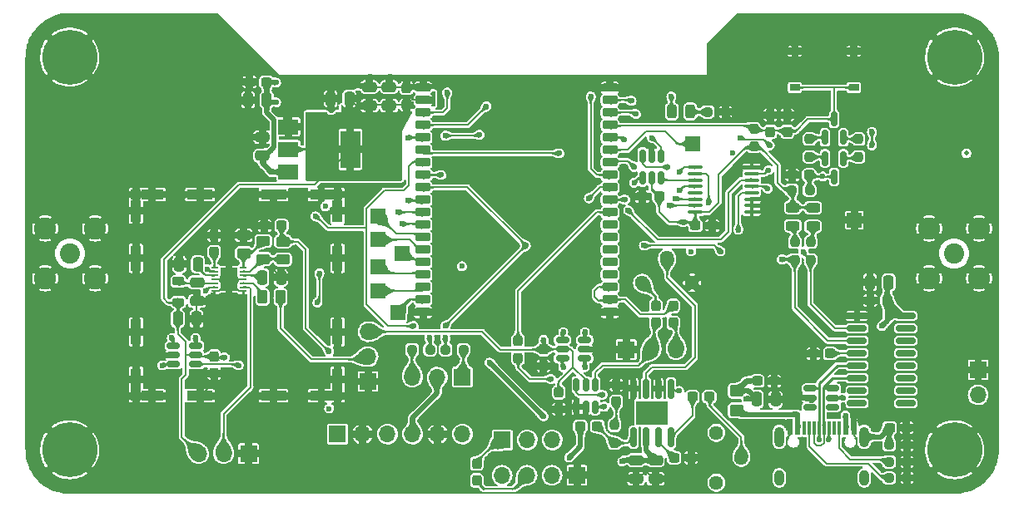
<source format=gbr>
%TF.GenerationSoftware,KiCad,Pcbnew,(6.0.9)*%
%TF.CreationDate,2022-12-22T22:01:23+02:00*%
%TF.ProjectId,cross_band_handy_walkie_talkie_V1,63726f73-735f-4626-916e-645f68616e64,rev?*%
%TF.SameCoordinates,Original*%
%TF.FileFunction,Copper,L1,Top*%
%TF.FilePolarity,Positive*%
%FSLAX46Y46*%
G04 Gerber Fmt 4.6, Leading zero omitted, Abs format (unit mm)*
G04 Created by KiCad (PCBNEW (6.0.9)) date 2022-12-22 22:01:23*
%MOMM*%
%LPD*%
G01*
G04 APERTURE LIST*
G04 Aperture macros list*
%AMRoundRect*
0 Rectangle with rounded corners*
0 $1 Rounding radius*
0 $2 $3 $4 $5 $6 $7 $8 $9 X,Y pos of 4 corners*
0 Add a 4 corners polygon primitive as box body*
4,1,4,$2,$3,$4,$5,$6,$7,$8,$9,$2,$3,0*
0 Add four circle primitives for the rounded corners*
1,1,$1+$1,$2,$3*
1,1,$1+$1,$4,$5*
1,1,$1+$1,$6,$7*
1,1,$1+$1,$8,$9*
0 Add four rect primitives between the rounded corners*
20,1,$1+$1,$2,$3,$4,$5,0*
20,1,$1+$1,$4,$5,$6,$7,0*
20,1,$1+$1,$6,$7,$8,$9,0*
20,1,$1+$1,$8,$9,$2,$3,0*%
G04 Aperture macros list end*
%TA.AperFunction,SMDPad,CuDef*%
%ADD10RoundRect,0.150000X-0.512500X-0.150000X0.512500X-0.150000X0.512500X0.150000X-0.512500X0.150000X0*%
%TD*%
%TA.AperFunction,ComponentPad*%
%ADD11R,1.700000X1.700000*%
%TD*%
%TA.AperFunction,ComponentPad*%
%ADD12O,1.700000X1.700000*%
%TD*%
%TA.AperFunction,ConnectorPad*%
%ADD13C,5.600000*%
%TD*%
%TA.AperFunction,ComponentPad*%
%ADD14C,3.600000*%
%TD*%
%TA.AperFunction,SMDPad,CuDef*%
%ADD15RoundRect,0.237500X0.237500X-0.300000X0.237500X0.300000X-0.237500X0.300000X-0.237500X-0.300000X0*%
%TD*%
%TA.AperFunction,SMDPad,CuDef*%
%ADD16RoundRect,0.250000X0.250000X0.475000X-0.250000X0.475000X-0.250000X-0.475000X0.250000X-0.475000X0*%
%TD*%
%TA.AperFunction,SMDPad,CuDef*%
%ADD17R,1.500000X1.500000*%
%TD*%
%TA.AperFunction,ComponentPad*%
%ADD18C,1.440000*%
%TD*%
%TA.AperFunction,SMDPad,CuDef*%
%ADD19RoundRect,0.237500X-0.237500X0.250000X-0.237500X-0.250000X0.237500X-0.250000X0.237500X0.250000X0*%
%TD*%
%TA.AperFunction,SMDPad,CuDef*%
%ADD20RoundRect,0.237500X-0.300000X-0.237500X0.300000X-0.237500X0.300000X0.237500X-0.300000X0.237500X0*%
%TD*%
%TA.AperFunction,SMDPad,CuDef*%
%ADD21RoundRect,0.237500X0.300000X0.237500X-0.300000X0.237500X-0.300000X-0.237500X0.300000X-0.237500X0*%
%TD*%
%TA.AperFunction,SMDPad,CuDef*%
%ADD22RoundRect,0.237500X0.237500X-0.250000X0.237500X0.250000X-0.237500X0.250000X-0.237500X-0.250000X0*%
%TD*%
%TA.AperFunction,SMDPad,CuDef*%
%ADD23RoundRect,0.237500X-0.237500X0.300000X-0.237500X-0.300000X0.237500X-0.300000X0.237500X0.300000X0*%
%TD*%
%TA.AperFunction,SMDPad,CuDef*%
%ADD24RoundRect,0.243750X0.243750X0.456250X-0.243750X0.456250X-0.243750X-0.456250X0.243750X-0.456250X0*%
%TD*%
%TA.AperFunction,SMDPad,CuDef*%
%ADD25RoundRect,0.237500X-0.250000X-0.237500X0.250000X-0.237500X0.250000X0.237500X-0.250000X0.237500X0*%
%TD*%
%TA.AperFunction,SMDPad,CuDef*%
%ADD26RoundRect,0.100000X0.637500X0.100000X-0.637500X0.100000X-0.637500X-0.100000X0.637500X-0.100000X0*%
%TD*%
%TA.AperFunction,SMDPad,CuDef*%
%ADD27RoundRect,0.250000X0.475000X-0.250000X0.475000X0.250000X-0.475000X0.250000X-0.475000X-0.250000X0*%
%TD*%
%TA.AperFunction,SMDPad,CuDef*%
%ADD28R,1.000000X0.700000*%
%TD*%
%TA.AperFunction,SMDPad,CuDef*%
%ADD29RoundRect,0.150000X0.512500X0.150000X-0.512500X0.150000X-0.512500X-0.150000X0.512500X-0.150000X0*%
%TD*%
%TA.AperFunction,SMDPad,CuDef*%
%ADD30RoundRect,0.243750X0.456250X-0.243750X0.456250X0.243750X-0.456250X0.243750X-0.456250X-0.243750X0*%
%TD*%
%TA.AperFunction,SMDPad,CuDef*%
%ADD31RoundRect,0.150000X0.150000X-0.512500X0.150000X0.512500X-0.150000X0.512500X-0.150000X-0.512500X0*%
%TD*%
%TA.AperFunction,SMDPad,CuDef*%
%ADD32RoundRect,0.225000X-0.525000X-0.225000X0.525000X-0.225000X0.525000X0.225000X-0.525000X0.225000X0*%
%TD*%
%TA.AperFunction,SMDPad,CuDef*%
%ADD33RoundRect,0.150000X-0.150000X0.512500X-0.150000X-0.512500X0.150000X-0.512500X0.150000X0.512500X0*%
%TD*%
%TA.AperFunction,SMDPad,CuDef*%
%ADD34R,2.000000X1.500000*%
%TD*%
%TA.AperFunction,SMDPad,CuDef*%
%ADD35R,2.000000X3.800000*%
%TD*%
%TA.AperFunction,SMDPad,CuDef*%
%ADD36RoundRect,0.250000X0.450000X-0.262500X0.450000X0.262500X-0.450000X0.262500X-0.450000X-0.262500X0*%
%TD*%
%TA.AperFunction,SMDPad,CuDef*%
%ADD37C,0.500000*%
%TD*%
%TA.AperFunction,ComponentPad*%
%ADD38C,2.050000*%
%TD*%
%TA.AperFunction,ComponentPad*%
%ADD39C,2.250000*%
%TD*%
%TA.AperFunction,SMDPad,CuDef*%
%ADD40RoundRect,0.250000X-0.250000X-0.475000X0.250000X-0.475000X0.250000X0.475000X-0.250000X0.475000X0*%
%TD*%
%TA.AperFunction,SMDPad,CuDef*%
%ADD41RoundRect,0.150000X0.150000X-0.587500X0.150000X0.587500X-0.150000X0.587500X-0.150000X-0.587500X0*%
%TD*%
%TA.AperFunction,SMDPad,CuDef*%
%ADD42RoundRect,0.150000X-0.150000X0.825000X-0.150000X-0.825000X0.150000X-0.825000X0.150000X0.825000X0*%
%TD*%
%TA.AperFunction,ComponentPad*%
%ADD43C,0.500000*%
%TD*%
%TA.AperFunction,SMDPad,CuDef*%
%ADD44R,3.300000X2.410000*%
%TD*%
%TA.AperFunction,SMDPad,CuDef*%
%ADD45RoundRect,0.250000X-0.450000X0.262500X-0.450000X-0.262500X0.450000X-0.262500X0.450000X0.262500X0*%
%TD*%
%TA.AperFunction,SMDPad,CuDef*%
%ADD46RoundRect,0.250000X-0.475000X0.250000X-0.475000X-0.250000X0.475000X-0.250000X0.475000X0.250000X0*%
%TD*%
%TA.AperFunction,SMDPad,CuDef*%
%ADD47RoundRect,0.237500X0.250000X0.237500X-0.250000X0.237500X-0.250000X-0.237500X0.250000X-0.237500X0*%
%TD*%
%TA.AperFunction,SMDPad,CuDef*%
%ADD48RoundRect,0.218750X-0.381250X0.218750X-0.381250X-0.218750X0.381250X-0.218750X0.381250X0.218750X0*%
%TD*%
%TA.AperFunction,SMDPad,CuDef*%
%ADD49RoundRect,0.150000X-0.825000X-0.150000X0.825000X-0.150000X0.825000X0.150000X-0.825000X0.150000X0*%
%TD*%
%TA.AperFunction,SMDPad,CuDef*%
%ADD50RoundRect,0.250000X-0.262500X-0.450000X0.262500X-0.450000X0.262500X0.450000X-0.262500X0.450000X0*%
%TD*%
%TA.AperFunction,SMDPad,CuDef*%
%ADD51RoundRect,0.250000X0.450000X-0.350000X0.450000X0.350000X-0.450000X0.350000X-0.450000X-0.350000X0*%
%TD*%
%TA.AperFunction,SMDPad,CuDef*%
%ADD52R,2.300000X1.000000*%
%TD*%
%TA.AperFunction,SMDPad,CuDef*%
%ADD53R,1.000000X2.600000*%
%TD*%
%TA.AperFunction,SMDPad,CuDef*%
%ADD54R,2.600000X1.000000*%
%TD*%
%TA.AperFunction,SMDPad,CuDef*%
%ADD55R,1.000000X2.300000*%
%TD*%
%TA.AperFunction,SMDPad,CuDef*%
%ADD56R,1.000000X1.000000*%
%TD*%
%TA.AperFunction,SMDPad,CuDef*%
%ADD57RoundRect,0.150000X-0.150000X0.587500X-0.150000X-0.587500X0.150000X-0.587500X0.150000X0.587500X0*%
%TD*%
%TA.AperFunction,SMDPad,CuDef*%
%ADD58R,0.600000X1.450000*%
%TD*%
%TA.AperFunction,SMDPad,CuDef*%
%ADD59R,0.300000X1.450000*%
%TD*%
%TA.AperFunction,ComponentPad*%
%ADD60O,1.000000X1.600000*%
%TD*%
%TA.AperFunction,ComponentPad*%
%ADD61O,1.000000X2.100000*%
%TD*%
%TA.AperFunction,SMDPad,CuDef*%
%ADD62R,0.700000X0.250000*%
%TD*%
%TA.AperFunction,SMDPad,CuDef*%
%ADD63R,1.780000X2.350000*%
%TD*%
%TA.AperFunction,ComponentPad*%
%ADD64C,0.610000*%
%TD*%
%TA.AperFunction,ViaPad*%
%ADD65C,0.600000*%
%TD*%
%TA.AperFunction,ViaPad*%
%ADD66C,0.550000*%
%TD*%
%TA.AperFunction,Conductor*%
%ADD67C,0.200000*%
%TD*%
%TA.AperFunction,Conductor*%
%ADD68C,0.293300*%
%TD*%
%TA.AperFunction,Conductor*%
%ADD69C,0.293370*%
%TD*%
%TA.AperFunction,Conductor*%
%ADD70C,0.150000*%
%TD*%
%TA.AperFunction,Conductor*%
%ADD71C,0.290000*%
%TD*%
%TA.AperFunction,Conductor*%
%ADD72C,0.500000*%
%TD*%
G04 APERTURE END LIST*
D10*
%TO.P,U5,1,IO1*%
%TO.N,D+*%
X130312500Y-88750000D03*
%TO.P,U5,2,VN*%
%TO.N,GND*%
X130312500Y-89700000D03*
%TO.P,U5,3,IO2*%
%TO.N,unconnected-(U5-Pad3)*%
X130312500Y-90650000D03*
%TO.P,U5,4,IO3*%
%TO.N,unconnected-(U5-Pad4)*%
X132587500Y-90650000D03*
%TO.P,U5,5,VP*%
%TO.N,+5V*%
X132587500Y-89700000D03*
%TO.P,U5,6,IO4*%
%TO.N,D-*%
X132587500Y-88750000D03*
%TD*%
D11*
%TO.P,J5,1,Pin_1*%
%TO.N,GND*%
X73200000Y-95400000D03*
D12*
%TO.P,J5,2,Pin_2*%
%TO.N,/MIC_AR*%
X70660000Y-95400000D03*
%TO.P,J5,3,Pin_3*%
%TO.N,+3V3*%
X68120000Y-95400000D03*
%TD*%
D13*
%TO.P,H2,1,1*%
%TO.N,GND*%
X145000000Y-95000000D03*
D14*
X145000000Y-95000000D03*
%TD*%
D15*
%TO.P,C7,1*%
%TO.N,/EN*%
X128000000Y-62612500D03*
%TO.P,C7,2*%
%TO.N,GND*%
X128000000Y-60887500D03*
%TD*%
D11*
%TO.P,J3,1,Pin_1*%
%TO.N,GND*%
X111600000Y-84800000D03*
D12*
%TO.P,J3,2,Pin_2*%
%TO.N,/AUDIO_IN*%
X114140000Y-84800000D03*
%TO.P,J3,3,Pin_3*%
%TO.N,AUDIO_OUT*%
X116680000Y-84800000D03*
%TD*%
D16*
%TO.P,C10,1*%
%TO.N,+3V3*%
X83450000Y-59250000D03*
%TO.P,C10,2*%
%TO.N,GND*%
X81550000Y-59250000D03*
%TD*%
D17*
%TO.P,TP6,1,1*%
%TO.N,/HBIAS*%
X86400000Y-71200000D03*
%TD*%
D18*
%TO.P,RV1,1,1*%
%TO.N,Net-(C27-Pad2)*%
X113225000Y-78000000D03*
%TO.P,RV1,2,2*%
%TO.N,Net-(RV1-Pad2)*%
X115765000Y-75460000D03*
%TO.P,RV1,3,3*%
%TO.N,GND*%
X118305000Y-78000000D03*
%TD*%
D19*
%TO.P,R2,1*%
%TO.N,/BASE1*%
X130250000Y-63337500D03*
%TO.P,R2,2*%
%TO.N,/~{DTR}*%
X130250000Y-65162500D03*
%TD*%
D17*
%TO.P,TP1,1,1*%
%TO.N,/MIC1N*%
X88400000Y-81000000D03*
%TD*%
D20*
%TO.P,C29,1*%
%TO.N,Net-(C29-Pad1)*%
X118337500Y-89600000D03*
%TO.P,C29,2*%
%TO.N,Net-(C29-Pad2)*%
X120062500Y-89600000D03*
%TD*%
D19*
%TO.P,R4,1*%
%TO.N,/~{RTS}*%
X135250000Y-63337500D03*
%TO.P,R4,2*%
%TO.N,/BASE2*%
X135250000Y-65162500D03*
%TD*%
D11*
%TO.P,J2,1,Pin_1*%
%TO.N,Net-(C20-Pad2)*%
X99000000Y-94000000D03*
D12*
%TO.P,J2,2,Pin_2*%
%TO.N,RF_AUDIO_INPUT*%
X101540000Y-94000000D03*
%TO.P,J2,3,Pin_3*%
%TO.N,/esp_audio_OUTPUT*%
X104080000Y-94000000D03*
%TD*%
D21*
%TO.P,C28,1*%
%TO.N,Net-(C28-Pad1)*%
X108662500Y-92600000D03*
%TO.P,C28,2*%
%TO.N,/AMPLIFIED_AUDIO_OUT*%
X106937500Y-92600000D03*
%TD*%
D22*
%TO.P,R10,1*%
%TO.N,UART0_TX*%
X128750000Y-75662500D03*
%TO.P,R10,2*%
%TO.N,Net-(D2-Pad1)*%
X128750000Y-73837500D03*
%TD*%
D13*
%TO.P,H3,1,1*%
%TO.N,GND*%
X55000000Y-95000000D03*
D14*
X55000000Y-95000000D03*
%TD*%
D21*
%TO.P,C4,1*%
%TO.N,+5V*%
X138150000Y-79800000D03*
%TO.P,C4,2*%
%TO.N,GND*%
X136425000Y-79800000D03*
%TD*%
D10*
%TO.P,U11,1*%
%TO.N,Net-(U11-Pad1)*%
X65562500Y-84400000D03*
%TO.P,U11,2,GND*%
%TO.N,GND*%
X65562500Y-85350000D03*
%TO.P,U11,3*%
%TO.N,Net-(U11-Pad3)*%
X65562500Y-86300000D03*
%TO.P,U11,4*%
%TO.N,RF_AUDIO_INPUT*%
X67837500Y-86300000D03*
%TO.P,U11,5,V+*%
%TO.N,+3V3*%
X67837500Y-85350000D03*
%TO.P,U11,6*%
%TO.N,/switch4*%
X67837500Y-84400000D03*
%TD*%
D23*
%TO.P,C38,1*%
%TO.N,+3V3*%
X69700000Y-85487500D03*
%TO.P,C38,2*%
%TO.N,GND*%
X69700000Y-87212500D03*
%TD*%
D21*
%TO.P,C6,1*%
%TO.N,Net-(C6-Pad1)*%
X132362500Y-85200000D03*
%TO.P,C6,2*%
%TO.N,GND*%
X130637500Y-85200000D03*
%TD*%
%TO.P,C18,1*%
%TO.N,/MIC-AMP_IN*%
X76562500Y-72150000D03*
%TO.P,C18,2*%
%TO.N,GND*%
X74837500Y-72150000D03*
%TD*%
D11*
%TO.P,J7,1,Pin_1*%
%TO.N,GND*%
X106600000Y-97600000D03*
D12*
%TO.P,J7,2,Pin_2*%
%TO.N,/MIC-DIGI_IN*%
X104060000Y-97600000D03*
%TO.P,J7,3,Pin_3*%
%TO.N,Net-(C20-Pad1)*%
X101520000Y-97600000D03*
%TO.P,J7,4,Pin_4*%
%TO.N,/MIC_AMPLIFIER_OUTPUT*%
X98980000Y-97600000D03*
%TD*%
D17*
%TO.P,TP7,1,1*%
%TO.N,/GPIO_22*%
X118400000Y-63800000D03*
%TD*%
D24*
%TO.P,D4,1,K*%
%TO.N,Net-(D4-Pad1)*%
X118117500Y-60535000D03*
%TO.P,D4,2,A*%
%TO.N,/GPIO_23*%
X116242500Y-60535000D03*
%TD*%
D25*
%TO.P,R1,1*%
%TO.N,Net-(JP1-Pad3)*%
X89827500Y-84800000D03*
%TO.P,R1,2*%
%TO.N,PTT2*%
X91652500Y-84800000D03*
%TD*%
D26*
%TO.P,U4,1,A0*%
%TO.N,GND*%
X124362500Y-70775000D03*
%TO.P,U4,2,A1*%
X124362500Y-70125000D03*
%TO.P,U4,3,A2*%
X124362500Y-69475000D03*
%TO.P,U4,4,IO_0*%
%TO.N,PD1*%
X124362500Y-68825000D03*
%TO.P,U4,5,IO_1*%
%TO.N,H{slash}L1*%
X124362500Y-68175000D03*
%TO.P,U4,6,IO_2*%
%TO.N,PD2*%
X124362500Y-67525000D03*
%TO.P,U4,7,IO_3*%
%TO.N,H{slash}L2*%
X124362500Y-66875000D03*
%TO.P,U4,8,GND*%
%TO.N,GND*%
X124362500Y-66225000D03*
%TO.P,U4,9,IO_4*%
%TO.N,/switch1*%
X118637500Y-66225000D03*
%TO.P,U4,10,IO_5*%
%TO.N,/switch2*%
X118637500Y-66875000D03*
%TO.P,U4,11,IO_6*%
%TO.N,/switch3*%
X118637500Y-67525000D03*
%TO.P,U4,12,IO_7*%
%TO.N,/switch4*%
X118637500Y-68175000D03*
%TO.P,U4,13,~{INT}*%
%TO.N,unconnected-(U4-Pad13)*%
X118637500Y-68825000D03*
%TO.P,U4,14,SCL*%
%TO.N,SCL*%
X118637500Y-69475000D03*
%TO.P,U4,15,SDA*%
%TO.N,SDA*%
X118637500Y-70125000D03*
%TO.P,U4,16,VCC*%
%TO.N,+3V3*%
X118637500Y-70775000D03*
%TD*%
D27*
%TO.P,C3,1*%
%TO.N,+3V3*%
X85500000Y-59950000D03*
%TO.P,C3,2*%
%TO.N,GND*%
X85500000Y-58050000D03*
%TD*%
D16*
%TO.P,C5,1*%
%TO.N,+5V*%
X138300000Y-77950000D03*
%TO.P,C5,2*%
%TO.N,GND*%
X136400000Y-77950000D03*
%TD*%
D15*
%TO.P,C20,1*%
%TO.N,Net-(C20-Pad1)*%
X96400000Y-98125000D03*
%TO.P,C20,2*%
%TO.N,Net-(C20-Pad2)*%
X96400000Y-96400000D03*
%TD*%
%TO.P,C27,1*%
%TO.N,/AUDIO_IN*%
X114600000Y-82062500D03*
%TO.P,C27,2*%
%TO.N,Net-(C27-Pad2)*%
X114600000Y-80337500D03*
%TD*%
D28*
%TO.P,SW1,1,A*%
%TO.N,/EN*%
X128750000Y-58100000D03*
X134750000Y-58100000D03*
%TO.P,SW1,2,B*%
%TO.N,GND*%
X128750000Y-54400000D03*
X134750000Y-54400000D03*
%TD*%
D19*
%TO.P,R20,1*%
%TO.N,Net-(C30-Pad1)*%
X110400000Y-92487500D03*
%TO.P,R20,2*%
%TO.N,Net-(C28-Pad1)*%
X110400000Y-94312500D03*
%TD*%
D25*
%TO.P,R3,1*%
%TO.N,PTT1*%
X93227500Y-84800000D03*
%TO.P,R3,2*%
%TO.N,Net-(JP1-Pad1)*%
X95052500Y-84800000D03*
%TD*%
D29*
%TO.P,U8,1*%
%TO.N,/esp_audio_OUTPUT*%
X107387500Y-85700000D03*
%TO.P,U8,2,GND*%
%TO.N,GND*%
X107387500Y-84750000D03*
%TO.P,U8,3*%
%TO.N,Net-(C20-Pad2)*%
X107387500Y-83800000D03*
%TO.P,U8,4*%
%TO.N,RF_AUDIO_INPUT*%
X105112500Y-83800000D03*
%TO.P,U8,5,V+*%
%TO.N,+3V3*%
X105112500Y-84750000D03*
%TO.P,U8,6*%
%TO.N,/switch1*%
X105112500Y-85700000D03*
%TD*%
D30*
%TO.P,D1,1,K*%
%TO.N,Net-(D1-Pad1)*%
X130600000Y-72225000D03*
%TO.P,D1,2,A*%
%TO.N,+3V3*%
X130600000Y-70350000D03*
%TD*%
D23*
%TO.P,C19,1*%
%TO.N,Net-(C19-Pad1)*%
X116400000Y-80337500D03*
%TO.P,C19,2*%
%TO.N,AUDIO_OUT*%
X116400000Y-82062500D03*
%TD*%
D21*
%TO.P,C11,1*%
%TO.N,/BOOT*%
X130225000Y-67000000D03*
%TO.P,C11,2*%
%TO.N,GND*%
X128500000Y-67000000D03*
%TD*%
D20*
%TO.P,C12,1*%
%TO.N,+3V3*%
X118637500Y-72150000D03*
%TO.P,C12,2*%
%TO.N,GND*%
X120362500Y-72150000D03*
%TD*%
D31*
%TO.P,U9,1*%
%TO.N,GND*%
X106550000Y-90637500D03*
%TO.P,U9,2,GND*%
X107500000Y-90637500D03*
%TO.P,U9,3*%
%TO.N,AUDIO_OUT*%
X108450000Y-90637500D03*
%TO.P,U9,4*%
%TO.N,/AUDIO_IN*%
X108450000Y-88362500D03*
%TO.P,U9,5,V+*%
%TO.N,+3V3*%
X107500000Y-88362500D03*
%TO.P,U9,6*%
%TO.N,/switch2*%
X106550000Y-88362500D03*
%TD*%
D32*
%TO.P,U2,1,GND*%
%TO.N,GND*%
X90950000Y-58100000D03*
%TO.P,U2,2,3V3*%
%TO.N,+3V3*%
X90950000Y-59370000D03*
%TO.P,U2,3,SENSOR_VN*%
%TO.N,/SENSOR_VN*%
X90950000Y-60640000D03*
%TO.P,U2,4,SENSOR_VP*%
%TO.N,/SENSOR_VP*%
X90950000Y-61910000D03*
%TO.P,U2,5,IO_34*%
%TO.N,/-SLEEP*%
X90950000Y-63180000D03*
%TO.P,U2,6,IO_0*%
%TO.N,/BOOT*%
X90950000Y-64450000D03*
%TO.P,U2,7,IO_14*%
%TO.N,PTT2*%
X90950000Y-65720000D03*
%TO.P,U2,8,IO_12*%
%TO.N,RX1*%
X90950000Y-66990000D03*
%TO.P,U2,9,IO_13*%
%TO.N,PTT1*%
X90950000Y-68260000D03*
%TO.P,U2,10,IO_15*%
%TO.N,AUDIO_ON1*%
X90950000Y-69530000D03*
%TO.P,U2,11,IO_2*%
%TO.N,TX2*%
X90950000Y-70800000D03*
%TO.P,U2,12,IO_4*%
%TO.N,RX2*%
X90950000Y-72070000D03*
%TO.P,U2,13,HBIAS*%
%TO.N,/HBIAS*%
X90950000Y-73340000D03*
%TO.P,U2,14,MIC2_N*%
%TO.N,/MIC2P*%
X90950000Y-74610000D03*
%TO.P,U2,15,MIC2_P*%
%TO.N,/MIC2N*%
X90950000Y-75880000D03*
%TO.P,U2,16,MBIAS*%
%TO.N,/MBIAS*%
X90950000Y-77150000D03*
%TO.P,U2,17,MIC1P*%
%TO.N,/MIC1P*%
X90950000Y-78420000D03*
%TO.P,U2,18,MIC1N*%
%TO.N,/MIC1N*%
X90950000Y-79690000D03*
%TO.P,U2,19,GND*%
%TO.N,GND*%
X90950000Y-80960000D03*
%TO.P,U2,20,GND*%
X109950000Y-80960000D03*
%TO.P,U2,21,LINE_INR*%
%TO.N,Net-(C19-Pad1)*%
X109950000Y-79690000D03*
%TO.P,U2,22,LINE_INL*%
X109950000Y-78420000D03*
%TO.P,U2,23,SPO_RP*%
%TO.N,unconnected-(U2-Pad23)*%
X109950000Y-77150000D03*
%TO.P,U2,24,SPO_RN*%
%TO.N,unconnected-(U2-Pad24)*%
X109950000Y-75880000D03*
%TO.P,U2,25,SPO_LP*%
%TO.N,unconnected-(U2-Pad25)*%
X109950000Y-74610000D03*
%TO.P,U2,26,SPO_LN*%
%TO.N,unconnected-(U2-Pad26)*%
X109950000Y-73340000D03*
%TO.P,U2,27,HPOUT_L*%
%TO.N,unconnected-(U2-Pad27)*%
X109950000Y-72070000D03*
%TO.P,U2,28,HPOUT_R*%
%TO.N,Net-(C17-Pad1)*%
X109950000Y-70800000D03*
%TO.P,U2,29,IO_5*%
%TO.N,TX1*%
X109950000Y-69530000D03*
%TO.P,U2,30,IO_18*%
%TO.N,AUDIO_ON2*%
X109950000Y-68260000D03*
%TO.P,U2,31,IO_23*%
%TO.N,/GPIO_23*%
X109950000Y-66990000D03*
%TO.P,U2,32,IO_19*%
%TO.N,SDA*%
X109950000Y-65720000D03*
%TO.P,U2,33,IO_22*%
%TO.N,/GPIO_22*%
X109950000Y-64450000D03*
%TO.P,U2,34,IO_21*%
%TO.N,SCL*%
X109950000Y-63180000D03*
%TO.P,U2,35,EN*%
%TO.N,/EN*%
X109950000Y-61910000D03*
%TO.P,U2,36,TXD0*%
%TO.N,UART0_TX*%
X109950000Y-60640000D03*
%TO.P,U2,37,RXD0*%
%TO.N,UART0_RX*%
X109950000Y-59370000D03*
%TO.P,U2,38,GND*%
%TO.N,GND*%
X109950000Y-58100000D03*
%TD*%
D17*
%TO.P,TP2,1,1*%
%TO.N,/MIC1P*%
X86400000Y-78800000D03*
%TD*%
D33*
%TO.P,U12,1*%
%TO.N,Net-(U12-Pad1)*%
X115150000Y-65062500D03*
%TO.P,U12,2,GND*%
%TO.N,GND*%
X114200000Y-65062500D03*
%TO.P,U12,3*%
%TO.N,Net-(U12-Pad3)*%
X113250000Y-65062500D03*
%TO.P,U12,4*%
%TO.N,AUDIO_OUT*%
X113250000Y-67337500D03*
%TO.P,U12,5,V+*%
%TO.N,+3V3*%
X114200000Y-67337500D03*
%TO.P,U12,6*%
%TO.N,/switch3*%
X115150000Y-67337500D03*
%TD*%
D34*
%TO.P,U3,1,GND*%
%TO.N,GND*%
X77250000Y-62100000D03*
D35*
%TO.P,U3,2,VO*%
%TO.N,+3V3*%
X83550000Y-64400000D03*
D34*
X77250000Y-64400000D03*
%TO.P,U3,3,VI*%
%TO.N,+5V*%
X77250000Y-66700000D03*
%TD*%
D16*
%TO.P,C33,1*%
%TO.N,GND*%
X126800000Y-89850000D03*
%TO.P,C33,2*%
%TO.N,+5V*%
X124900000Y-89850000D03*
%TD*%
D23*
%TO.P,C17,1*%
%TO.N,Net-(C17-Pad1)*%
X100600000Y-83937500D03*
%TO.P,C17,2*%
%TO.N,/esp_audio_OUTPUT*%
X100600000Y-85662500D03*
%TD*%
D36*
%TO.P,R17,1*%
%TO.N,Net-(R15-Pad1)*%
X72700000Y-74975000D03*
%TO.P,R17,2*%
%TO.N,GND*%
X72700000Y-73150000D03*
%TD*%
D15*
%TO.P,C16,1*%
%TO.N,Net-(C16-Pad1)*%
X69700000Y-74875000D03*
%TO.P,C16,2*%
%TO.N,GND*%
X69700000Y-73150000D03*
%TD*%
D37*
%TO.P,FID1,*%
%TO.N,*%
X146200000Y-64800000D03*
%TD*%
D20*
%TO.P,C24,1*%
%TO.N,Net-(C24-Pad1)*%
X116475000Y-95800000D03*
%TO.P,C24,2*%
%TO.N,GND*%
X118200000Y-95800000D03*
%TD*%
D16*
%TO.P,C32,1*%
%TO.N,+5V*%
X75050000Y-59350000D03*
%TO.P,C32,2*%
%TO.N,GND*%
X73150000Y-59350000D03*
%TD*%
D20*
%TO.P,C34,1*%
%TO.N,+5V*%
X124937500Y-88000000D03*
%TO.P,C34,2*%
%TO.N,GND*%
X126662500Y-88000000D03*
%TD*%
D38*
%TO.P,J15,1,In*%
%TO.N,/ant4*%
X144950000Y-75000000D03*
D39*
%TO.P,J15,2,Ext*%
%TO.N,GND*%
X142410000Y-77540000D03*
X142410000Y-72460000D03*
X147490000Y-72460000D03*
X147490000Y-77540000D03*
%TD*%
D40*
%TO.P,C21,1*%
%TO.N,/BIAS*%
X74600000Y-77450000D03*
%TO.P,C21,2*%
%TO.N,GND*%
X76500000Y-77450000D03*
%TD*%
D11*
%TO.P,J4,1,Pin_1*%
%TO.N,GND*%
X85350000Y-88050000D03*
D12*
%TO.P,J4,2,Pin_2*%
%TO.N,/MIC_GAIN*%
X85350000Y-85510000D03*
%TO.P,J4,3,Pin_3*%
%TO.N,+3V3*%
X85350000Y-82970000D03*
%TD*%
D41*
%TO.P,Q1,1,B*%
%TO.N,/BASE1*%
X131800000Y-63187500D03*
%TO.P,Q1,2,E*%
%TO.N,/~{RTS}*%
X133700000Y-63187500D03*
%TO.P,Q1,3,C*%
%TO.N,/EN*%
X132750000Y-61312500D03*
%TD*%
D18*
%TO.P,RV2,1,1*%
%TO.N,Net-(RV2-Pad1)*%
X120775000Y-93275000D03*
%TO.P,RV2,2,2*%
%TO.N,Net-(C29-Pad2)*%
X123315000Y-95815000D03*
%TO.P,RV2,3,3*%
%TO.N,unconnected-(RV2-Pad3)*%
X120775000Y-98355000D03*
%TD*%
D15*
%TO.P,C30,1*%
%TO.N,Net-(C30-Pad1)*%
X110600000Y-90112500D03*
%TO.P,C30,2*%
%TO.N,GND*%
X110600000Y-88387500D03*
%TD*%
D27*
%TO.P,C2,1*%
%TO.N,+3V3*%
X87500000Y-59950000D03*
%TO.P,C2,2*%
%TO.N,GND*%
X87500000Y-58050000D03*
%TD*%
D42*
%TO.P,U10,1,GAIN*%
%TO.N,Net-(RV2-Pad1)*%
X116155000Y-88775000D03*
%TO.P,U10,2,-*%
%TO.N,GND*%
X114885000Y-88775000D03*
%TO.P,U10,3,+*%
%TO.N,Net-(RV1-Pad2)*%
X113615000Y-88775000D03*
%TO.P,U10,4,GND*%
%TO.N,GND*%
X112345000Y-88775000D03*
%TO.P,U10,5*%
%TO.N,Net-(C28-Pad1)*%
X112345000Y-93725000D03*
%TO.P,U10,6,V+*%
%TO.N,+5V*%
X113615000Y-93725000D03*
%TO.P,U10,7,BYPASS*%
%TO.N,Net-(C24-Pad1)*%
X114885000Y-93725000D03*
%TO.P,U10,8,GAIN*%
%TO.N,Net-(C29-Pad1)*%
X116155000Y-93725000D03*
D43*
%TO.P,U10,9*%
%TO.N,N/C*%
X115450000Y-90550000D03*
X113050000Y-90550000D03*
X113050000Y-91950000D03*
X114250000Y-91950000D03*
X114250000Y-90550000D03*
X115450000Y-91950000D03*
D44*
X114250000Y-91250000D03*
%TD*%
D45*
%TO.P,R15,1*%
%TO.N,Net-(R15-Pad1)*%
X74690000Y-73737500D03*
%TO.P,R15,2*%
%TO.N,/MIC_BIAS*%
X74690000Y-75562500D03*
%TD*%
D46*
%TO.P,C26,1*%
%TO.N,+5V*%
X114600000Y-96050000D03*
%TO.P,C26,2*%
%TO.N,GND*%
X114600000Y-97950000D03*
%TD*%
D21*
%TO.P,C31,1*%
%TO.N,+5V*%
X75025000Y-57550000D03*
%TO.P,C31,2*%
%TO.N,GND*%
X73300000Y-57550000D03*
%TD*%
D38*
%TO.P,J14,1,In*%
%TO.N,/ant2*%
X55050000Y-75000000D03*
D39*
%TO.P,J14,2,Ext*%
%TO.N,GND*%
X57590000Y-77540000D03*
X52510000Y-77540000D03*
X57590000Y-72460000D03*
X52510000Y-72460000D03*
%TD*%
D17*
%TO.P,TP5,1,1*%
%TO.N,/MIC2P*%
X86400000Y-73600000D03*
%TD*%
D13*
%TO.P,H4,1,1*%
%TO.N,GND*%
X145000000Y-55000000D03*
D14*
X145000000Y-55000000D03*
%TD*%
D17*
%TO.P,TP4,1,1*%
%TO.N,/MIC2N*%
X88800000Y-75000000D03*
%TD*%
%TO.P,TP10,1,1*%
%TO.N,GND*%
X134800000Y-71600000D03*
%TD*%
D46*
%TO.P,C13,1*%
%TO.N,+3.3VA*%
X67950000Y-77950000D03*
%TO.P,C13,2*%
%TO.N,GND*%
X67950000Y-79850000D03*
%TD*%
D20*
%TO.P,C15,1*%
%TO.N,Net-(C15-Pad1)*%
X138387500Y-92780000D03*
%TO.P,C15,2*%
%TO.N,GND*%
X140112500Y-92780000D03*
%TD*%
D40*
%TO.P,C14,1*%
%TO.N,+3V3*%
X66000000Y-81650000D03*
%TO.P,C14,2*%
%TO.N,GND*%
X67900000Y-81650000D03*
%TD*%
D27*
%TO.P,C9,1*%
%TO.N,+5V*%
X74600000Y-65050000D03*
%TO.P,C9,2*%
%TO.N,GND*%
X74600000Y-63150000D03*
%TD*%
D17*
%TO.P,TP3,1,1*%
%TO.N,/MBIAS*%
X86400000Y-76400000D03*
%TD*%
D47*
%TO.P,R11,1*%
%TO.N,/BOOT*%
X130262500Y-68550000D03*
%TO.P,R11,2*%
%TO.N,+3V3*%
X128437500Y-68550000D03*
%TD*%
D16*
%TO.P,C22,1*%
%TO.N,/CG*%
X68050000Y-76100000D03*
%TO.P,C22,2*%
%TO.N,GND*%
X66150000Y-76100000D03*
%TD*%
D48*
%TO.P,L1,1*%
%TO.N,+3.3VA*%
X66050000Y-77837500D03*
%TO.P,L1,2*%
%TO.N,+3V3*%
X66050000Y-79962500D03*
%TD*%
D11*
%TO.P,J1,1,Pin_1*%
%TO.N,+3V3*%
X82250000Y-93400000D03*
D12*
%TO.P,J1,2,Pin_2*%
%TO.N,GND*%
X84790000Y-93400000D03*
%TO.P,J1,3,Pin_3*%
%TO.N,/AMPLIFIED_AUDIO_OUT*%
X87330000Y-93400000D03*
%TO.P,J1,4,Pin_4*%
%TO.N,/MIC_EST_PTT*%
X89870000Y-93400000D03*
%TO.P,J1,5,Pin_5*%
%TO.N,GND*%
X92410000Y-93400000D03*
%TO.P,J1,6,Pin_6*%
%TO.N,/MIC-AMP_IN*%
X94950000Y-93400000D03*
%TD*%
D49*
%TO.P,U1,1,GND*%
%TO.N,GND*%
X135075000Y-81355000D03*
%TO.P,U1,2,TXD*%
%TO.N,UART0_RX*%
X135075000Y-82625000D03*
%TO.P,U1,3,RXD*%
%TO.N,UART0_TX*%
X135075000Y-83895000D03*
%TO.P,U1,4,V3*%
%TO.N,Net-(C6-Pad1)*%
X135075000Y-85165000D03*
%TO.P,U1,5,UD+*%
%TO.N,D+*%
X135075000Y-86435000D03*
%TO.P,U1,6,UD-*%
%TO.N,D-*%
X135075000Y-87705000D03*
%TO.P,U1,7,NC*%
%TO.N,unconnected-(U1-Pad7)*%
X135075000Y-88975000D03*
%TO.P,U1,8,NC*%
%TO.N,unconnected-(U1-Pad8)*%
X135075000Y-90245000D03*
%TO.P,U1,9,~{CTS}*%
%TO.N,unconnected-(U1-Pad9)*%
X140025000Y-90245000D03*
%TO.P,U1,10,~{DSR}*%
%TO.N,unconnected-(U1-Pad10)*%
X140025000Y-88975000D03*
%TO.P,U1,11,~{RI}*%
%TO.N,unconnected-(U1-Pad11)*%
X140025000Y-87705000D03*
%TO.P,U1,12,~{DCD}*%
%TO.N,unconnected-(U1-Pad12)*%
X140025000Y-86435000D03*
%TO.P,U1,13,~{DTR}*%
%TO.N,unconnected-(U1-Pad13)*%
X140025000Y-85165000D03*
%TO.P,U1,14,~{RTS}*%
%TO.N,unconnected-(U1-Pad14)*%
X140025000Y-83895000D03*
%TO.P,U1,15,R232*%
%TO.N,unconnected-(U1-Pad15)*%
X140025000Y-82625000D03*
%TO.P,U1,16,VCC*%
%TO.N,+5V*%
X140025000Y-81355000D03*
%TD*%
D11*
%TO.P,JP1,1,A*%
%TO.N,Net-(JP1-Pad1)*%
X94940000Y-87600000D03*
D12*
%TO.P,JP1,2,C*%
%TO.N,/MIC_EST_PTT*%
X92400000Y-87600000D03*
%TO.P,JP1,3,B*%
%TO.N,Net-(JP1-Pad3)*%
X89860000Y-87600000D03*
%TD*%
D22*
%TO.P,R9,1*%
%TO.N,UART0_RX*%
X130350000Y-75662500D03*
%TO.P,R9,2*%
%TO.N,Net-(D1-Pad1)*%
X130350000Y-73837500D03*
%TD*%
D50*
%TO.P,R19,1*%
%TO.N,/MIC_GAIN_pin*%
X74625000Y-79450000D03*
%TO.P,R19,2*%
%TO.N,/MIC_GAIN*%
X76450000Y-79450000D03*
%TD*%
D51*
%TO.P,FB2,1*%
%TO.N,VBUS*%
X122850000Y-91000000D03*
%TO.P,FB2,2*%
%TO.N,+5V*%
X122850000Y-89000000D03*
%TD*%
D25*
%TO.P,R14,1*%
%TO.N,/cc2*%
X138337500Y-96250000D03*
%TO.P,R14,2*%
%TO.N,GND*%
X140162500Y-96250000D03*
%TD*%
%TO.P,R12,1*%
%TO.N,/cc1*%
X138337500Y-97870000D03*
%TO.P,R12,2*%
%TO.N,GND*%
X140162500Y-97870000D03*
%TD*%
D15*
%TO.P,C1,1*%
%TO.N,+3V3*%
X89250000Y-59862500D03*
%TO.P,C1,2*%
%TO.N,GND*%
X89250000Y-58137500D03*
%TD*%
D52*
%TO.P,J8,1,Shield*%
%TO.N,GND*%
X63400000Y-69000000D03*
D53*
X82250000Y-83000000D03*
D54*
X75750000Y-89500000D03*
D53*
X61750000Y-75500000D03*
D55*
X61750000Y-70650000D03*
D56*
X61750000Y-69000000D03*
D54*
X75750000Y-69000000D03*
D53*
X82250000Y-75500000D03*
D52*
X80600000Y-69000000D03*
D56*
X61750000Y-89500000D03*
D55*
X82250000Y-70650000D03*
D56*
X82250000Y-89500000D03*
D55*
X61750000Y-87850000D03*
D54*
X68250000Y-69000000D03*
D52*
X63400000Y-89500000D03*
X80600000Y-89500000D03*
D56*
X82250000Y-69000000D03*
D54*
X68250000Y-89500000D03*
D55*
X82250000Y-87850000D03*
D53*
X61750000Y-83000000D03*
%TD*%
D11*
%TO.P,J9,1,Pin_1*%
%TO.N,GND*%
X147400000Y-86860000D03*
D12*
%TO.P,J9,2,Pin_2*%
%TO.N,Net-(D3-Pad2)*%
X147400000Y-89400000D03*
%TD*%
D57*
%TO.P,Q2,1,B*%
%TO.N,/BASE2*%
X133700000Y-65312500D03*
%TO.P,Q2,2,E*%
%TO.N,/~{DTR}*%
X131800000Y-65312500D03*
%TO.P,Q2,3,C*%
%TO.N,/BOOT*%
X132750000Y-67187500D03*
%TD*%
D21*
%TO.P,C37,1*%
%TO.N,+3V3*%
X114962500Y-69200000D03*
%TO.P,C37,2*%
%TO.N,GND*%
X113237500Y-69200000D03*
%TD*%
D14*
%TO.P,H1,1,1*%
%TO.N,GND*%
X55000000Y-55000000D03*
D13*
X55000000Y-55000000D03*
%TD*%
D47*
%TO.P,R16,1*%
%TO.N,GND*%
X140162500Y-94500000D03*
%TO.P,R16,2*%
%TO.N,Net-(C15-Pad1)*%
X138337500Y-94500000D03*
%TD*%
D23*
%TO.P,C35,1*%
%TO.N,+3V3*%
X103200000Y-84737500D03*
%TO.P,C35,2*%
%TO.N,GND*%
X103200000Y-86462500D03*
%TD*%
D30*
%TO.P,D2,1,K*%
%TO.N,Net-(D2-Pad1)*%
X128550000Y-72187500D03*
%TO.P,D2,2,A*%
%TO.N,+3V3*%
X128550000Y-70312500D03*
%TD*%
D15*
%TO.P,C8,1*%
%TO.N,/EN*%
X126250000Y-62612500D03*
%TO.P,C8,2*%
%TO.N,GND*%
X126250000Y-60887500D03*
%TD*%
D36*
%TO.P,R13,1*%
%TO.N,/MIC_BIAS*%
X76700000Y-75612500D03*
%TO.P,R13,2*%
%TO.N,/MIC-AMP_IN*%
X76700000Y-73787500D03*
%TD*%
D19*
%TO.P,R7,1*%
%TO.N,/EN*%
X124600000Y-62287500D03*
%TO.P,R7,2*%
%TO.N,+3V3*%
X124600000Y-64112500D03*
%TD*%
D58*
%TO.P,J6,A1,GND*%
%TO.N,GND*%
X128250000Y-92765000D03*
%TO.P,J6,A4,VBUS*%
%TO.N,VBUS*%
X129050000Y-92765000D03*
D59*
%TO.P,J6,A5,CC1*%
%TO.N,/cc1*%
X130250000Y-92765000D03*
%TO.P,J6,A6,D+*%
%TO.N,D+*%
X131250000Y-92765000D03*
%TO.P,J6,A7,D-*%
%TO.N,D-*%
X131750000Y-92765000D03*
%TO.P,J6,A8,SBU1*%
%TO.N,unconnected-(J6-PadA8)*%
X132750000Y-92765000D03*
D58*
%TO.P,J6,A9,VBUS*%
%TO.N,VBUS*%
X133950000Y-92765000D03*
%TO.P,J6,A12,GND*%
%TO.N,GND*%
X134750000Y-92765000D03*
%TO.P,J6,B1,GND*%
X134750000Y-92765000D03*
%TO.P,J6,B4,VBUS*%
%TO.N,VBUS*%
X133950000Y-92765000D03*
D59*
%TO.P,J6,B5,CC2*%
%TO.N,/cc2*%
X133250000Y-92765000D03*
%TO.P,J6,B6,D+*%
%TO.N,D+*%
X132250000Y-92765000D03*
%TO.P,J6,B7,D-*%
%TO.N,D-*%
X130750000Y-92765000D03*
%TO.P,J6,B8,SBU2*%
%TO.N,unconnected-(J6-PadB8)*%
X129750000Y-92765000D03*
D58*
%TO.P,J6,B9,VBUS*%
%TO.N,VBUS*%
X129050000Y-92765000D03*
%TO.P,J6,B12,GND*%
%TO.N,GND*%
X128250000Y-92765000D03*
D60*
%TO.P,J6,S1,SHIELD*%
%TO.N,Net-(C15-Pad1)*%
X127180000Y-97860000D03*
X135820000Y-97860000D03*
D61*
X127180000Y-93680000D03*
X135820000Y-93680000D03*
%TD*%
D47*
%TO.P,R5,1*%
%TO.N,GND*%
X121712500Y-60600000D03*
%TO.P,R5,2*%
%TO.N,Net-(D4-Pad1)*%
X119887500Y-60600000D03*
%TD*%
D46*
%TO.P,C25,1*%
%TO.N,+5V*%
X112600000Y-96050000D03*
%TO.P,C25,2*%
%TO.N,GND*%
X112600000Y-97950000D03*
%TD*%
D23*
%TO.P,C36,1*%
%TO.N,+3V3*%
X104750000Y-89137500D03*
%TO.P,C36,2*%
%TO.N,GND*%
X104750000Y-90862500D03*
%TD*%
D62*
%TO.P,U7,1,CT*%
%TO.N,Net-(C16-Pad1)*%
X69725000Y-76450000D03*
%TO.P,U7,2,~{SHDN}*%
%TO.N,/-SLEEP*%
X69725000Y-76850000D03*
%TO.P,U7,3,CG*%
%TO.N,/CG*%
X69725000Y-77250000D03*
%TO.P,U7,4,GND*%
%TO.N,GND*%
X69725000Y-77650000D03*
%TO.P,U7,5,VDD*%
%TO.N,+3.3VA*%
X69725000Y-78050000D03*
%TO.P,U7,6,MICOUT*%
%TO.N,/MIC_AMPLIFIER_OUTPUT*%
X69725000Y-78450000D03*
%TO.P,U7,7,GND*%
%TO.N,GND*%
X69725000Y-78850000D03*
%TO.P,U7,8,MICIN*%
X72675000Y-78850000D03*
%TO.P,U7,9,A/R*%
%TO.N,/MIC_AR*%
X72675000Y-78450000D03*
%TO.P,U7,10,GAIN*%
%TO.N,/MIC_GAIN_pin*%
X72675000Y-78050000D03*
%TO.P,U7,11,GND*%
%TO.N,GND*%
X72675000Y-77650000D03*
%TO.P,U7,12,BIAS*%
%TO.N,/BIAS*%
X72675000Y-77250000D03*
%TO.P,U7,13,MICBIAS*%
%TO.N,/MIC_BIAS*%
X72675000Y-76850000D03*
%TO.P,U7,14,TH*%
%TO.N,Net-(R15-Pad1)*%
X72675000Y-76450000D03*
D63*
%TO.P,U7,15,GND*%
%TO.N,GND*%
X71200000Y-77650000D03*
%TD*%
D64*
%TO.P,FL2,2,GND*%
%TO.N,GND*%
X143018647Y-81818647D03*
%TO.P,FL2,4,GND*%
X144581353Y-83381353D03*
%TD*%
%TO.P,FL1,2,GND*%
%TO.N,GND*%
X56981353Y-66581353D03*
%TO.P,FL1,4,GND*%
X55418647Y-65018647D03*
%TD*%
D65*
%TO.N,+5V*%
X133700000Y-89700000D03*
%TO.N,GND*%
X148220000Y-69680000D03*
X148220000Y-56980000D03*
X54240000Y-72220000D03*
X74560000Y-84920000D03*
X140600000Y-67140000D03*
X72200000Y-57400000D03*
X132980000Y-77300000D03*
X66940000Y-74760000D03*
X103800000Y-90800000D03*
X80600000Y-59200000D03*
X135400000Y-78000000D03*
X148220000Y-64600000D03*
X125360000Y-92540000D03*
X59400000Y-61800000D03*
X51700000Y-82380000D03*
X54240000Y-62060000D03*
X132980000Y-72220000D03*
X66940000Y-97620000D03*
X140600000Y-79840000D03*
X68200000Y-70200000D03*
X97420000Y-79840000D03*
X51700000Y-62060000D03*
X145680000Y-67140000D03*
X61860000Y-97620000D03*
X135400000Y-92049500D03*
X125360000Y-51900000D03*
X140600000Y-56980000D03*
X54240000Y-90000000D03*
X127900000Y-56980000D03*
X72020000Y-54440000D03*
X144000000Y-78400000D03*
X51700000Y-79840000D03*
X140200000Y-92000000D03*
X92340000Y-77300000D03*
X110120000Y-97620000D03*
X92040000Y-80960000D03*
X81600000Y-60400000D03*
X73400000Y-63000000D03*
X130440000Y-51900000D03*
X148220000Y-79840000D03*
X77800000Y-60800000D03*
X51700000Y-74760000D03*
X77100000Y-97620000D03*
X127600000Y-88000000D03*
X89800000Y-81000000D03*
X69480000Y-51900000D03*
X87260000Y-84920000D03*
X57600000Y-62800000D03*
X117740000Y-97620000D03*
X51700000Y-67140000D03*
X51700000Y-90000000D03*
X136150000Y-81400000D03*
X125200000Y-60800000D03*
X56780000Y-84920000D03*
X107580000Y-77300000D03*
X69000000Y-79800000D03*
X56780000Y-90000000D03*
X77953233Y-69023383D03*
X59320000Y-59520000D03*
X72800000Y-72400000D03*
X118200000Y-94800000D03*
X127900000Y-51900000D03*
X51700000Y-84920000D03*
X140600000Y-62060000D03*
X105040000Y-62060000D03*
X64400000Y-64600000D03*
X74560000Y-87460000D03*
X56780000Y-59520000D03*
X146000000Y-78400000D03*
X59320000Y-79840000D03*
X143140000Y-67140000D03*
X119900498Y-73000000D03*
X146000000Y-79800000D03*
X51700000Y-56980000D03*
X138060000Y-51900000D03*
X148220000Y-59520000D03*
X59320000Y-77300000D03*
X125360000Y-84920000D03*
X140600000Y-51900000D03*
X74560000Y-97620000D03*
X97420000Y-74760000D03*
X122820000Y-51900000D03*
X148220000Y-67140000D03*
X102500000Y-59520000D03*
X91000000Y-81800000D03*
X97420000Y-72220000D03*
X111200000Y-81000000D03*
X99960000Y-77300000D03*
X128000000Y-90000000D03*
X69600000Y-88200000D03*
X59320000Y-87460000D03*
X138060000Y-56980000D03*
X64400000Y-72220000D03*
X115800000Y-97400000D03*
X69480000Y-92540000D03*
X130440000Y-59520000D03*
X122820000Y-82380000D03*
X120280000Y-87460000D03*
X143140000Y-62060000D03*
X125360000Y-82380000D03*
X135520000Y-59520000D03*
X61860000Y-56980000D03*
X66940000Y-54440000D03*
X59320000Y-51900000D03*
X51700000Y-92540000D03*
X59600000Y-64200000D03*
X148220000Y-82380000D03*
X142400000Y-85400000D03*
X145680000Y-69680000D03*
X56780000Y-74760000D03*
X59320000Y-69680000D03*
X143140000Y-59520000D03*
X59320000Y-84920000D03*
X132980000Y-51900000D03*
X105040000Y-79840000D03*
X105040000Y-72220000D03*
X140600000Y-59520000D03*
X114200000Y-64000000D03*
X145680000Y-62060000D03*
X140200000Y-98800000D03*
X140600000Y-74760000D03*
X54240000Y-82380000D03*
X145680000Y-59520000D03*
X69600000Y-79200000D03*
X102500000Y-82380000D03*
X53800000Y-70200000D03*
X82180000Y-95080000D03*
X132980000Y-69680000D03*
X59320000Y-95080000D03*
X138060000Y-69680000D03*
X125600000Y-70800000D03*
X59320000Y-92540000D03*
X56200000Y-70200000D03*
X143140000Y-69680000D03*
X72400000Y-59600000D03*
X59320000Y-54440000D03*
X56780000Y-79840000D03*
X125360000Y-77300000D03*
X65400000Y-76200000D03*
X69480000Y-54440000D03*
X59320000Y-74760000D03*
X129600000Y-85200000D03*
X135400000Y-79800000D03*
X110120000Y-84920000D03*
X140600000Y-72220000D03*
X117740000Y-82380000D03*
X148220000Y-74760000D03*
X64400000Y-67140000D03*
X122820000Y-97620000D03*
X94880000Y-72220000D03*
X105040000Y-77300000D03*
X87260000Y-87460000D03*
X76800000Y-60800000D03*
X64400000Y-54440000D03*
X74000000Y-72200000D03*
X97420000Y-92540000D03*
X135520000Y-69680000D03*
X53800000Y-68600000D03*
X102500000Y-72220000D03*
X125360000Y-59520000D03*
X125360000Y-97620000D03*
X54240000Y-77300000D03*
X56200000Y-68600000D03*
X64400000Y-95080000D03*
X125360000Y-79840000D03*
X51700000Y-69680000D03*
X140600000Y-64600000D03*
X69800000Y-72000000D03*
X140600000Y-54440000D03*
X61860000Y-95080000D03*
X74600000Y-62200000D03*
X59320000Y-82380000D03*
X59320000Y-90000000D03*
X125360000Y-56980000D03*
X110600000Y-87400000D03*
X130440000Y-90000000D03*
X108800000Y-81000000D03*
X87600000Y-57000000D03*
X79640000Y-97620000D03*
X61860000Y-51900000D03*
X77100000Y-95080000D03*
X148220000Y-92540000D03*
X127800000Y-92200000D03*
X84720000Y-95080000D03*
X125360000Y-95080000D03*
X130440000Y-56980000D03*
X54240000Y-79840000D03*
X54240000Y-64600000D03*
X68800000Y-81600000D03*
X143140000Y-51900000D03*
X66940000Y-51900000D03*
X145680000Y-87460000D03*
X135520000Y-74760000D03*
X138060000Y-74760000D03*
X91000000Y-57200000D03*
X115000000Y-87400000D03*
X66940000Y-56980000D03*
X143140000Y-74760000D03*
X123200000Y-66200000D03*
X132845000Y-81355000D03*
X61860000Y-54440000D03*
X81600000Y-58200000D03*
X59320000Y-72220000D03*
X59320000Y-97620000D03*
X51700000Y-59520000D03*
X113600000Y-97200000D03*
X92200000Y-58000000D03*
X144000000Y-79800000D03*
X69480000Y-97620000D03*
X145680000Y-84920000D03*
X127900000Y-59520000D03*
X127900000Y-77300000D03*
X62600000Y-70600000D03*
X69480000Y-59520000D03*
X64400000Y-62060000D03*
X140600000Y-69680000D03*
X120280000Y-95080000D03*
X112400000Y-87400000D03*
X72020000Y-97620000D03*
X129000000Y-60800000D03*
X59320000Y-67140000D03*
X54240000Y-59520000D03*
X134600000Y-95200000D03*
X135520000Y-51900000D03*
X85600000Y-57000000D03*
X104000000Y-86600000D03*
X132980000Y-74760000D03*
X56780000Y-87460000D03*
X148220000Y-84920000D03*
X108400000Y-84800000D03*
X132980000Y-56980000D03*
X143140000Y-64600000D03*
X113200000Y-70000000D03*
X54240000Y-84920000D03*
X51700000Y-87460000D03*
X122400000Y-61400000D03*
X145680000Y-72220000D03*
X148220000Y-62060000D03*
X75600000Y-76600000D03*
X56780000Y-82380000D03*
X110000000Y-81800000D03*
X102500000Y-79840000D03*
X125600000Y-69600000D03*
X128265647Y-95292729D03*
X111600000Y-97400000D03*
X64400000Y-56980000D03*
X135520000Y-56980000D03*
X64400000Y-51900000D03*
X51700000Y-64600000D03*
X75800000Y-88400000D03*
X64400000Y-85400000D03*
X107000000Y-91600000D03*
X89200000Y-57200000D03*
X62800000Y-83000000D03*
X61860000Y-64600000D03*
X140600000Y-77300000D03*
X128200000Y-53600000D03*
X69480000Y-56980000D03*
X128600000Y-66200000D03*
X99960000Y-59520000D03*
X64400000Y-97620000D03*
X140162500Y-95362500D03*
X54240000Y-87460000D03*
X59320000Y-56980000D03*
%TO.N,+3V3*%
X103200000Y-83800000D03*
X70800000Y-85600000D03*
X117400000Y-71800000D03*
%TO.N,/BOOT*%
X131612500Y-67150500D03*
X104800000Y-64800000D03*
X122400000Y-64800000D03*
%TO.N,VBUS*%
X129000000Y-91400000D03*
X133900000Y-91500000D03*
%TO.N,+5V*%
X76000000Y-59600000D03*
X94900000Y-76300000D03*
X103200000Y-91600000D03*
X111200000Y-96200000D03*
X137600000Y-82400000D03*
X76000000Y-57600000D03*
X123825000Y-88025000D03*
X123800000Y-89800000D03*
X97700000Y-86100000D03*
X75500000Y-66700000D03*
D66*
%TO.N,D+*%
X132200000Y-94000000D03*
X131200000Y-94000000D03*
D65*
%TO.N,UART0_TX*%
X112600000Y-60800000D03*
X127400000Y-75600000D03*
%TO.N,UART0_RX*%
X112150000Y-59450000D03*
X129600000Y-74800000D03*
%TO.N,H{slash}L2*%
X126200000Y-64000000D03*
X126100000Y-66500000D03*
X123200000Y-63200000D03*
%TO.N,TX1*%
X111500000Y-69500000D03*
%TO.N,RX1*%
X92800000Y-67000000D03*
%TO.N,PTT2*%
X80000000Y-71200000D03*
X90000000Y-82400000D03*
X91600000Y-83600000D03*
%TO.N,PD2*%
X111800000Y-70600000D03*
X81000000Y-70200000D03*
%TO.N,RX2*%
X88800000Y-72000000D03*
%TO.N,TX2*%
X88400000Y-70800000D03*
%TO.N,H{slash}L1*%
X126000000Y-68400000D03*
%TO.N,PD1*%
X123000000Y-72600000D03*
%TO.N,PTT1*%
X121200000Y-74800000D03*
X101400000Y-74200000D03*
X113400000Y-74200000D03*
X93200000Y-83600000D03*
X93200000Y-82400000D03*
%TO.N,/MIC-AMP_IN*%
X81400000Y-85000000D03*
X81400000Y-90800000D03*
%TO.N,AUDIO_OUT*%
X112400000Y-67800000D03*
X109400000Y-90600000D03*
%TO.N,/-SLEEP*%
X89400000Y-63200000D03*
X68976383Y-76601574D03*
%TO.N,AUDIO_ON1*%
X89400000Y-69600000D03*
%TO.N,Net-(C20-Pad2)*%
X107400000Y-83000000D03*
%TO.N,/AMPLIFIED_AUDIO_OUT*%
X105800000Y-95800000D03*
%TO.N,AUDIO_ON2*%
X107800000Y-69400000D03*
%TO.N,/GPIO_23*%
X116200000Y-59000000D03*
X108000000Y-59000000D03*
%TO.N,/switch1*%
X118200000Y-74800000D03*
X105200000Y-86600000D03*
X117000000Y-66699500D03*
%TO.N,/switch2*%
X120000000Y-69800000D03*
X109200000Y-89400000D03*
%TO.N,/switch4*%
X67800000Y-83600000D03*
X117000000Y-68600000D03*
%TO.N,Net-(RV2-Pad1)*%
X117000000Y-89000000D03*
%TO.N,SCL*%
X116600000Y-69400000D03*
X111400000Y-63400000D03*
%TO.N,SDA*%
X112400000Y-66200000D03*
X116000000Y-70100500D03*
%TO.N,Net-(U11-Pad3)*%
X64400000Y-86400000D03*
%TO.N,Net-(U11-Pad1)*%
X136600000Y-64000000D03*
X65400000Y-83600000D03*
X136600000Y-62600000D03*
%TO.N,Net-(U12-Pad1)*%
X93200000Y-63000000D03*
X114200000Y-63200000D03*
X80400000Y-77000000D03*
X96700000Y-62900000D03*
X80200000Y-80000000D03*
%TO.N,Net-(U12-Pad3)*%
X115800000Y-66200000D03*
%TO.N,/esp_audio_OUTPUT*%
X104000000Y-87800000D03*
X107400000Y-86600000D03*
%TO.N,RF_AUDIO_INPUT*%
X105200000Y-83000000D03*
X72200000Y-86400000D03*
%TO.N,/MIC_AMPLIFIER_OUTPUT*%
X68800000Y-78800000D03*
%TO.N,/SENSOR_VP*%
X97400000Y-60000000D03*
%TO.N,/SENSOR_VN*%
X93400000Y-58600000D03*
%TD*%
D67*
%TO.N,+5V*%
X132587500Y-89700000D02*
X133700000Y-89700000D01*
D68*
%TO.N,D-*%
X131643370Y-89193370D02*
X131650000Y-89200000D01*
D69*
X131650000Y-88900000D02*
X131650000Y-89200000D01*
X131650000Y-89200000D02*
X131650000Y-92665000D01*
D68*
X131643370Y-88656630D02*
X131643370Y-89193370D01*
D69*
X131643370Y-88656630D02*
X131643370Y-88700000D01*
X131743370Y-88800000D02*
X131750000Y-88800000D01*
X132595000Y-87705000D02*
X131643370Y-88656630D01*
X135075000Y-87705000D02*
X132595000Y-87705000D01*
X131643370Y-88700000D02*
X131743370Y-88800000D01*
X131650000Y-92665000D02*
X131750000Y-92765000D01*
X131750000Y-88800000D02*
X131650000Y-88900000D01*
D70*
%TO.N,D+*%
X131150000Y-88750000D02*
X131250000Y-88850000D01*
D71*
X130312500Y-88750000D02*
X131150000Y-88750000D01*
D69*
X131250000Y-88850000D02*
X131250000Y-92765000D01*
X131250000Y-88250000D02*
X131250000Y-88850000D01*
D70*
%TO.N,D-*%
X131800000Y-88750000D02*
X131750000Y-88800000D01*
D71*
X132587500Y-88750000D02*
X131800000Y-88750000D01*
D67*
%TO.N,GND*%
X136105000Y-81355000D02*
X135075000Y-81355000D01*
X136150000Y-81400000D02*
X136105000Y-81355000D01*
D72*
%TO.N,+5V*%
X138645000Y-81355000D02*
X140025000Y-81355000D01*
X137600000Y-82400000D02*
X138645000Y-81355000D01*
X139705000Y-81355000D02*
X138150000Y-79800000D01*
X139355000Y-81355000D02*
X138400000Y-80400000D01*
X140025000Y-81355000D02*
X139355000Y-81355000D01*
X138955000Y-81355000D02*
X138600000Y-81000000D01*
X140025000Y-81355000D02*
X138955000Y-81355000D01*
D69*
%TO.N,D+*%
X133065000Y-86435000D02*
X131250000Y-88250000D01*
X135075000Y-86435000D02*
X133065000Y-86435000D01*
D72*
%TO.N,+5V*%
X140025000Y-81355000D02*
X139705000Y-81355000D01*
D67*
%TO.N,Net-(C6-Pad1)*%
X132397500Y-85165000D02*
X132362500Y-85200000D01*
X135075000Y-85165000D02*
X132397500Y-85165000D01*
%TO.N,UART0_TX*%
X132095000Y-83895000D02*
X128750000Y-80550000D01*
X135075000Y-83895000D02*
X132095000Y-83895000D01*
%TO.N,UART0_RX*%
X132825000Y-82625000D02*
X130350000Y-80150000D01*
X135075000Y-82625000D02*
X132825000Y-82625000D01*
X130350000Y-80150000D02*
X130350000Y-75662500D01*
%TO.N,UART0_TX*%
X128750000Y-80550000D02*
X128750000Y-75662500D01*
%TO.N,GND*%
X132845000Y-81355000D02*
X135075000Y-81355000D01*
D72*
%TO.N,+5V*%
X138400000Y-80400000D02*
X138400000Y-81000000D01*
D67*
%TO.N,GND*%
X114885000Y-88775000D02*
X114885000Y-87515000D01*
X114200000Y-65062500D02*
X114200000Y-64000000D01*
X76800000Y-61650000D02*
X76800000Y-60800000D01*
X73550000Y-63150000D02*
X73400000Y-63000000D01*
X61750000Y-87850000D02*
X61750000Y-70650000D01*
X81550000Y-59250000D02*
X80650000Y-59250000D01*
X81550000Y-58250000D02*
X81600000Y-58200000D01*
X80650000Y-59250000D02*
X80600000Y-59200000D01*
X135065001Y-93865001D02*
X135065001Y-94734999D01*
X89250000Y-57250000D02*
X89200000Y-57200000D01*
X134750000Y-54400000D02*
X128750000Y-54400000D01*
X134750000Y-93550000D02*
X135065001Y-93865001D01*
X123200000Y-66200000D02*
X124337500Y-66200000D01*
X107387500Y-84750000D02*
X108350000Y-84750000D01*
X74600000Y-63150000D02*
X73550000Y-63150000D01*
X128250000Y-92765000D02*
X128250000Y-92650000D01*
X136400000Y-79775000D02*
X136425000Y-79800000D01*
X71200000Y-77850000D02*
X71200000Y-77650000D01*
X140162500Y-97870000D02*
X140162500Y-95362500D01*
X61750000Y-70650000D02*
X62550000Y-70650000D01*
X136400000Y-77950000D02*
X136400000Y-79775000D01*
X81550000Y-60350000D02*
X81600000Y-60400000D01*
X90950000Y-58100000D02*
X90950000Y-57250000D01*
X112600000Y-97950000D02*
X112150000Y-97950000D01*
X77800000Y-69000000D02*
X80600000Y-69000000D01*
X128265647Y-94834385D02*
X128265647Y-95292729D01*
X120362500Y-72537998D02*
X119900498Y-73000000D01*
X103862500Y-90862500D02*
X103800000Y-90800000D01*
D72*
X72900000Y-59600000D02*
X73150000Y-59350000D01*
D67*
X69700000Y-87212500D02*
X69700000Y-88100000D01*
X68950000Y-79850000D02*
X69000000Y-79800000D01*
X135450000Y-77950000D02*
X135400000Y-78000000D01*
X128250000Y-92650000D02*
X127800000Y-92200000D01*
X127850000Y-89850000D02*
X128000000Y-90000000D01*
X81550000Y-59250000D02*
X81550000Y-60350000D01*
X112600000Y-97950000D02*
X112850000Y-97950000D01*
X107000000Y-91600000D02*
X106800000Y-91600000D01*
X107000000Y-91600000D02*
X107500000Y-91100000D01*
X134750000Y-92049500D02*
X135400000Y-92049500D01*
X72700000Y-73150000D02*
X72700000Y-72500000D01*
X61750000Y-83000000D02*
X62800000Y-83000000D01*
D72*
X110600000Y-88387500D02*
X110600000Y-87400000D01*
D67*
X90950000Y-80960000D02*
X90950000Y-81750000D01*
X77929850Y-69000000D02*
X77953233Y-69023383D01*
X104750000Y-90862500D02*
X103862500Y-90862500D01*
X109950000Y-80960000D02*
X108840000Y-80960000D01*
X69725000Y-78850000D02*
X69725000Y-79075000D01*
X125575000Y-70775000D02*
X125600000Y-70800000D01*
X74600000Y-62200000D02*
X74600000Y-63150000D01*
X140162500Y-98762500D02*
X140200000Y-98800000D01*
X89840000Y-80960000D02*
X89800000Y-81000000D01*
D72*
X112170000Y-88600000D02*
X110812500Y-88600000D01*
D67*
X75750000Y-88450000D02*
X75800000Y-88400000D01*
D72*
X112345000Y-88775000D02*
X112170000Y-88600000D01*
D67*
X68250000Y-70150000D02*
X68200000Y-70200000D01*
X68750000Y-81650000D02*
X68800000Y-81600000D01*
D72*
X112345000Y-87455000D02*
X112400000Y-87400000D01*
X73150000Y-59350000D02*
X73150000Y-57700000D01*
X73150000Y-57700000D02*
X73300000Y-57550000D01*
D67*
X68250000Y-69000000D02*
X68250000Y-70150000D01*
X74050000Y-72150000D02*
X74000000Y-72200000D01*
X127924999Y-93773737D02*
X127924999Y-94493737D01*
X126250000Y-60887500D02*
X125287500Y-60887500D01*
D70*
X124362500Y-70125000D02*
X125600000Y-70125000D01*
D67*
X103337500Y-86600000D02*
X104000000Y-86600000D01*
X90950000Y-58100000D02*
X85550000Y-58100000D01*
X69700000Y-88100000D02*
X69600000Y-88200000D01*
X114600000Y-97950000D02*
X114350000Y-97950000D01*
X108350000Y-84750000D02*
X108400000Y-84800000D01*
X90950000Y-57250000D02*
X91000000Y-57200000D01*
X67900000Y-81650000D02*
X68750000Y-81650000D01*
X109950000Y-80960000D02*
X111160000Y-80960000D01*
X68300000Y-89500000D02*
X69600000Y-88200000D01*
X87500000Y-58050000D02*
X87500000Y-57100000D01*
X126250000Y-60887500D02*
X128000000Y-60887500D01*
X75750000Y-89500000D02*
X80600000Y-89500000D01*
X128250000Y-93448736D02*
X127924999Y-93773737D01*
X77250000Y-62100000D02*
X76800000Y-61650000D01*
X128000000Y-60887500D02*
X128912500Y-60887500D01*
D72*
X112345000Y-88775000D02*
X112345000Y-87455000D01*
D67*
X124362500Y-69475000D02*
X125475000Y-69475000D01*
X72200000Y-78850000D02*
X71200000Y-77850000D01*
X125287500Y-60887500D02*
X125200000Y-60800000D01*
X106550000Y-91350000D02*
X106550000Y-90637500D01*
X134750000Y-92765000D02*
X134750000Y-93550000D01*
X106800000Y-91600000D02*
X106550000Y-91350000D01*
X130637500Y-85200000D02*
X129600000Y-85200000D01*
X74837500Y-72150000D02*
X74050000Y-72150000D01*
X114350000Y-97950000D02*
X113600000Y-97200000D01*
X136425000Y-79800000D02*
X135400000Y-79800000D01*
X126800000Y-89850000D02*
X127850000Y-89850000D01*
X140112500Y-92087500D02*
X140200000Y-92000000D01*
X92100000Y-58100000D02*
X92200000Y-58000000D01*
X114885000Y-87515000D02*
X115000000Y-87400000D01*
X75750000Y-69000000D02*
X77800000Y-69000000D01*
X75650000Y-76600000D02*
X76500000Y-77450000D01*
X140162500Y-97870000D02*
X140162500Y-98762500D01*
D72*
X72400000Y-59600000D02*
X72900000Y-59600000D01*
X73300000Y-57550000D02*
X72350000Y-57550000D01*
D67*
X140162500Y-95362500D02*
X140162500Y-92830000D01*
X140162500Y-92830000D02*
X140112500Y-92780000D01*
X135065001Y-94734999D02*
X134600000Y-95200000D01*
X136400000Y-77950000D02*
X135450000Y-77950000D01*
X126662500Y-89712500D02*
X126800000Y-89850000D01*
X77250000Y-62100000D02*
X77250000Y-61350000D01*
X125600000Y-70800000D02*
X125600000Y-69600000D01*
X69725000Y-77650000D02*
X71200000Y-77650000D01*
X72675000Y-77650000D02*
X71200000Y-77650000D01*
X85550000Y-58100000D02*
X85500000Y-58050000D01*
X120362500Y-72150000D02*
X120362500Y-72537998D01*
X126662500Y-88000000D02*
X126662500Y-89712500D01*
X92040000Y-80960000D02*
X90950000Y-80960000D01*
X69700000Y-73150000D02*
X69700000Y-72100000D01*
X121712500Y-60712500D02*
X122400000Y-61400000D01*
X126662500Y-88000000D02*
X127600000Y-88000000D01*
X134750000Y-92765000D02*
X134750000Y-92049500D01*
X111160000Y-80960000D02*
X111200000Y-81000000D01*
X69725000Y-78850000D02*
X70200000Y-78850000D01*
X128750000Y-54400000D02*
X128750000Y-54150000D01*
X62550000Y-70650000D02*
X62600000Y-70600000D01*
X124337500Y-66200000D02*
X124362500Y-66225000D01*
X69725000Y-79075000D02*
X69600000Y-79200000D01*
X103200000Y-86462500D02*
X103337500Y-86600000D01*
X65500000Y-76100000D02*
X65400000Y-76200000D01*
X127924999Y-94493737D02*
X128265647Y-94834385D01*
X89250000Y-58137500D02*
X89250000Y-57250000D01*
D70*
X125600000Y-70125000D02*
X125600000Y-69600000D01*
D67*
X128250000Y-92765000D02*
X128250000Y-93448736D01*
X128912500Y-60887500D02*
X129000000Y-60800000D01*
X140112500Y-92780000D02*
X140112500Y-92087500D01*
X121712500Y-60600000D02*
X121712500Y-60712500D01*
X67950000Y-79850000D02*
X68950000Y-79850000D01*
D72*
X72350000Y-57550000D02*
X72200000Y-57400000D01*
D67*
X77800000Y-69000000D02*
X77929850Y-69000000D01*
X113237500Y-69200000D02*
X113237500Y-69962500D01*
X75600000Y-76600000D02*
X75650000Y-76600000D01*
X114600000Y-97950000D02*
X115250000Y-97950000D01*
X90950000Y-58100000D02*
X92100000Y-58100000D01*
X109950000Y-80960000D02*
X109950000Y-81750000D01*
X113237500Y-69962500D02*
X113200000Y-70000000D01*
X112850000Y-97950000D02*
X113600000Y-97200000D01*
D72*
X110812500Y-88600000D02*
X110600000Y-88387500D01*
D67*
X68250000Y-89500000D02*
X68300000Y-89500000D01*
X77250000Y-61350000D02*
X77800000Y-60800000D01*
X128500000Y-67000000D02*
X128500000Y-66300000D01*
X72675000Y-78850000D02*
X72200000Y-78850000D01*
X66150000Y-76100000D02*
X65500000Y-76100000D01*
X125475000Y-69475000D02*
X125600000Y-69600000D01*
X107500000Y-91100000D02*
X107500000Y-90637500D01*
X85500000Y-57100000D02*
X85600000Y-57000000D01*
X67900000Y-81650000D02*
X67900000Y-79900000D01*
X69700000Y-72100000D02*
X69800000Y-72000000D01*
X128500000Y-66300000D02*
X128600000Y-66200000D01*
X124362500Y-70775000D02*
X125575000Y-70775000D01*
X64450000Y-85350000D02*
X64400000Y-85400000D01*
X72700000Y-72500000D02*
X72800000Y-72400000D01*
X118200000Y-95800000D02*
X118200000Y-94800000D01*
X65562500Y-85350000D02*
X64450000Y-85350000D01*
X109950000Y-81750000D02*
X110000000Y-81800000D01*
X128750000Y-54150000D02*
X128200000Y-53600000D01*
X67900000Y-79900000D02*
X67950000Y-79850000D01*
X90950000Y-81750000D02*
X91000000Y-81800000D01*
X87500000Y-57100000D02*
X87600000Y-57000000D01*
X75750000Y-89500000D02*
X75750000Y-88450000D01*
X112150000Y-97950000D02*
X111600000Y-97400000D01*
X115250000Y-97950000D02*
X115800000Y-97400000D01*
X90950000Y-80960000D02*
X89840000Y-80960000D01*
X70200000Y-78850000D02*
X71200000Y-77850000D01*
X108840000Y-80960000D02*
X108800000Y-81000000D01*
X85500000Y-58050000D02*
X85500000Y-57100000D01*
X81550000Y-59250000D02*
X81550000Y-58250000D01*
%TO.N,+3V3*%
X66400000Y-93680000D02*
X66400000Y-87800000D01*
X127800000Y-68600000D02*
X127000000Y-67800000D01*
X118637500Y-70775000D02*
X120025000Y-70775000D01*
X128550000Y-68662500D02*
X128437500Y-68550000D01*
X107500000Y-87900000D02*
X106200000Y-86600000D01*
X83550000Y-64400000D02*
X83200000Y-64050000D01*
X117400000Y-71800000D02*
X118637500Y-71800000D01*
X69812500Y-85600000D02*
X69700000Y-85487500D01*
X85350000Y-82970000D02*
X96970000Y-82970000D01*
X66000000Y-83200000D02*
X66000000Y-81650000D01*
X106200000Y-86600000D02*
X106200000Y-85000000D01*
X83200000Y-64050000D02*
X83200000Y-59500000D01*
X64600000Y-79600000D02*
X64600000Y-75600000D01*
X83200000Y-59500000D02*
X83450000Y-59250000D01*
X114962500Y-70762500D02*
X114962500Y-69200000D01*
X64600000Y-75600000D02*
X72200000Y-68000000D01*
X117400000Y-71800000D02*
X116000000Y-71800000D01*
X66800000Y-87400000D02*
X66800000Y-84000000D01*
X72200000Y-68000000D02*
X79950000Y-68000000D01*
X69700000Y-85487500D02*
X67975000Y-85487500D01*
X127000000Y-67800000D02*
X127000000Y-66000000D01*
X120025000Y-70775000D02*
X121000000Y-69800000D01*
X114962500Y-69200000D02*
X114200000Y-68437500D01*
X128437500Y-68550000D02*
X128387500Y-68600000D01*
X127000000Y-66000000D02*
X125112500Y-64112500D01*
X66800000Y-84000000D02*
X66000000Y-83200000D01*
X116000000Y-71800000D02*
X114962500Y-70762500D01*
X77250000Y-64400000D02*
X83550000Y-64400000D01*
X107500000Y-88362500D02*
X107500000Y-87900000D01*
X70800000Y-85600000D02*
X69812500Y-85600000D01*
X67975000Y-85487500D02*
X67837500Y-85350000D01*
X123887500Y-64112500D02*
X124600000Y-64112500D01*
X118637500Y-70775000D02*
X118637500Y-72150000D01*
X121000000Y-67000000D02*
X123887500Y-64112500D01*
X104750000Y-88050000D02*
X106200000Y-86600000D01*
X103200000Y-84737500D02*
X103200000Y-83800000D01*
X114200000Y-68437500D02*
X114200000Y-67337500D01*
X106200000Y-85000000D02*
X105950000Y-84750000D01*
X79950000Y-68000000D02*
X83550000Y-64400000D01*
X125112500Y-64112500D02*
X124600000Y-64112500D01*
X66400000Y-87800000D02*
X66800000Y-87400000D01*
X84062500Y-59862500D02*
X83450000Y-59250000D01*
X66050000Y-79962500D02*
X64962500Y-79962500D01*
X103137500Y-84800000D02*
X103200000Y-84737500D01*
X67837500Y-85350000D02*
X66850000Y-85350000D01*
X96970000Y-82970000D02*
X98800000Y-84800000D01*
X66050000Y-79962500D02*
X66050000Y-81600000D01*
X118637500Y-71800000D02*
X118637500Y-70775000D01*
X68120000Y-95400000D02*
X66400000Y-93680000D01*
X66050000Y-81600000D02*
X66000000Y-81650000D01*
X105950000Y-84750000D02*
X105112500Y-84750000D01*
X130562500Y-70312500D02*
X128550000Y-70312500D01*
X89742500Y-59370000D02*
X89250000Y-59862500D01*
X130600000Y-70350000D02*
X130562500Y-70312500D01*
X98800000Y-84800000D02*
X103137500Y-84800000D01*
X128550000Y-70312500D02*
X128550000Y-68662500D01*
X103200000Y-84737500D02*
X103212500Y-84750000D01*
X104750000Y-89137500D02*
X104750000Y-88050000D01*
X121000000Y-69800000D02*
X121000000Y-67000000D01*
X64962500Y-79962500D02*
X64600000Y-79600000D01*
X90950000Y-59370000D02*
X89742500Y-59370000D01*
X103212500Y-84750000D02*
X105112500Y-84750000D01*
X128387500Y-68600000D02*
X127800000Y-68600000D01*
X89250000Y-59862500D02*
X84062500Y-59862500D01*
%TO.N,/EN*%
X128750000Y-58100000D02*
X132700000Y-58100000D01*
X110040000Y-62000000D02*
X124312500Y-62000000D01*
X132750000Y-61312500D02*
X132750000Y-58150000D01*
X132700000Y-58100000D02*
X134750000Y-58100000D01*
X132750000Y-58150000D02*
X132700000Y-58100000D01*
X128787500Y-62612500D02*
X130087500Y-61312500D01*
X124312500Y-62000000D02*
X124600000Y-62287500D01*
X109950000Y-61910000D02*
X110040000Y-62000000D01*
X128000000Y-62612500D02*
X128787500Y-62612500D01*
X124600000Y-62287500D02*
X124800000Y-62487500D01*
X127875000Y-62487500D02*
X128000000Y-62612500D01*
X124800000Y-62487500D02*
X127875000Y-62487500D01*
X130087500Y-61312500D02*
X132750000Y-61312500D01*
%TO.N,/BOOT*%
X130412500Y-67187500D02*
X130225000Y-67000000D01*
X130225000Y-68512500D02*
X130262500Y-68550000D01*
X130225000Y-67000000D02*
X130225000Y-68512500D01*
X91300000Y-64800000D02*
X90950000Y-64450000D01*
X104800000Y-64800000D02*
X91300000Y-64800000D01*
X132750000Y-67187500D02*
X130412500Y-67187500D01*
%TO.N,Net-(D1-Pad1)*%
X130600000Y-72225000D02*
X130600000Y-73587500D01*
X130600000Y-73587500D02*
X130350000Y-73837500D01*
%TO.N,Net-(D2-Pad1)*%
X128750000Y-72387500D02*
X128550000Y-72187500D01*
X128750000Y-73837500D02*
X128750000Y-72387500D01*
D72*
%TO.N,VBUS*%
X129000000Y-91400000D02*
X129050000Y-91450000D01*
X133950000Y-91550000D02*
X133950000Y-92765000D01*
X129000000Y-91400000D02*
X123250000Y-91400000D01*
X133900000Y-91500000D02*
X133950000Y-91550000D01*
X129050000Y-91450000D02*
X129050000Y-92765000D01*
X123250000Y-91400000D02*
X122850000Y-91000000D01*
%TO.N,+5V*%
X111350000Y-96050000D02*
X112600000Y-96050000D01*
X138150000Y-78100000D02*
X138300000Y-77950000D01*
X75950000Y-57550000D02*
X76000000Y-57600000D01*
X75800000Y-61400000D02*
X75800000Y-64200000D01*
X97700000Y-86100000D02*
X103200000Y-91600000D01*
X122850000Y-89000000D02*
X123825000Y-88025000D01*
X114550000Y-96100000D02*
X114600000Y-96050000D01*
X112600000Y-96050000D02*
X112650000Y-96100000D01*
X124850000Y-89800000D02*
X124900000Y-89850000D01*
X124050000Y-89000000D02*
X124900000Y-89850000D01*
X138150000Y-81850000D02*
X137600000Y-82400000D01*
X124937500Y-88000000D02*
X123850000Y-88000000D01*
X75050000Y-57575000D02*
X75025000Y-57550000D01*
X75050000Y-60650000D02*
X75800000Y-61400000D01*
X74950000Y-65050000D02*
X74600000Y-65050000D01*
X75300000Y-59600000D02*
X75050000Y-59350000D01*
X111200000Y-96200000D02*
X111350000Y-96050000D01*
X75050000Y-59350000D02*
X75050000Y-60650000D01*
X122850000Y-89000000D02*
X124050000Y-89000000D01*
X75025000Y-57550000D02*
X75950000Y-57550000D01*
X75050000Y-59350000D02*
X75050000Y-57575000D01*
X113615000Y-95065000D02*
X114600000Y-96050000D01*
X74600000Y-65050000D02*
X74600000Y-65800000D01*
X74600000Y-65800000D02*
X75500000Y-66700000D01*
X112650000Y-96100000D02*
X114550000Y-96100000D01*
X76000000Y-59600000D02*
X75300000Y-59600000D01*
X138150000Y-79800000D02*
X138150000Y-81850000D01*
X113615000Y-93725000D02*
X113615000Y-95065000D01*
X75800000Y-64200000D02*
X74950000Y-65050000D01*
X75500000Y-66700000D02*
X77250000Y-66700000D01*
X123800000Y-89800000D02*
X124850000Y-89800000D01*
X123850000Y-88000000D02*
X123825000Y-88025000D01*
X138150000Y-79800000D02*
X138150000Y-78100000D01*
D67*
%TO.N,/~{RTS}*%
X135250000Y-63337500D02*
X133850000Y-63337500D01*
X133850000Y-63337500D02*
X133700000Y-63187500D01*
%TO.N,/BASE1*%
X130400000Y-63187500D02*
X130250000Y-63337500D01*
X131800000Y-63187500D02*
X130400000Y-63187500D01*
%TO.N,/~{DTR}*%
X130250000Y-65162500D02*
X131650000Y-65162500D01*
X131650000Y-65162500D02*
X131800000Y-65312500D01*
%TO.N,/BASE2*%
X135100000Y-65312500D02*
X135250000Y-65162500D01*
X133700000Y-65312500D02*
X135100000Y-65312500D01*
%TO.N,D+*%
X131250000Y-92765000D02*
X131250000Y-93950000D01*
X132200000Y-94000000D02*
X132200000Y-92815000D01*
X131250000Y-93950000D02*
X131200000Y-94000000D01*
X132200000Y-92815000D02*
X132250000Y-92765000D01*
%TO.N,D-*%
X131400000Y-94600000D02*
X131700000Y-94300000D01*
X130750000Y-92765000D02*
X130700000Y-92815000D01*
X131000000Y-94600000D02*
X131400000Y-94600000D01*
X131700000Y-92815000D02*
X131750000Y-92765000D01*
X130700000Y-92815000D02*
X130700000Y-94300000D01*
X131700000Y-94300000D02*
X131700000Y-92815000D01*
X130700000Y-94300000D02*
X131000000Y-94600000D01*
%TO.N,UART0_TX*%
X127400000Y-75600000D02*
X128687500Y-75600000D01*
X128687500Y-75600000D02*
X128750000Y-75662500D01*
X112600000Y-60800000D02*
X112440000Y-60640000D01*
X112440000Y-60640000D02*
X109950000Y-60640000D01*
%TO.N,UART0_RX*%
X112150000Y-59450000D02*
X112070000Y-59370000D01*
X129600000Y-74912500D02*
X130350000Y-75662500D01*
X112070000Y-59370000D02*
X109950000Y-59370000D01*
X129600000Y-74800000D02*
X129600000Y-74912500D01*
%TO.N,H{slash}L2*%
X125725000Y-66875000D02*
X124362500Y-66875000D01*
X123400000Y-63400000D02*
X123200000Y-63200000D01*
X126100000Y-66500000D02*
X125725000Y-66875000D01*
X126200000Y-64000000D02*
X125600000Y-63400000D01*
X125600000Y-63400000D02*
X123400000Y-63400000D01*
%TO.N,TX1*%
X111470000Y-69530000D02*
X109950000Y-69530000D01*
X111500000Y-69500000D02*
X111470000Y-69530000D01*
%TO.N,RX1*%
X92800000Y-67000000D02*
X90960000Y-67000000D01*
X90960000Y-67000000D02*
X90950000Y-66990000D01*
%TO.N,PTT2*%
X81300000Y-72400000D02*
X83000000Y-72400000D01*
X85200000Y-80200000D02*
X85200000Y-72400000D01*
X91652500Y-83652500D02*
X91652500Y-84800000D01*
X87000000Y-68600000D02*
X89000000Y-68600000D01*
X89500000Y-68100000D02*
X89500000Y-66100000D01*
X89000000Y-68600000D02*
X89500000Y-68100000D01*
X90000000Y-82400000D02*
X87400000Y-82400000D01*
X91600000Y-83600000D02*
X91652500Y-83652500D01*
X89880000Y-65720000D02*
X90950000Y-65720000D01*
X85200000Y-72400000D02*
X85200000Y-70400000D01*
X80000000Y-71200000D02*
X80100000Y-71200000D01*
X87400000Y-82400000D02*
X85200000Y-80200000D01*
X80100000Y-71200000D02*
X81300000Y-72400000D01*
X89500000Y-66100000D02*
X89880000Y-65720000D01*
X85200000Y-72400000D02*
X83000000Y-72400000D01*
X85200000Y-70400000D02*
X87000000Y-68600000D01*
%TO.N,PD2*%
X122000000Y-68800000D02*
X123275000Y-67525000D01*
X111800000Y-70600000D02*
X114800000Y-73600000D01*
X123275000Y-67525000D02*
X124362500Y-67525000D01*
X121200000Y-73600000D02*
X122000000Y-72800000D01*
X122000000Y-72800000D02*
X122000000Y-68800000D01*
X114800000Y-73600000D02*
X121200000Y-73600000D01*
%TO.N,RX2*%
X88800000Y-72000000D02*
X90880000Y-72000000D01*
X90880000Y-72000000D02*
X90950000Y-72070000D01*
%TO.N,TX2*%
X88400000Y-70800000D02*
X90950000Y-70800000D01*
%TO.N,H{slash}L1*%
X124362500Y-68175000D02*
X125775000Y-68175000D01*
X125775000Y-68175000D02*
X126000000Y-68400000D01*
%TO.N,PD1*%
X123000000Y-72600000D02*
X123000000Y-69200000D01*
X123000000Y-69200000D02*
X123375000Y-68825000D01*
X123375000Y-68825000D02*
X124362500Y-68825000D01*
%TO.N,PTT1*%
X120600000Y-74200000D02*
X121200000Y-74800000D01*
X101400000Y-74200000D02*
X95460000Y-68260000D01*
X113400000Y-74200000D02*
X120600000Y-74200000D01*
X93227500Y-83627500D02*
X93227500Y-84800000D01*
X95460000Y-68260000D02*
X90950000Y-68260000D01*
X93200000Y-83600000D02*
X93227500Y-83627500D01*
X93200000Y-82400000D02*
X101400000Y-74200000D01*
%TO.N,/MIC-AMP_IN*%
X76562500Y-72150000D02*
X76562500Y-73650000D01*
X81400000Y-85000000D02*
X79000000Y-82600000D01*
X79000000Y-82600000D02*
X79000000Y-74600000D01*
X78200000Y-73800000D02*
X76712500Y-73800000D01*
X76562500Y-73650000D02*
X76700000Y-73787500D01*
X76712500Y-73800000D02*
X76700000Y-73787500D01*
X79000000Y-74600000D02*
X78200000Y-73800000D01*
%TO.N,/AUDIO_IN*%
X108450000Y-88362500D02*
X108450000Y-87150000D01*
X114600000Y-82062500D02*
X114460000Y-82202500D01*
X112860000Y-86400000D02*
X114460000Y-84800000D01*
X109200000Y-86400000D02*
X112860000Y-86400000D01*
X114460000Y-82202500D02*
X114460000Y-84800000D01*
X108450000Y-87150000D02*
X109200000Y-86400000D01*
%TO.N,AUDIO_OUT*%
X112862500Y-67337500D02*
X113250000Y-67337500D01*
X116680000Y-84800000D02*
X116680000Y-82342500D01*
X116680000Y-82342500D02*
X116400000Y-82062500D01*
X112400000Y-67800000D02*
X112862500Y-67337500D01*
X109362500Y-90637500D02*
X108450000Y-90637500D01*
X109400000Y-90600000D02*
X109362500Y-90637500D01*
%TO.N,Net-(C24-Pad1)*%
X114885000Y-93725000D02*
X114885000Y-94210000D01*
X114885000Y-94210000D02*
X116475000Y-95800000D01*
%TO.N,/MIC_GAIN*%
X76450000Y-82650000D02*
X79600000Y-85800000D01*
X76450000Y-79450000D02*
X76450000Y-82650000D01*
X85060000Y-85800000D02*
X85350000Y-85510000D01*
X79600000Y-85800000D02*
X85060000Y-85800000D01*
%TO.N,/MIC_AR*%
X73250000Y-78450000D02*
X73400000Y-78600000D01*
X72675000Y-78450000D02*
X73250000Y-78450000D01*
X70660000Y-91340000D02*
X70660000Y-95400000D01*
X73400000Y-78600000D02*
X73400000Y-88600000D01*
X73400000Y-88600000D02*
X70660000Y-91340000D01*
%TO.N,Net-(C16-Pad1)*%
X69725000Y-74900000D02*
X69700000Y-74875000D01*
X69725000Y-76450000D02*
X69725000Y-74900000D01*
%TO.N,/-SLEEP*%
X90930000Y-63200000D02*
X90950000Y-63180000D01*
X89400000Y-63200000D02*
X90930000Y-63200000D01*
X69224809Y-76850000D02*
X68976383Y-76601574D01*
X69725000Y-76850000D02*
X69224809Y-76850000D01*
%TO.N,AUDIO_ON1*%
X89400000Y-69600000D02*
X90880000Y-69600000D01*
X90880000Y-69600000D02*
X90950000Y-69530000D01*
%TO.N,/MIC1N*%
X90950000Y-79690000D02*
X89710000Y-79690000D01*
X89710000Y-79690000D02*
X88400000Y-81000000D01*
%TO.N,/MIC1P*%
X90950000Y-78420000D02*
X90570000Y-78800000D01*
X90570000Y-78800000D02*
X86400000Y-78800000D01*
%TO.N,/MBIAS*%
X90950000Y-77150000D02*
X90800000Y-77000000D01*
X90800000Y-77000000D02*
X87000000Y-77000000D01*
X87000000Y-77000000D02*
X86400000Y-76400000D01*
%TO.N,/MIC2N*%
X89400000Y-75600000D02*
X90670000Y-75600000D01*
X88800000Y-75000000D02*
X89400000Y-75600000D01*
X90670000Y-75600000D02*
X90950000Y-75880000D01*
%TO.N,/MIC2P*%
X90950000Y-74610000D02*
X90610000Y-74610000D01*
X89600000Y-73600000D02*
X86400000Y-73600000D01*
X90610000Y-74610000D02*
X89600000Y-73600000D01*
%TO.N,/HBIAS*%
X86400000Y-71200000D02*
X88200000Y-73000000D01*
X90610000Y-73000000D02*
X90950000Y-73340000D01*
X88200000Y-73000000D02*
X90610000Y-73000000D01*
%TO.N,Net-(C17-Pad1)*%
X100600000Y-78800000D02*
X108600000Y-70800000D01*
X108600000Y-70800000D02*
X109950000Y-70800000D01*
X100600000Y-83937500D02*
X100600000Y-78800000D01*
D70*
%TO.N,Net-(C20-Pad2)*%
X107400000Y-83787500D02*
X107387500Y-83800000D01*
X107400000Y-83000000D02*
X107400000Y-83787500D01*
X98600000Y-94000000D02*
X99000000Y-94000000D01*
X96400000Y-96400000D02*
X96400000Y-96200000D01*
X96400000Y-96200000D02*
X98600000Y-94000000D01*
D67*
%TO.N,Net-(D4-Pad1)*%
X119887500Y-60600000D02*
X118182500Y-60600000D01*
X118182500Y-60600000D02*
X118117500Y-60535000D01*
D72*
%TO.N,/AMPLIFIED_AUDIO_OUT*%
X105800000Y-95800000D02*
X106937500Y-94662500D01*
X106937500Y-94662500D02*
X106937500Y-92600000D01*
D67*
%TO.N,AUDIO_ON2*%
X108940000Y-68260000D02*
X109950000Y-68260000D01*
X107800000Y-69400000D02*
X108940000Y-68260000D01*
%TO.N,/GPIO_23*%
X108000000Y-66400000D02*
X108600000Y-67000000D01*
X108600000Y-67000000D02*
X109940000Y-67000000D01*
X108000000Y-59000000D02*
X108000000Y-66400000D01*
X109940000Y-67000000D02*
X109950000Y-66990000D01*
X116200000Y-60492500D02*
X116242500Y-60535000D01*
X116200000Y-59000000D02*
X116200000Y-60492500D01*
%TO.N,/GPIO_22*%
X111750000Y-64450000D02*
X113600000Y-62600000D01*
X113600000Y-62600000D02*
X115600000Y-62600000D01*
X109950000Y-64450000D02*
X111750000Y-64450000D01*
X116800000Y-63800000D02*
X118400000Y-63800000D01*
X115600000Y-62600000D02*
X116800000Y-63800000D01*
%TO.N,/switch1*%
X105112500Y-86512500D02*
X105200000Y-86600000D01*
X105112500Y-85700000D02*
X105112500Y-86512500D01*
X118637500Y-66225000D02*
X117474500Y-66225000D01*
X117474500Y-66225000D02*
X117000000Y-66699500D01*
%TO.N,/switch2*%
X106800000Y-89400000D02*
X109200000Y-89400000D01*
X119750000Y-66875000D02*
X120000000Y-67125000D01*
X118637500Y-66875000D02*
X119750000Y-66875000D01*
X106550000Y-88362500D02*
X106550000Y-89150000D01*
X106550000Y-89150000D02*
X106800000Y-89400000D01*
X120000000Y-67125000D02*
X120000000Y-69800000D01*
%TO.N,/switch4*%
X67837500Y-83637500D02*
X67800000Y-83600000D01*
X118637500Y-68175000D02*
X117425000Y-68175000D01*
X117425000Y-68175000D02*
X117000000Y-68600000D01*
X67837500Y-84400000D02*
X67837500Y-83637500D01*
%TO.N,/switch3*%
X118637500Y-67525000D02*
X115337500Y-67525000D01*
X115337500Y-67525000D02*
X115150000Y-67337500D01*
%TO.N,Net-(C28-Pad1)*%
X108687500Y-92600000D02*
X108662500Y-92600000D01*
X112345000Y-93725000D02*
X111757500Y-94312500D01*
X111757500Y-94312500D02*
X110400000Y-94312500D01*
X110400000Y-94312500D02*
X108687500Y-92600000D01*
%TO.N,Net-(C29-Pad1)*%
X118337500Y-89600000D02*
X118337500Y-91542500D01*
X118337500Y-91542500D02*
X116155000Y-93725000D01*
%TO.N,Net-(C30-Pad1)*%
X110400000Y-92487500D02*
X110600000Y-92287500D01*
X110600000Y-92287500D02*
X110600000Y-90112500D01*
D72*
%TO.N,Net-(C15-Pad1)*%
X135820000Y-93680000D02*
X137487500Y-93680000D01*
X138337500Y-92830000D02*
X138387500Y-92780000D01*
X138337500Y-94500000D02*
X138337500Y-92830000D01*
X137487500Y-93680000D02*
X138387500Y-92780000D01*
D67*
%TO.N,/MIC_GAIN_pin*%
X74625000Y-79025000D02*
X74625000Y-79450000D01*
X72675000Y-78050000D02*
X73650000Y-78050000D01*
X73650000Y-78050000D02*
X74625000Y-79025000D01*
%TO.N,Net-(RV2-Pad1)*%
X117000000Y-89000000D02*
X116380000Y-89000000D01*
X116380000Y-89000000D02*
X116155000Y-88775000D01*
%TO.N,SCL*%
X109950000Y-63180000D02*
X111180000Y-63180000D01*
X116600000Y-69400000D02*
X116675000Y-69475000D01*
X116675000Y-69475000D02*
X118637500Y-69475000D01*
X111180000Y-63180000D02*
X111400000Y-63400000D01*
%TO.N,SDA*%
X111600000Y-65600000D02*
X111800000Y-65600000D01*
X109950000Y-65720000D02*
X110070000Y-65600000D01*
X110070000Y-65600000D02*
X111600000Y-65600000D01*
X116000000Y-70100500D02*
X116024500Y-70125000D01*
X111800000Y-65600000D02*
X112400000Y-66200000D01*
X116024500Y-70125000D02*
X118637500Y-70125000D01*
%TO.N,Net-(R15-Pad1)*%
X72675000Y-75000000D02*
X72700000Y-74975000D01*
X72675000Y-76450000D02*
X72675000Y-75000000D01*
X72700000Y-74975000D02*
X73452500Y-74975000D01*
X73452500Y-74975000D02*
X74690000Y-73737500D01*
%TO.N,+3.3VA*%
X69725000Y-78050000D02*
X66262500Y-78050000D01*
X66262500Y-78050000D02*
X66050000Y-77837500D01*
%TO.N,Net-(U11-Pad3)*%
X64500000Y-86300000D02*
X64400000Y-86400000D01*
X65562500Y-86300000D02*
X64500000Y-86300000D01*
%TO.N,Net-(U11-Pad1)*%
X65562500Y-84400000D02*
X65562500Y-83762500D01*
X65562500Y-83762500D02*
X65400000Y-83600000D01*
X136600000Y-64000000D02*
X136600000Y-62600000D01*
%TO.N,Net-(U12-Pad1)*%
X80400000Y-79800000D02*
X80200000Y-80000000D01*
X115150000Y-65062500D02*
X115150000Y-64150000D01*
X96700000Y-62900000D02*
X96600000Y-63000000D01*
X80400000Y-77000000D02*
X80400000Y-79800000D01*
X115150000Y-64150000D02*
X114200000Y-63200000D01*
X96600000Y-63000000D02*
X93200000Y-63000000D01*
%TO.N,Net-(U12-Pad3)*%
X113250000Y-65850000D02*
X113600000Y-66200000D01*
X113250000Y-65062500D02*
X113250000Y-65850000D01*
X113600000Y-66200000D02*
X115800000Y-66200000D01*
%TO.N,/BIAS*%
X74400000Y-77250000D02*
X74600000Y-77450000D01*
X72675000Y-77250000D02*
X74400000Y-77250000D01*
%TO.N,/CG*%
X68050000Y-76450000D02*
X68050000Y-76100000D01*
X68850000Y-77250000D02*
X68050000Y-76450000D01*
X69725000Y-77250000D02*
X68850000Y-77250000D01*
%TO.N,/esp_audio_OUTPUT*%
X107400000Y-85712500D02*
X107387500Y-85700000D01*
X100600000Y-86600000D02*
X101800000Y-87800000D01*
X107400000Y-86600000D02*
X107400000Y-85712500D01*
X100600000Y-85662500D02*
X100600000Y-86600000D01*
X101800000Y-87800000D02*
X104000000Y-87800000D01*
%TO.N,/cc1*%
X132000000Y-96400000D02*
X130250000Y-94650000D01*
X137670000Y-97870000D02*
X136200000Y-96400000D01*
X138337500Y-97870000D02*
X137670000Y-97870000D01*
X136200000Y-96400000D02*
X132000000Y-96400000D01*
X130250000Y-94650000D02*
X130250000Y-92765000D01*
%TO.N,/cc2*%
X133250000Y-94850000D02*
X134400000Y-96000000D01*
X134400000Y-96000000D02*
X138087500Y-96000000D01*
X133250000Y-92765000D02*
X133250000Y-94850000D01*
X138087500Y-96000000D02*
X138337500Y-96250000D01*
%TO.N,/MIC_BIAS*%
X73350000Y-76850000D02*
X74637500Y-75562500D01*
X74637500Y-75562500D02*
X74690000Y-75562500D01*
X76650000Y-75562500D02*
X74690000Y-75562500D01*
X76700000Y-75612500D02*
X76650000Y-75562500D01*
X72675000Y-76850000D02*
X73350000Y-76850000D01*
%TO.N,Net-(RV1-Pad2)*%
X117600000Y-86600000D02*
X114200000Y-86600000D01*
X113615000Y-87185000D02*
X113615000Y-88775000D01*
X114200000Y-86600000D02*
X113615000Y-87185000D01*
X118600000Y-85600000D02*
X117600000Y-86600000D01*
X115765000Y-75460000D02*
X115765000Y-77465000D01*
X118600000Y-80300000D02*
X118600000Y-85600000D01*
X115765000Y-77465000D02*
X118600000Y-80300000D01*
D72*
%TO.N,/MIC_EST_PTT*%
X89870000Y-93400000D02*
X89870000Y-91730000D01*
X92400000Y-89200000D02*
X92400000Y-87600000D01*
X89870000Y-91730000D02*
X92400000Y-89200000D01*
D67*
%TO.N,Net-(JP1-Pad1)*%
X94940000Y-87600000D02*
X95052500Y-87487500D01*
X95052500Y-87487500D02*
X95052500Y-84800000D01*
%TO.N,Net-(JP1-Pad3)*%
X89827500Y-87567500D02*
X89827500Y-84800000D01*
X89860000Y-87600000D02*
X89827500Y-87567500D01*
%TO.N,Net-(C29-Pad2)*%
X120062500Y-89600000D02*
X120062500Y-90462500D01*
X123315000Y-93715000D02*
X123315000Y-95815000D01*
X120062500Y-90462500D02*
X123315000Y-93715000D01*
%TO.N,Net-(C27-Pad2)*%
X114600000Y-80337500D02*
X114600000Y-79375000D01*
X114600000Y-79375000D02*
X113225000Y-78000000D01*
%TO.N,Net-(C19-Pad1)*%
X109930000Y-78400000D02*
X108800000Y-78400000D01*
X109950000Y-79690000D02*
X111490000Y-79690000D01*
X113000000Y-81200000D02*
X115468750Y-81200000D01*
X108400000Y-78800000D02*
X108400000Y-79400000D01*
X111490000Y-79690000D02*
X113000000Y-81200000D01*
X116331250Y-80337500D02*
X116400000Y-80337500D01*
X109840000Y-79800000D02*
X109950000Y-79690000D01*
X108400000Y-78800000D02*
X108800000Y-78400000D01*
X108800000Y-79800000D02*
X109840000Y-79800000D01*
X109950000Y-78420000D02*
X109930000Y-78400000D01*
X115468750Y-81200000D02*
X116331250Y-80337500D01*
X108400000Y-79400000D02*
X108800000Y-79800000D01*
%TO.N,Net-(C20-Pad1)*%
X96400000Y-98200000D02*
X97200000Y-99000000D01*
X96400000Y-98125000D02*
X96400000Y-98200000D01*
X100120000Y-99000000D02*
X101520000Y-97600000D01*
X97200000Y-99000000D02*
X100120000Y-99000000D01*
%TO.N,RF_AUDIO_INPUT*%
X105112500Y-83087500D02*
X105200000Y-83000000D01*
X67837500Y-86300000D02*
X72100000Y-86300000D01*
X72100000Y-86300000D02*
X72200000Y-86400000D01*
X105112500Y-83800000D02*
X105112500Y-83087500D01*
D70*
%TO.N,/MIC_AMPLIFIER_OUTPUT*%
X69150000Y-78450000D02*
X68800000Y-78800000D01*
X69725000Y-78450000D02*
X69150000Y-78450000D01*
D67*
%TO.N,/SENSOR_VP*%
X90950000Y-61910000D02*
X95490000Y-61910000D01*
X95490000Y-61910000D02*
X97400000Y-60000000D01*
%TO.N,/SENSOR_VN*%
X92960000Y-60640000D02*
X90950000Y-60640000D01*
X93400000Y-60200000D02*
X92960000Y-60640000D01*
X93400000Y-58600000D02*
X93400000Y-60200000D01*
%TD*%
%TA.AperFunction,Conductor*%
%TO.N,+3V3*%
G36*
X104762230Y-87913739D02*
G01*
X104887220Y-88038729D01*
X104890647Y-88047002D01*
X104887756Y-88054702D01*
X104852707Y-88094803D01*
X104835250Y-88114775D01*
X104796847Y-88178070D01*
X104796638Y-88178708D01*
X104779835Y-88230017D01*
X104777466Y-88237250D01*
X104774822Y-88293215D01*
X104774989Y-88293973D01*
X104782620Y-88328633D01*
X104786633Y-88346863D01*
X104810617Y-88399095D01*
X104810851Y-88399452D01*
X104810853Y-88399456D01*
X104844336Y-88450576D01*
X104844490Y-88450811D01*
X104885972Y-88502909D01*
X104886072Y-88503023D01*
X104907393Y-88527339D01*
X104932778Y-88556291D01*
X104953038Y-88578874D01*
X104982543Y-88611763D01*
X104982672Y-88611910D01*
X105000373Y-88632422D01*
X105033055Y-88670296D01*
X105033406Y-88670723D01*
X105082050Y-88732790D01*
X105082555Y-88733486D01*
X105123989Y-88795263D01*
X105127269Y-88800154D01*
X105127870Y-88801154D01*
X105166449Y-88873304D01*
X105167046Y-88874609D01*
X105197307Y-88953136D01*
X105197788Y-88954703D01*
X105217572Y-89040603D01*
X105217837Y-89042351D01*
X105224410Y-89129669D01*
X105221614Y-89138176D01*
X105217975Y-89141012D01*
X104988884Y-89255558D01*
X104759792Y-89370104D01*
X104750861Y-89370739D01*
X104744466Y-89365553D01*
X104610876Y-89137500D01*
X104418462Y-88809029D01*
X104417237Y-88800158D01*
X104419882Y-88795265D01*
X104467182Y-88743011D01*
X104477104Y-88729240D01*
X104507617Y-88686894D01*
X104507621Y-88686888D01*
X104507829Y-88686599D01*
X104537722Y-88632097D01*
X104558514Y-88579210D01*
X104571861Y-88527645D01*
X104575543Y-88503023D01*
X104579382Y-88477343D01*
X104579382Y-88477340D01*
X104579417Y-88477108D01*
X104582837Y-88427305D01*
X104583774Y-88377942D01*
X104583842Y-88347426D01*
X104583884Y-88328829D01*
X104583886Y-88328633D01*
X104584559Y-88293215D01*
X104584817Y-88279646D01*
X104584841Y-88279082D01*
X104588210Y-88230017D01*
X104588312Y-88229088D01*
X104595705Y-88179638D01*
X104595949Y-88178436D01*
X104608966Y-88128146D01*
X104609404Y-88126797D01*
X104629667Y-88075258D01*
X104630298Y-88073913D01*
X104659483Y-88020701D01*
X104660249Y-88019487D01*
X104700094Y-87964189D01*
X104700912Y-87963177D01*
X104745283Y-87914160D01*
X104753376Y-87910326D01*
X104762230Y-87913739D01*
G37*
%TD.AperFunction*%
%TD*%
%TA.AperFunction,Conductor*%
%TO.N,/SENSOR_VN*%
G36*
X91006223Y-60192028D02*
G01*
X91046274Y-60193473D01*
X91047205Y-60193543D01*
X91131311Y-60203334D01*
X91132323Y-60203497D01*
X91206235Y-60218745D01*
X91207270Y-60219008D01*
X91272628Y-60238862D01*
X91273614Y-60239211D01*
X91332041Y-60262843D01*
X91332894Y-60263228D01*
X91386053Y-60289856D01*
X91386703Y-60290208D01*
X91436173Y-60319033D01*
X91436577Y-60319279D01*
X91484031Y-60349561D01*
X91484104Y-60349608D01*
X91530944Y-60380423D01*
X91578613Y-60410842D01*
X91578703Y-60410894D01*
X91578717Y-60410903D01*
X91602645Y-60424845D01*
X91628619Y-60439979D01*
X91682520Y-60466979D01*
X91682730Y-60467064D01*
X91682739Y-60467068D01*
X91741638Y-60490891D01*
X91741643Y-60490893D01*
X91741876Y-60490987D01*
X91808243Y-60511147D01*
X91883181Y-60526606D01*
X91883423Y-60526634D01*
X91883428Y-60526635D01*
X91956334Y-60535122D01*
X91968247Y-60536509D01*
X92053722Y-60539593D01*
X92061866Y-60543316D01*
X92065000Y-60551285D01*
X92065000Y-60728715D01*
X92061573Y-60736988D01*
X92053722Y-60740407D01*
X91968247Y-60743490D01*
X91968023Y-60743516D01*
X91968024Y-60743516D01*
X91883428Y-60753364D01*
X91883423Y-60753365D01*
X91883181Y-60753393D01*
X91808243Y-60768852D01*
X91741876Y-60789012D01*
X91741643Y-60789106D01*
X91741638Y-60789108D01*
X91682739Y-60812931D01*
X91682730Y-60812935D01*
X91682520Y-60813020D01*
X91628619Y-60840020D01*
X91602645Y-60855154D01*
X91578717Y-60869096D01*
X91578703Y-60869105D01*
X91578613Y-60869157D01*
X91530944Y-60899576D01*
X91484104Y-60930391D01*
X91484031Y-60930438D01*
X91436577Y-60960720D01*
X91436173Y-60960966D01*
X91386703Y-60989791D01*
X91386053Y-60990143D01*
X91332894Y-61016771D01*
X91332041Y-61017156D01*
X91273614Y-61040788D01*
X91272628Y-61041137D01*
X91207270Y-61060991D01*
X91206235Y-61061254D01*
X91147976Y-61073273D01*
X91132322Y-61076502D01*
X91131311Y-61076665D01*
X91047205Y-61086456D01*
X91046274Y-61086526D01*
X91010860Y-61087804D01*
X90957520Y-61089729D01*
X90949130Y-61086603D01*
X90946634Y-61083269D01*
X90727616Y-60645232D01*
X90726981Y-60636300D01*
X90727616Y-60634768D01*
X90946635Y-60196730D01*
X90953399Y-60190863D01*
X90957519Y-60190271D01*
X91006223Y-60192028D01*
G37*
%TD.AperFunction*%
%TD*%
%TA.AperFunction,Conductor*%
%TO.N,/SENSOR_VN*%
G36*
X93405232Y-58452616D02*
G01*
X93693303Y-58596652D01*
X93699171Y-58603417D01*
X93699765Y-58607484D01*
X93698018Y-58663138D01*
X93697965Y-58663946D01*
X93692390Y-58719155D01*
X93692267Y-58720034D01*
X93683596Y-58768663D01*
X93683397Y-58769571D01*
X93672106Y-58812719D01*
X93671840Y-58813593D01*
X93658409Y-58852291D01*
X93658118Y-58853044D01*
X93642973Y-58888404D01*
X93642703Y-58888987D01*
X93626276Y-58922057D01*
X93626092Y-58922413D01*
X93608813Y-58954241D01*
X93591186Y-58985758D01*
X93573804Y-59017776D01*
X93557154Y-59051296D01*
X93541726Y-59087317D01*
X93528007Y-59126843D01*
X93516486Y-59170873D01*
X93507653Y-59220408D01*
X93501994Y-59276450D01*
X93501988Y-59276648D01*
X93501987Y-59276660D01*
X93500356Y-59328667D01*
X93496672Y-59336828D01*
X93488662Y-59340000D01*
X93311338Y-59340000D01*
X93303065Y-59336573D01*
X93299644Y-59328667D01*
X93298012Y-59276660D01*
X93298011Y-59276648D01*
X93298005Y-59276450D01*
X93292346Y-59220408D01*
X93283513Y-59170873D01*
X93271992Y-59126843D01*
X93258273Y-59087317D01*
X93242845Y-59051296D01*
X93226195Y-59017776D01*
X93208813Y-58985758D01*
X93191186Y-58954241D01*
X93173907Y-58922413D01*
X93173723Y-58922057D01*
X93157296Y-58888987D01*
X93157026Y-58888404D01*
X93141881Y-58853044D01*
X93141590Y-58852291D01*
X93128159Y-58813593D01*
X93127893Y-58812719D01*
X93116602Y-58769571D01*
X93116403Y-58768663D01*
X93107732Y-58720034D01*
X93107609Y-58719155D01*
X93102034Y-58663946D01*
X93101981Y-58663138D01*
X93100235Y-58607484D01*
X93103400Y-58599107D01*
X93106697Y-58596652D01*
X93394768Y-58452616D01*
X93403700Y-58451981D01*
X93405232Y-58452616D01*
G37*
%TD.AperFunction*%
%TD*%
%TA.AperFunction,Conductor*%
%TO.N,+5V*%
G36*
X133700893Y-89403401D02*
G01*
X133703348Y-89406697D01*
X133847384Y-89694768D01*
X133848019Y-89703700D01*
X133847384Y-89705232D01*
X133703348Y-89993303D01*
X133696583Y-89999171D01*
X133692516Y-89999765D01*
X133671832Y-89999116D01*
X133636858Y-89998018D01*
X133636055Y-89997965D01*
X133580845Y-89992390D01*
X133579965Y-89992267D01*
X133579421Y-89992170D01*
X133531325Y-89983594D01*
X133530438Y-89983399D01*
X133506294Y-89977082D01*
X133487280Y-89972106D01*
X133486406Y-89971840D01*
X133465982Y-89964751D01*
X133447701Y-89958406D01*
X133446955Y-89958118D01*
X133411595Y-89942973D01*
X133411012Y-89942703D01*
X133377942Y-89926276D01*
X133377586Y-89926092D01*
X133345758Y-89908813D01*
X133314241Y-89891186D01*
X133312234Y-89890096D01*
X133282362Y-89873879D01*
X133282342Y-89873868D01*
X133282223Y-89873804D01*
X133248703Y-89857154D01*
X133212682Y-89841726D01*
X133212495Y-89841661D01*
X133212487Y-89841658D01*
X133187152Y-89832865D01*
X133173156Y-89828007D01*
X133172939Y-89827950D01*
X133172935Y-89827949D01*
X133145206Y-89820693D01*
X133143750Y-89820312D01*
X133143749Y-89820312D01*
X133129126Y-89816486D01*
X133079591Y-89807653D01*
X133023549Y-89801994D01*
X132960000Y-89800000D01*
X132960000Y-89600000D01*
X133023549Y-89598005D01*
X133079591Y-89592346D01*
X133129126Y-89583513D01*
X133143749Y-89579687D01*
X133143750Y-89579687D01*
X133145206Y-89579306D01*
X133172935Y-89572050D01*
X133172939Y-89572049D01*
X133173156Y-89571992D01*
X133193773Y-89564836D01*
X133212487Y-89558341D01*
X133212495Y-89558338D01*
X133212682Y-89558273D01*
X133248703Y-89542845D01*
X133282223Y-89526195D01*
X133282342Y-89526131D01*
X133282362Y-89526120D01*
X133314182Y-89508845D01*
X133314241Y-89508813D01*
X133345758Y-89491186D01*
X133377586Y-89473907D01*
X133377942Y-89473723D01*
X133411012Y-89457296D01*
X133411595Y-89457026D01*
X133446955Y-89441881D01*
X133447701Y-89441593D01*
X133465982Y-89435248D01*
X133486406Y-89428159D01*
X133487280Y-89427893D01*
X133506294Y-89422917D01*
X133530438Y-89416600D01*
X133531325Y-89416405D01*
X133579965Y-89407732D01*
X133580844Y-89407609D01*
X133622516Y-89403401D01*
X133636055Y-89402034D01*
X133636858Y-89401981D01*
X133657582Y-89401331D01*
X133692516Y-89400235D01*
X133700893Y-89403401D01*
G37*
%TD.AperFunction*%
%TD*%
%TA.AperFunction,Conductor*%
%TO.N,+5V*%
G36*
X132629665Y-89401323D02*
G01*
X132650641Y-89401981D01*
X132651444Y-89402034D01*
X132693960Y-89406327D01*
X132706655Y-89407609D01*
X132707534Y-89407732D01*
X132756174Y-89416405D01*
X132757061Y-89416600D01*
X132781205Y-89422917D01*
X132800219Y-89427893D01*
X132801093Y-89428159D01*
X132821517Y-89435248D01*
X132839798Y-89441593D01*
X132840544Y-89441881D01*
X132875904Y-89457026D01*
X132876487Y-89457296D01*
X132909557Y-89473723D01*
X132909913Y-89473907D01*
X132941741Y-89491186D01*
X132973258Y-89508813D01*
X132973317Y-89508845D01*
X133005137Y-89526120D01*
X133005157Y-89526131D01*
X133005276Y-89526195D01*
X133038796Y-89542845D01*
X133074817Y-89558273D01*
X133075004Y-89558338D01*
X133075012Y-89558341D01*
X133093726Y-89564836D01*
X133114343Y-89571992D01*
X133114560Y-89572049D01*
X133114564Y-89572050D01*
X133142294Y-89579306D01*
X133143750Y-89579687D01*
X133143751Y-89579687D01*
X133158373Y-89583513D01*
X133207908Y-89592346D01*
X133263950Y-89598005D01*
X133327500Y-89600000D01*
X133327500Y-89800000D01*
X133263950Y-89801994D01*
X133207908Y-89807653D01*
X133158373Y-89816486D01*
X133143751Y-89820312D01*
X133143750Y-89820312D01*
X133142294Y-89820693D01*
X133114564Y-89827949D01*
X133114560Y-89827950D01*
X133114343Y-89828007D01*
X133100347Y-89832865D01*
X133075012Y-89841658D01*
X133075004Y-89841661D01*
X133074817Y-89841726D01*
X133038796Y-89857154D01*
X133005276Y-89873804D01*
X133005157Y-89873868D01*
X133005137Y-89873879D01*
X132975265Y-89890096D01*
X132973258Y-89891186D01*
X132941741Y-89908813D01*
X132909913Y-89926092D01*
X132909557Y-89926276D01*
X132876487Y-89942703D01*
X132875904Y-89942973D01*
X132840544Y-89958118D01*
X132839798Y-89958406D01*
X132821517Y-89964751D01*
X132801093Y-89971840D01*
X132800219Y-89972106D01*
X132781205Y-89977082D01*
X132757061Y-89983399D01*
X132756174Y-89983594D01*
X132708078Y-89992170D01*
X132707534Y-89992267D01*
X132706654Y-89992390D01*
X132651444Y-89997965D01*
X132650641Y-89998018D01*
X132614842Y-89999142D01*
X132594984Y-89999765D01*
X132586607Y-89996600D01*
X132584152Y-89993303D01*
X132440116Y-89705232D01*
X132439481Y-89696300D01*
X132440116Y-89694768D01*
X132584152Y-89406697D01*
X132590917Y-89400829D01*
X132594984Y-89400235D01*
X132629665Y-89401323D01*
G37*
%TD.AperFunction*%
%TD*%
%TA.AperFunction,Conductor*%
%TO.N,D-*%
G36*
X131793191Y-92423427D02*
G01*
X131796618Y-92431766D01*
X131796561Y-92441697D01*
X131796279Y-92461372D01*
X131795976Y-92479251D01*
X131795785Y-92495564D01*
X131795785Y-92495674D01*
X131795798Y-92498978D01*
X131795844Y-92510539D01*
X131796286Y-92524404D01*
X131797248Y-92537387D01*
X131798865Y-92549717D01*
X131801272Y-92561622D01*
X131804605Y-92573331D01*
X131808999Y-92585072D01*
X131814590Y-92597073D01*
X131821513Y-92609562D01*
X131821604Y-92609706D01*
X131821611Y-92609717D01*
X131824849Y-92614813D01*
X131829903Y-92622768D01*
X131839896Y-92636920D01*
X131839949Y-92636989D01*
X131839962Y-92637007D01*
X131851546Y-92652138D01*
X131851628Y-92652245D01*
X131851689Y-92652320D01*
X131851711Y-92652348D01*
X131860731Y-92663438D01*
X131863292Y-92672018D01*
X131862373Y-92675510D01*
X131798013Y-92822616D01*
X131600000Y-92765000D01*
X131599035Y-92735305D01*
X131596300Y-92709135D01*
X131592029Y-92686021D01*
X131586460Y-92665492D01*
X131586385Y-92665284D01*
X131586381Y-92665271D01*
X131579901Y-92647282D01*
X131579828Y-92647078D01*
X131572370Y-92630309D01*
X131572296Y-92630166D01*
X131572289Y-92630151D01*
X131568418Y-92622652D01*
X131564321Y-92614715D01*
X131555918Y-92599826D01*
X131547430Y-92585231D01*
X131547357Y-92585103D01*
X131539102Y-92570475D01*
X131538894Y-92570092D01*
X131531098Y-92554989D01*
X131530805Y-92554377D01*
X131523662Y-92538317D01*
X131523344Y-92537527D01*
X131517013Y-92519949D01*
X131516729Y-92519047D01*
X131514401Y-92510463D01*
X131511410Y-92499438D01*
X131511197Y-92498502D01*
X131507099Y-92476324D01*
X131506967Y-92475414D01*
X131506707Y-92472929D01*
X131504321Y-92450101D01*
X131504265Y-92449272D01*
X131503707Y-92432080D01*
X131506864Y-92423700D01*
X131515401Y-92420000D01*
X131784918Y-92420000D01*
X131793191Y-92423427D01*
G37*
%TD.AperFunction*%
%TD*%
%TA.AperFunction,Conductor*%
%TO.N,D-*%
G36*
X135075927Y-87408406D02*
G01*
X135078323Y-87411646D01*
X135222384Y-87699768D01*
X135223019Y-87708700D01*
X135222384Y-87710232D01*
X135078323Y-87998354D01*
X135071558Y-88004222D01*
X135067573Y-88004819D01*
X135053941Y-88004487D01*
X135012540Y-88003477D01*
X135011942Y-88003446D01*
X134957015Y-87999158D01*
X134956364Y-87999087D01*
X134940035Y-87996844D01*
X134907749Y-87992409D01*
X134907053Y-87992291D01*
X134885550Y-87987976D01*
X134863751Y-87983602D01*
X134863056Y-87983441D01*
X134824018Y-87973095D01*
X134823393Y-87972910D01*
X134787633Y-87961266D01*
X134787142Y-87961094D01*
X134753610Y-87948475D01*
X134753325Y-87948363D01*
X134721058Y-87935123D01*
X134720958Y-87935082D01*
X134689076Y-87921617D01*
X134689003Y-87921586D01*
X134688965Y-87921570D01*
X134671644Y-87914463D01*
X134656528Y-87908261D01*
X134622612Y-87895498D01*
X134599015Y-87887814D01*
X134586434Y-87883717D01*
X134586426Y-87883715D01*
X134586292Y-87883671D01*
X134569353Y-87879182D01*
X134546767Y-87873196D01*
X134546763Y-87873195D01*
X134546608Y-87873154D01*
X134502598Y-87864323D01*
X134502427Y-87864300D01*
X134502424Y-87864299D01*
X134486194Y-87862070D01*
X134453301Y-87857551D01*
X134397755Y-87853214D01*
X134397604Y-87853210D01*
X134397598Y-87853210D01*
X134346415Y-87851963D01*
X134338228Y-87848335D01*
X134335000Y-87840266D01*
X134335000Y-87569734D01*
X134338427Y-87561461D01*
X134346415Y-87558037D01*
X134397598Y-87556789D01*
X134397604Y-87556789D01*
X134397755Y-87556785D01*
X134453301Y-87552448D01*
X134486194Y-87547929D01*
X134502424Y-87545700D01*
X134502427Y-87545699D01*
X134502598Y-87545676D01*
X134546608Y-87536845D01*
X134546763Y-87536804D01*
X134546767Y-87536803D01*
X134586152Y-87526365D01*
X134586292Y-87526328D01*
X134586426Y-87526284D01*
X134586434Y-87526282D01*
X134599015Y-87522185D01*
X134622612Y-87514501D01*
X134656528Y-87501738D01*
X134671644Y-87495536D01*
X134688965Y-87488429D01*
X134689003Y-87488413D01*
X134720964Y-87474914D01*
X134721069Y-87474871D01*
X134753325Y-87461636D01*
X134753610Y-87461524D01*
X134787142Y-87448905D01*
X134787633Y-87448733D01*
X134823393Y-87437089D01*
X134824018Y-87436904D01*
X134863056Y-87426558D01*
X134863751Y-87426397D01*
X134885550Y-87422023D01*
X134907053Y-87417708D01*
X134907749Y-87417590D01*
X134940035Y-87413155D01*
X134956364Y-87410912D01*
X134957015Y-87410841D01*
X135011942Y-87406553D01*
X135012540Y-87406522D01*
X135067573Y-87405181D01*
X135075927Y-87408406D01*
G37*
%TD.AperFunction*%
%TD*%
%TA.AperFunction,Conductor*%
%TO.N,D+*%
G36*
X130374949Y-88451537D02*
G01*
X130375582Y-88451569D01*
X130430499Y-88455904D01*
X130431187Y-88455979D01*
X130444175Y-88457782D01*
X130479803Y-88462729D01*
X130480504Y-88462850D01*
X130521359Y-88471137D01*
X130523802Y-88471633D01*
X130524504Y-88471798D01*
X130563508Y-88482249D01*
X130564140Y-88482437D01*
X130599891Y-88494210D01*
X130600393Y-88494388D01*
X130633903Y-88507142D01*
X130634226Y-88507271D01*
X130666476Y-88520655D01*
X130666587Y-88520702D01*
X130698489Y-88534330D01*
X130698548Y-88534355D01*
X130698561Y-88534360D01*
X130730905Y-88547783D01*
X130730918Y-88547788D01*
X130730949Y-88547801D01*
X130764853Y-88560705D01*
X130801163Y-88572662D01*
X130840842Y-88583294D01*
X130884853Y-88592222D01*
X130885040Y-88592248D01*
X130885046Y-88592249D01*
X130933995Y-88599046D01*
X130934011Y-88599048D01*
X130934157Y-88599068D01*
X130934308Y-88599080D01*
X130934318Y-88599081D01*
X130989322Y-88603423D01*
X130989719Y-88603454D01*
X131032158Y-88604499D01*
X131041088Y-88604719D01*
X131049274Y-88608348D01*
X131052500Y-88616415D01*
X131052500Y-88883585D01*
X131049073Y-88891858D01*
X131041088Y-88895281D01*
X130989719Y-88896545D01*
X130989567Y-88896557D01*
X130934318Y-88900918D01*
X130934308Y-88900919D01*
X130934157Y-88900931D01*
X130934011Y-88900951D01*
X130933995Y-88900953D01*
X130885046Y-88907750D01*
X130885040Y-88907751D01*
X130884853Y-88907777D01*
X130840842Y-88916705D01*
X130801163Y-88927337D01*
X130764853Y-88939294D01*
X130730949Y-88952198D01*
X130730918Y-88952211D01*
X130730905Y-88952216D01*
X130698566Y-88965637D01*
X130698489Y-88965669D01*
X130672423Y-88976804D01*
X130666587Y-88979297D01*
X130666476Y-88979344D01*
X130634226Y-88992728D01*
X130633903Y-88992857D01*
X130600393Y-89005611D01*
X130599891Y-89005789D01*
X130564140Y-89017562D01*
X130563508Y-89017750D01*
X130524504Y-89028201D01*
X130523802Y-89028366D01*
X130480504Y-89037149D01*
X130479803Y-89037270D01*
X130444175Y-89042217D01*
X130431187Y-89044020D01*
X130430499Y-89044095D01*
X130375582Y-89048430D01*
X130374949Y-89048462D01*
X130319930Y-89049817D01*
X130311575Y-89046595D01*
X130309177Y-89043353D01*
X130165116Y-88755232D01*
X130164481Y-88746300D01*
X130165116Y-88744768D01*
X130309177Y-88456647D01*
X130315942Y-88450779D01*
X130319930Y-88450183D01*
X130374949Y-88451537D01*
G37*
%TD.AperFunction*%
%TD*%
%TA.AperFunction,Conductor*%
%TO.N,D+*%
G36*
X131393271Y-92403427D02*
G01*
X131396698Y-92411687D01*
X131396718Y-92430386D01*
X131396718Y-92430426D01*
X131396811Y-92457430D01*
X131396811Y-92457501D01*
X131396958Y-92481575D01*
X131397149Y-92503268D01*
X131397376Y-92522956D01*
X131397632Y-92541083D01*
X131397908Y-92558095D01*
X131398196Y-92574439D01*
X131398488Y-92590554D01*
X131398488Y-92590560D01*
X131398776Y-92606888D01*
X131398776Y-92606904D01*
X131399052Y-92623891D01*
X131399042Y-92623916D01*
X131399052Y-92623916D01*
X131399308Y-92642013D01*
X131399308Y-92642043D01*
X131399471Y-92656173D01*
X131399247Y-92658589D01*
X131397972Y-92665000D01*
X131399424Y-92672300D01*
X131399647Y-92674463D01*
X131399726Y-92683393D01*
X131399726Y-92683424D01*
X131399873Y-92707538D01*
X131399873Y-92707569D01*
X131399966Y-92734586D01*
X131399966Y-92734613D01*
X131400000Y-92764925D01*
X131399999Y-92765000D01*
X131250000Y-92840000D01*
X131100001Y-92765000D01*
X131100000Y-92764925D01*
X131100033Y-92734640D01*
X131100033Y-92734613D01*
X131100126Y-92707600D01*
X131100126Y-92707569D01*
X131100273Y-92683456D01*
X131100273Y-92683424D01*
X131100464Y-92661731D01*
X131100477Y-92661731D01*
X131100464Y-92661699D01*
X131100691Y-92642073D01*
X131100691Y-92642043D01*
X131100947Y-92623916D01*
X131100957Y-92623916D01*
X131100947Y-92623891D01*
X131101223Y-92606920D01*
X131101223Y-92606904D01*
X131101511Y-92590566D01*
X131101511Y-92590560D01*
X131101803Y-92574439D01*
X131102091Y-92558095D01*
X131102367Y-92541083D01*
X131102623Y-92522956D01*
X131102850Y-92503268D01*
X131103041Y-92481575D01*
X131103188Y-92457430D01*
X131103281Y-92430386D01*
X131103302Y-92411687D01*
X131106738Y-92403418D01*
X131115002Y-92400000D01*
X131384998Y-92400000D01*
X131393271Y-92403427D01*
G37*
%TD.AperFunction*%
%TD*%
%TA.AperFunction,Conductor*%
%TO.N,D-*%
G36*
X132588425Y-88453405D02*
G01*
X132590823Y-88456647D01*
X132734884Y-88744768D01*
X132735519Y-88753700D01*
X132734884Y-88755232D01*
X132590823Y-89043353D01*
X132584058Y-89049221D01*
X132580070Y-89049817D01*
X132525050Y-89048462D01*
X132524417Y-89048430D01*
X132469500Y-89044095D01*
X132468812Y-89044020D01*
X132455824Y-89042217D01*
X132420196Y-89037270D01*
X132419495Y-89037149D01*
X132376197Y-89028366D01*
X132375495Y-89028201D01*
X132336491Y-89017750D01*
X132335859Y-89017562D01*
X132300108Y-89005789D01*
X132299606Y-89005611D01*
X132266096Y-88992857D01*
X132265773Y-88992728D01*
X132233523Y-88979344D01*
X132233412Y-88979297D01*
X132227576Y-88976804D01*
X132201510Y-88965669D01*
X132201433Y-88965637D01*
X132169094Y-88952216D01*
X132169081Y-88952211D01*
X132169050Y-88952198D01*
X132135146Y-88939294D01*
X132098836Y-88927337D01*
X132059157Y-88916705D01*
X132015146Y-88907777D01*
X132014959Y-88907751D01*
X132014953Y-88907750D01*
X131966004Y-88900953D01*
X131965988Y-88900951D01*
X131965842Y-88900931D01*
X131965691Y-88900919D01*
X131965681Y-88900918D01*
X131910432Y-88896557D01*
X131910280Y-88896545D01*
X131858912Y-88895281D01*
X131850726Y-88891652D01*
X131847500Y-88883585D01*
X131847500Y-88616415D01*
X131850927Y-88608142D01*
X131858912Y-88604719D01*
X131869182Y-88604466D01*
X131910280Y-88603454D01*
X131910677Y-88603423D01*
X131965681Y-88599081D01*
X131965691Y-88599080D01*
X131965842Y-88599068D01*
X131965988Y-88599048D01*
X131966004Y-88599046D01*
X132014953Y-88592249D01*
X132014959Y-88592248D01*
X132015146Y-88592222D01*
X132059157Y-88583294D01*
X132098836Y-88572662D01*
X132135146Y-88560705D01*
X132169050Y-88547801D01*
X132169081Y-88547788D01*
X132169094Y-88547783D01*
X132201438Y-88534360D01*
X132201451Y-88534355D01*
X132201510Y-88534330D01*
X132233412Y-88520702D01*
X132233523Y-88520655D01*
X132265773Y-88507271D01*
X132266096Y-88507142D01*
X132299606Y-88494388D01*
X132300108Y-88494210D01*
X132335859Y-88482437D01*
X132336491Y-88482249D01*
X132375495Y-88471798D01*
X132376197Y-88471633D01*
X132378640Y-88471137D01*
X132419495Y-88462850D01*
X132420196Y-88462729D01*
X132455824Y-88457782D01*
X132468812Y-88455979D01*
X132469500Y-88455904D01*
X132524417Y-88451569D01*
X132525050Y-88451537D01*
X132580070Y-88450183D01*
X132588425Y-88453405D01*
G37*
%TD.AperFunction*%
%TD*%
%TA.AperFunction,Conductor*%
%TO.N,+5V*%
G36*
X140026058Y-81058430D02*
G01*
X140028220Y-81061441D01*
X140172384Y-81349768D01*
X140173019Y-81358700D01*
X140172384Y-81360232D01*
X140028263Y-81648473D01*
X140021498Y-81654341D01*
X140017704Y-81654941D01*
X140015049Y-81654920D01*
X139963312Y-81654501D01*
X139963204Y-81654499D01*
X139908469Y-81653089D01*
X139908266Y-81653081D01*
X139859455Y-81650881D01*
X139859314Y-81650874D01*
X139815494Y-81648004D01*
X139815292Y-81647989D01*
X139775619Y-81644578D01*
X139775401Y-81644557D01*
X139738846Y-81640716D01*
X139738699Y-81640699D01*
X139704401Y-81636552D01*
X139704350Y-81636545D01*
X139671347Y-81632209D01*
X139671307Y-81632186D01*
X139671305Y-81632203D01*
X139638694Y-81627796D01*
X139605629Y-81623451D01*
X139605582Y-81623445D01*
X139585648Y-81621035D01*
X139571198Y-81619288D01*
X139571165Y-81619285D01*
X139571152Y-81619283D01*
X139534590Y-81615441D01*
X139534573Y-81615439D01*
X139534493Y-81615431D01*
X139494604Y-81612001D01*
X139494516Y-81611995D01*
X139494513Y-81611995D01*
X139490631Y-81611741D01*
X139450619Y-81609121D01*
X139401630Y-81606913D01*
X139401551Y-81606911D01*
X139401526Y-81606910D01*
X139356290Y-81605744D01*
X139346727Y-81605498D01*
X139296605Y-81605094D01*
X139288360Y-81601600D01*
X139285000Y-81593394D01*
X139285000Y-81116606D01*
X139288427Y-81108333D01*
X139296605Y-81104906D01*
X139346727Y-81104501D01*
X139347405Y-81104484D01*
X139401630Y-81103086D01*
X139450619Y-81100878D01*
X139494604Y-81097998D01*
X139534493Y-81094568D01*
X139571198Y-81090711D01*
X139605629Y-81086548D01*
X139638694Y-81082203D01*
X139671305Y-81077796D01*
X139704370Y-81073451D01*
X139738801Y-81069288D01*
X139775506Y-81065431D01*
X139815395Y-81062001D01*
X139859380Y-81059121D01*
X139908369Y-81056913D01*
X139963272Y-81055498D01*
X140017992Y-81055057D01*
X140026058Y-81058430D01*
G37*
%TD.AperFunction*%
%TD*%
%TA.AperFunction,Conductor*%
%TO.N,+5V*%
G36*
X137954688Y-81708173D02*
G01*
X138291827Y-82045312D01*
X138295254Y-82053585D01*
X138291894Y-82061791D01*
X138256738Y-82097519D01*
X138256709Y-82097550D01*
X138218916Y-82137342D01*
X138218858Y-82137405D01*
X138212245Y-82144643D01*
X138185838Y-82173543D01*
X138156773Y-82206682D01*
X138130991Y-82237313D01*
X138107765Y-82265995D01*
X138086362Y-82293284D01*
X138066054Y-82319737D01*
X138046137Y-82345879D01*
X138046111Y-82345913D01*
X138025817Y-82372348D01*
X138025742Y-82372443D01*
X138004431Y-82399615D01*
X138004317Y-82399758D01*
X137981247Y-82428245D01*
X137981106Y-82428416D01*
X137955481Y-82458862D01*
X137955326Y-82459043D01*
X137926392Y-82492033D01*
X137926233Y-82492210D01*
X137893343Y-82528205D01*
X137893190Y-82528370D01*
X137855499Y-82568055D01*
X137855355Y-82568204D01*
X137817250Y-82606931D01*
X137809005Y-82610425D01*
X137805212Y-82609825D01*
X137499484Y-82507916D01*
X137492719Y-82502048D01*
X137492084Y-82500516D01*
X137449361Y-82372348D01*
X137390175Y-82194789D01*
X137390810Y-82185858D01*
X137393069Y-82182750D01*
X137431868Y-82144572D01*
X137471629Y-82106809D01*
X137471794Y-82106656D01*
X137507789Y-82073766D01*
X137507966Y-82073607D01*
X137540956Y-82044673D01*
X137541137Y-82044518D01*
X137571583Y-82018893D01*
X137571754Y-82018752D01*
X137587434Y-82006054D01*
X137600274Y-81995656D01*
X137600384Y-81995568D01*
X137627538Y-81974271D01*
X137627633Y-81974196D01*
X137654052Y-81953914D01*
X137654086Y-81953888D01*
X137680262Y-81933945D01*
X137706715Y-81913637D01*
X137706733Y-81913623D01*
X137734004Y-81892234D01*
X137762686Y-81869008D01*
X137793317Y-81843226D01*
X137826456Y-81814161D01*
X137862657Y-81781083D01*
X137902480Y-81743261D01*
X137902494Y-81743247D01*
X137902510Y-81743232D01*
X137938209Y-81708106D01*
X137946510Y-81704746D01*
X137954688Y-81708173D01*
G37*
%TD.AperFunction*%
%TD*%
%TA.AperFunction,Conductor*%
%TO.N,+5V*%
G36*
X138554995Y-79536419D02*
G01*
X138613131Y-79603557D01*
X138615837Y-79607045D01*
X138615837Y-79607046D01*
X138661542Y-79665963D01*
X138661922Y-79666482D01*
X138702121Y-79724847D01*
X138702479Y-79725400D01*
X138736118Y-79780653D01*
X138736418Y-79781176D01*
X138764991Y-79834069D01*
X138765215Y-79834504D01*
X138790230Y-79885834D01*
X138790366Y-79886124D01*
X138813277Y-79936603D01*
X138835527Y-79986897D01*
X138858509Y-80037534D01*
X138858534Y-80037586D01*
X138858545Y-80037609D01*
X138871319Y-80063820D01*
X138883689Y-80089204D01*
X138912531Y-80142591D01*
X138946499Y-80198386D01*
X138987058Y-80257274D01*
X138987146Y-80257388D01*
X138987153Y-80257397D01*
X139035573Y-80319815D01*
X139035585Y-80319830D01*
X139035673Y-80319943D01*
X139093809Y-80387081D01*
X139093890Y-80387166D01*
X139093903Y-80387180D01*
X139113713Y-80407899D01*
X139155026Y-80451109D01*
X139158265Y-80459454D01*
X139154841Y-80467465D01*
X138817465Y-80804841D01*
X138809192Y-80808268D01*
X138801109Y-80805026D01*
X138763035Y-80768624D01*
X138737180Y-80743903D01*
X138737166Y-80743890D01*
X138737081Y-80743809D01*
X138669943Y-80685673D01*
X138669830Y-80685585D01*
X138669815Y-80685573D01*
X138607397Y-80637153D01*
X138607388Y-80637146D01*
X138607274Y-80637058D01*
X138548386Y-80596499D01*
X138548256Y-80596420D01*
X138548247Y-80596414D01*
X138522017Y-80580446D01*
X138492591Y-80562531D01*
X138439204Y-80533689D01*
X138387534Y-80508509D01*
X138336897Y-80485527D01*
X138286603Y-80463277D01*
X138235965Y-80440294D01*
X138184296Y-80415114D01*
X138130908Y-80386273D01*
X138075114Y-80352305D01*
X138016226Y-80311746D01*
X137953557Y-80263131D01*
X137886419Y-80204995D01*
X137814125Y-80135875D01*
X137982063Y-79632063D01*
X138485875Y-79464125D01*
X138554995Y-79536419D01*
G37*
%TD.AperFunction*%
%TD*%
%TA.AperFunction,Conductor*%
%TO.N,+5V*%
G36*
X140026058Y-81058430D02*
G01*
X140028220Y-81061441D01*
X140172384Y-81349768D01*
X140172846Y-81356262D01*
X139812868Y-81567132D01*
X139769844Y-81530085D01*
X139727708Y-81504904D01*
X139686339Y-81490005D01*
X139645620Y-81483807D01*
X139605433Y-81484727D01*
X139565660Y-81491184D01*
X139526182Y-81501596D01*
X139486882Y-81514382D01*
X139447640Y-81527958D01*
X139408340Y-81540743D01*
X139368862Y-81551155D01*
X139329089Y-81557612D01*
X139288902Y-81558532D01*
X139249308Y-81552505D01*
X139247112Y-81551948D01*
X139207875Y-81537817D01*
X139205845Y-81536856D01*
X139165540Y-81512769D01*
X139163921Y-81511602D01*
X139131207Y-81483433D01*
X139127174Y-81475438D01*
X139130569Y-81466294D01*
X139475208Y-81121655D01*
X139508594Y-81151598D01*
X139539904Y-81172907D01*
X139569527Y-81186463D01*
X139597853Y-81193145D01*
X139625270Y-81193834D01*
X139652167Y-81189409D01*
X139678933Y-81180751D01*
X139705958Y-81168741D01*
X139733631Y-81154258D01*
X139762339Y-81138182D01*
X139792474Y-81121395D01*
X139824422Y-81104775D01*
X139858574Y-81089203D01*
X139895319Y-81075559D01*
X139935046Y-81064724D01*
X139978143Y-81057577D01*
X140018687Y-81055347D01*
X140026058Y-81058430D01*
G37*
%TD.AperFunction*%
%TD*%
%TA.AperFunction,Conductor*%
%TO.N,+5V*%
G36*
X140026058Y-81058430D02*
G01*
X140028220Y-81061441D01*
X140172384Y-81349768D01*
X140173019Y-81358700D01*
X140172384Y-81360232D01*
X140028263Y-81648473D01*
X140021498Y-81654341D01*
X140017704Y-81654941D01*
X140015049Y-81654920D01*
X139963312Y-81654501D01*
X139963204Y-81654499D01*
X139908469Y-81653089D01*
X139908266Y-81653081D01*
X139859455Y-81650881D01*
X139859314Y-81650874D01*
X139815494Y-81648004D01*
X139815292Y-81647989D01*
X139775619Y-81644578D01*
X139775401Y-81644557D01*
X139738846Y-81640716D01*
X139738699Y-81640699D01*
X139704401Y-81636552D01*
X139704350Y-81636545D01*
X139671347Y-81632209D01*
X139671307Y-81632186D01*
X139671305Y-81632203D01*
X139638694Y-81627796D01*
X139605629Y-81623451D01*
X139605582Y-81623445D01*
X139585648Y-81621035D01*
X139571198Y-81619288D01*
X139571165Y-81619285D01*
X139571152Y-81619283D01*
X139534590Y-81615441D01*
X139534573Y-81615439D01*
X139534493Y-81615431D01*
X139494604Y-81612001D01*
X139494516Y-81611995D01*
X139494513Y-81611995D01*
X139490631Y-81611741D01*
X139450619Y-81609121D01*
X139401630Y-81606913D01*
X139401551Y-81606911D01*
X139401526Y-81606910D01*
X139356290Y-81605744D01*
X139346727Y-81605498D01*
X139296605Y-81605094D01*
X139288360Y-81601600D01*
X139285000Y-81593394D01*
X139285000Y-81116606D01*
X139288427Y-81108333D01*
X139296605Y-81104906D01*
X139346727Y-81104501D01*
X139347405Y-81104484D01*
X139401630Y-81103086D01*
X139450619Y-81100878D01*
X139494604Y-81097998D01*
X139534493Y-81094568D01*
X139571198Y-81090711D01*
X139605629Y-81086548D01*
X139638694Y-81082203D01*
X139671305Y-81077796D01*
X139704370Y-81073451D01*
X139738801Y-81069288D01*
X139775506Y-81065431D01*
X139815395Y-81062001D01*
X139859380Y-81059121D01*
X139908369Y-81056913D01*
X139963272Y-81055498D01*
X140017992Y-81055057D01*
X140026058Y-81058430D01*
G37*
%TD.AperFunction*%
%TD*%
%TA.AperFunction,Conductor*%
%TO.N,D+*%
G36*
X135075927Y-86138406D02*
G01*
X135078323Y-86141646D01*
X135222384Y-86429768D01*
X135223019Y-86438700D01*
X135222384Y-86440232D01*
X135078323Y-86728354D01*
X135071558Y-86734222D01*
X135067573Y-86734819D01*
X135053941Y-86734487D01*
X135012540Y-86733477D01*
X135011942Y-86733446D01*
X134957015Y-86729158D01*
X134956364Y-86729087D01*
X134940035Y-86726844D01*
X134907749Y-86722409D01*
X134907053Y-86722291D01*
X134885550Y-86717976D01*
X134863751Y-86713602D01*
X134863056Y-86713441D01*
X134824018Y-86703095D01*
X134823393Y-86702910D01*
X134787633Y-86691266D01*
X134787142Y-86691094D01*
X134753610Y-86678475D01*
X134753325Y-86678363D01*
X134721058Y-86665123D01*
X134720958Y-86665082D01*
X134689076Y-86651617D01*
X134689003Y-86651586D01*
X134688965Y-86651570D01*
X134671644Y-86644463D01*
X134656528Y-86638261D01*
X134622612Y-86625498D01*
X134599015Y-86617814D01*
X134586434Y-86613717D01*
X134586426Y-86613715D01*
X134586292Y-86613671D01*
X134569353Y-86609182D01*
X134546767Y-86603196D01*
X134546763Y-86603195D01*
X134546608Y-86603154D01*
X134502598Y-86594323D01*
X134502427Y-86594300D01*
X134502424Y-86594299D01*
X134486194Y-86592070D01*
X134453301Y-86587551D01*
X134397755Y-86583214D01*
X134397604Y-86583210D01*
X134397598Y-86583210D01*
X134346415Y-86581963D01*
X134338228Y-86578335D01*
X134335000Y-86570266D01*
X134335000Y-86299734D01*
X134338427Y-86291461D01*
X134346415Y-86288037D01*
X134397598Y-86286789D01*
X134397604Y-86286789D01*
X134397755Y-86286785D01*
X134453301Y-86282448D01*
X134486194Y-86277929D01*
X134502424Y-86275700D01*
X134502427Y-86275699D01*
X134502598Y-86275676D01*
X134546608Y-86266845D01*
X134546763Y-86266804D01*
X134546767Y-86266803D01*
X134586152Y-86256365D01*
X134586292Y-86256328D01*
X134586426Y-86256284D01*
X134586434Y-86256282D01*
X134599015Y-86252185D01*
X134622612Y-86244501D01*
X134656528Y-86231738D01*
X134671644Y-86225536D01*
X134688965Y-86218429D01*
X134689003Y-86218413D01*
X134720964Y-86204914D01*
X134721069Y-86204871D01*
X134753325Y-86191636D01*
X134753610Y-86191524D01*
X134787142Y-86178905D01*
X134787633Y-86178733D01*
X134823393Y-86167089D01*
X134824018Y-86166904D01*
X134863056Y-86156558D01*
X134863751Y-86156397D01*
X134885550Y-86152023D01*
X134907053Y-86147708D01*
X134907749Y-86147590D01*
X134940035Y-86143155D01*
X134956364Y-86140912D01*
X134957015Y-86140841D01*
X135011942Y-86136553D01*
X135012540Y-86136522D01*
X135067573Y-86135181D01*
X135075927Y-86138406D01*
G37*
%TD.AperFunction*%
%TD*%
%TA.AperFunction,Conductor*%
%TO.N,+5V*%
G36*
X139585994Y-80882355D02*
G01*
X139606451Y-80902599D01*
X139606489Y-80902635D01*
X139632868Y-80927957D01*
X139657276Y-80950318D01*
X139680127Y-80969900D01*
X139701839Y-80986887D01*
X139722827Y-81001461D01*
X139722997Y-81001563D01*
X139723004Y-81001567D01*
X139743313Y-81013690D01*
X139743509Y-81013807D01*
X139764299Y-81024108D01*
X139764512Y-81024192D01*
X139764518Y-81024195D01*
X139781134Y-81030772D01*
X139785615Y-81032546D01*
X139807872Y-81039305D01*
X139820147Y-81042041D01*
X139831319Y-81044531D01*
X139831332Y-81044533D01*
X139831487Y-81044568D01*
X139831641Y-81044592D01*
X139831657Y-81044595D01*
X139856721Y-81048495D01*
X139856726Y-81048496D01*
X139856876Y-81048519D01*
X139857027Y-81048534D01*
X139857039Y-81048536D01*
X139882144Y-81051105D01*
X139884455Y-81051341D01*
X139884569Y-81051348D01*
X139884580Y-81051349D01*
X139895099Y-81052002D01*
X139914641Y-81053216D01*
X139947849Y-81054329D01*
X139984497Y-81054862D01*
X140017798Y-81054975D01*
X140026058Y-81058430D01*
X140028220Y-81061441D01*
X140170126Y-81345252D01*
X140172384Y-81349768D01*
X140172846Y-81356262D01*
X139812868Y-81567132D01*
X139771787Y-81528537D01*
X139733126Y-81496929D01*
X139696561Y-81471375D01*
X139661771Y-81450944D01*
X139628431Y-81434705D01*
X139596221Y-81421725D01*
X139564817Y-81411074D01*
X139533897Y-81401820D01*
X139503138Y-81393032D01*
X139472218Y-81383778D01*
X139440814Y-81373127D01*
X139408604Y-81360147D01*
X139375264Y-81343908D01*
X139340474Y-81323477D01*
X139303909Y-81297923D01*
X139265555Y-81266566D01*
X139264950Y-81266035D01*
X139232965Y-81235986D01*
X139229282Y-81227824D01*
X139232703Y-81219186D01*
X139569491Y-80882398D01*
X139577764Y-80878971D01*
X139585994Y-80882355D01*
G37*
%TD.AperFunction*%
%TD*%
%TA.AperFunction,Conductor*%
%TO.N,Net-(C6-Pad1)*%
G36*
X132464430Y-84728377D02*
G01*
X132465285Y-84728437D01*
X132554568Y-84737962D01*
X132555471Y-84738095D01*
X132634150Y-84752938D01*
X132635082Y-84753154D01*
X132704827Y-84772484D01*
X132705731Y-84772775D01*
X132768249Y-84795790D01*
X132769033Y-84796112D01*
X132825994Y-84822020D01*
X132826610Y-84822322D01*
X132879717Y-84850366D01*
X132880062Y-84850556D01*
X132931042Y-84879999D01*
X132931173Y-84880077D01*
X132954795Y-84894134D01*
X132981426Y-84909982D01*
X133032591Y-84939532D01*
X133086193Y-84967837D01*
X133086358Y-84967912D01*
X133086364Y-84967915D01*
X133143657Y-84993974D01*
X133143666Y-84993978D01*
X133143858Y-84994065D01*
X133207211Y-85017387D01*
X133277876Y-85036972D01*
X133278118Y-85037018D01*
X133278128Y-85037020D01*
X133357233Y-85051943D01*
X133357243Y-85051944D01*
X133357479Y-85051989D01*
X133447646Y-85061608D01*
X133447836Y-85061614D01*
X133447846Y-85061615D01*
X133516310Y-85063884D01*
X133538688Y-85064625D01*
X133546843Y-85068324D01*
X133550000Y-85076319D01*
X133550000Y-85253714D01*
X133546573Y-85261987D01*
X133538721Y-85265406D01*
X133448879Y-85268637D01*
X133448661Y-85268663D01*
X133448654Y-85268663D01*
X133360483Y-85278962D01*
X133360479Y-85278963D01*
X133360219Y-85278993D01*
X133359960Y-85279047D01*
X133359954Y-85279048D01*
X133282634Y-85295178D01*
X133282361Y-85295235D01*
X133282107Y-85295314D01*
X133282102Y-85295315D01*
X133213899Y-85316449D01*
X133213888Y-85316453D01*
X133213646Y-85316528D01*
X133213399Y-85316631D01*
X133152643Y-85341943D01*
X133152632Y-85341948D01*
X133152414Y-85342039D01*
X133097007Y-85370934D01*
X133045765Y-85402380D01*
X133045675Y-85402442D01*
X133045663Y-85402449D01*
X132997127Y-85435476D01*
X132997029Y-85435543D01*
X132949208Y-85469540D01*
X132949139Y-85469589D01*
X132900582Y-85503582D01*
X132900255Y-85503802D01*
X132849542Y-85536815D01*
X132848976Y-85537161D01*
X132794333Y-85568475D01*
X132793567Y-85568877D01*
X132733320Y-85597714D01*
X132732413Y-85598103D01*
X132664799Y-85623708D01*
X132663823Y-85624029D01*
X132587148Y-85645593D01*
X132586175Y-85645822D01*
X132498712Y-85662526D01*
X132497798Y-85662664D01*
X132404884Y-85672892D01*
X132396287Y-85670391D01*
X132393555Y-85667251D01*
X132162331Y-85279048D01*
X132128858Y-85222849D01*
X132127569Y-85213988D01*
X132128366Y-85211791D01*
X132359193Y-84731876D01*
X132365867Y-84725905D01*
X132370124Y-84725253D01*
X132464430Y-84728377D01*
G37*
%TD.AperFunction*%
%TD*%
%TA.AperFunction,Conductor*%
%TO.N,Net-(C6-Pad1)*%
G36*
X135075893Y-84868401D02*
G01*
X135078348Y-84871697D01*
X135222384Y-85159768D01*
X135223019Y-85168700D01*
X135222384Y-85170232D01*
X135078348Y-85458303D01*
X135071583Y-85464171D01*
X135067516Y-85464765D01*
X135046832Y-85464116D01*
X135011858Y-85463018D01*
X135011055Y-85462965D01*
X134955845Y-85457390D01*
X134954965Y-85457267D01*
X134954421Y-85457170D01*
X134906325Y-85448594D01*
X134905438Y-85448399D01*
X134881294Y-85442082D01*
X134862280Y-85437106D01*
X134861406Y-85436840D01*
X134840982Y-85429751D01*
X134822701Y-85423406D01*
X134821955Y-85423118D01*
X134786595Y-85407973D01*
X134786012Y-85407703D01*
X134752942Y-85391276D01*
X134752586Y-85391092D01*
X134720758Y-85373813D01*
X134689241Y-85356186D01*
X134687234Y-85355096D01*
X134657362Y-85338879D01*
X134657342Y-85338868D01*
X134657223Y-85338804D01*
X134623703Y-85322154D01*
X134587682Y-85306726D01*
X134587495Y-85306661D01*
X134587487Y-85306658D01*
X134567155Y-85299601D01*
X134548156Y-85293007D01*
X134547939Y-85292950D01*
X134547935Y-85292949D01*
X134531827Y-85288734D01*
X134504126Y-85281486D01*
X134454591Y-85272653D01*
X134454380Y-85272632D01*
X134454375Y-85272631D01*
X134398752Y-85267014D01*
X134398738Y-85267013D01*
X134398549Y-85266994D01*
X134398351Y-85266988D01*
X134398339Y-85266987D01*
X134372003Y-85266161D01*
X134346332Y-85265356D01*
X134338172Y-85261672D01*
X134335000Y-85253662D01*
X134335000Y-85076338D01*
X134338427Y-85068065D01*
X134346332Y-85064644D01*
X134364676Y-85064068D01*
X134398339Y-85063012D01*
X134398351Y-85063011D01*
X134398549Y-85063005D01*
X134398738Y-85062986D01*
X134398752Y-85062985D01*
X134454375Y-85057368D01*
X134454380Y-85057367D01*
X134454591Y-85057346D01*
X134504126Y-85048513D01*
X134531827Y-85041265D01*
X134547935Y-85037050D01*
X134547939Y-85037049D01*
X134548156Y-85036992D01*
X134567155Y-85030398D01*
X134587487Y-85023341D01*
X134587495Y-85023338D01*
X134587682Y-85023273D01*
X134623703Y-85007845D01*
X134657223Y-84991195D01*
X134657342Y-84991131D01*
X134657362Y-84991120D01*
X134689182Y-84973845D01*
X134689241Y-84973813D01*
X134720758Y-84956186D01*
X134752586Y-84938907D01*
X134752942Y-84938723D01*
X134786012Y-84922296D01*
X134786595Y-84922026D01*
X134821955Y-84906881D01*
X134822701Y-84906593D01*
X134840982Y-84900248D01*
X134861406Y-84893159D01*
X134862280Y-84892893D01*
X134881294Y-84887917D01*
X134905438Y-84881600D01*
X134906325Y-84881405D01*
X134954965Y-84872732D01*
X134955844Y-84872609D01*
X134997516Y-84868401D01*
X135011055Y-84867034D01*
X135011858Y-84866981D01*
X135032582Y-84866331D01*
X135067516Y-84865235D01*
X135075893Y-84868401D01*
G37*
%TD.AperFunction*%
%TD*%
%TA.AperFunction,Conductor*%
%TO.N,UART0_TX*%
G36*
X135075893Y-83598401D02*
G01*
X135078348Y-83601697D01*
X135222384Y-83889768D01*
X135223019Y-83898700D01*
X135222384Y-83900232D01*
X135078348Y-84188303D01*
X135071583Y-84194171D01*
X135067516Y-84194765D01*
X135046832Y-84194116D01*
X135011858Y-84193018D01*
X135011055Y-84192965D01*
X134955845Y-84187390D01*
X134954965Y-84187267D01*
X134954421Y-84187170D01*
X134906325Y-84178594D01*
X134905438Y-84178399D01*
X134881294Y-84172082D01*
X134862280Y-84167106D01*
X134861406Y-84166840D01*
X134840982Y-84159751D01*
X134822701Y-84153406D01*
X134821955Y-84153118D01*
X134786595Y-84137973D01*
X134786012Y-84137703D01*
X134752942Y-84121276D01*
X134752586Y-84121092D01*
X134720758Y-84103813D01*
X134689241Y-84086186D01*
X134687234Y-84085096D01*
X134657362Y-84068879D01*
X134657342Y-84068868D01*
X134657223Y-84068804D01*
X134623703Y-84052154D01*
X134587682Y-84036726D01*
X134587495Y-84036661D01*
X134587487Y-84036658D01*
X134567155Y-84029601D01*
X134548156Y-84023007D01*
X134547939Y-84022950D01*
X134547935Y-84022949D01*
X134531827Y-84018734D01*
X134504126Y-84011486D01*
X134454591Y-84002653D01*
X134454380Y-84002632D01*
X134454375Y-84002631D01*
X134398752Y-83997014D01*
X134398738Y-83997013D01*
X134398549Y-83996994D01*
X134398351Y-83996988D01*
X134398339Y-83996987D01*
X134372003Y-83996161D01*
X134346332Y-83995356D01*
X134338172Y-83991672D01*
X134335000Y-83983662D01*
X134335000Y-83806338D01*
X134338427Y-83798065D01*
X134346332Y-83794644D01*
X134364676Y-83794068D01*
X134398339Y-83793012D01*
X134398351Y-83793011D01*
X134398549Y-83793005D01*
X134398738Y-83792986D01*
X134398752Y-83792985D01*
X134454375Y-83787368D01*
X134454380Y-83787367D01*
X134454591Y-83787346D01*
X134504126Y-83778513D01*
X134531827Y-83771265D01*
X134547935Y-83767050D01*
X134547939Y-83767049D01*
X134548156Y-83766992D01*
X134567155Y-83760398D01*
X134587487Y-83753341D01*
X134587495Y-83753338D01*
X134587682Y-83753273D01*
X134623703Y-83737845D01*
X134657223Y-83721195D01*
X134657342Y-83721131D01*
X134657362Y-83721120D01*
X134689182Y-83703845D01*
X134689241Y-83703813D01*
X134720758Y-83686186D01*
X134752586Y-83668907D01*
X134752942Y-83668723D01*
X134786012Y-83652296D01*
X134786595Y-83652026D01*
X134821955Y-83636881D01*
X134822701Y-83636593D01*
X134840982Y-83630248D01*
X134861406Y-83623159D01*
X134862280Y-83622893D01*
X134881294Y-83617917D01*
X134905438Y-83611600D01*
X134906325Y-83611405D01*
X134954965Y-83602732D01*
X134955844Y-83602609D01*
X134997516Y-83598401D01*
X135011055Y-83597034D01*
X135011858Y-83596981D01*
X135032582Y-83596331D01*
X135067516Y-83595235D01*
X135075893Y-83598401D01*
G37*
%TD.AperFunction*%
%TD*%
%TA.AperFunction,Conductor*%
%TO.N,UART0_RX*%
G36*
X135075893Y-82328401D02*
G01*
X135078348Y-82331697D01*
X135222384Y-82619768D01*
X135223019Y-82628700D01*
X135222384Y-82630232D01*
X135078348Y-82918303D01*
X135071583Y-82924171D01*
X135067516Y-82924765D01*
X135046832Y-82924116D01*
X135011858Y-82923018D01*
X135011055Y-82922965D01*
X134955845Y-82917390D01*
X134954965Y-82917267D01*
X134954421Y-82917170D01*
X134906325Y-82908594D01*
X134905438Y-82908399D01*
X134881294Y-82902082D01*
X134862280Y-82897106D01*
X134861406Y-82896840D01*
X134840982Y-82889751D01*
X134822701Y-82883406D01*
X134821955Y-82883118D01*
X134786595Y-82867973D01*
X134786012Y-82867703D01*
X134752942Y-82851276D01*
X134752586Y-82851092D01*
X134720758Y-82833813D01*
X134689241Y-82816186D01*
X134687234Y-82815096D01*
X134657362Y-82798879D01*
X134657342Y-82798868D01*
X134657223Y-82798804D01*
X134623703Y-82782154D01*
X134587682Y-82766726D01*
X134587495Y-82766661D01*
X134587487Y-82766658D01*
X134567155Y-82759601D01*
X134548156Y-82753007D01*
X134547939Y-82752950D01*
X134547935Y-82752949D01*
X134531827Y-82748734D01*
X134504126Y-82741486D01*
X134454591Y-82732653D01*
X134454380Y-82732632D01*
X134454375Y-82732631D01*
X134398752Y-82727014D01*
X134398738Y-82727013D01*
X134398549Y-82726994D01*
X134398351Y-82726988D01*
X134398339Y-82726987D01*
X134372003Y-82726161D01*
X134346332Y-82725356D01*
X134338172Y-82721672D01*
X134335000Y-82713662D01*
X134335000Y-82536338D01*
X134338427Y-82528065D01*
X134346332Y-82524644D01*
X134364676Y-82524068D01*
X134398339Y-82523012D01*
X134398351Y-82523011D01*
X134398549Y-82523005D01*
X134398738Y-82522986D01*
X134398752Y-82522985D01*
X134454375Y-82517368D01*
X134454380Y-82517367D01*
X134454591Y-82517346D01*
X134504126Y-82508513D01*
X134531827Y-82501265D01*
X134547935Y-82497050D01*
X134547939Y-82497049D01*
X134548156Y-82496992D01*
X134567155Y-82490398D01*
X134587487Y-82483341D01*
X134587495Y-82483338D01*
X134587682Y-82483273D01*
X134623703Y-82467845D01*
X134657223Y-82451195D01*
X134657342Y-82451131D01*
X134657362Y-82451120D01*
X134689182Y-82433845D01*
X134689241Y-82433813D01*
X134720758Y-82416186D01*
X134752586Y-82398907D01*
X134752942Y-82398723D01*
X134786012Y-82382296D01*
X134786595Y-82382026D01*
X134821955Y-82366881D01*
X134822701Y-82366593D01*
X134840982Y-82360248D01*
X134861406Y-82353159D01*
X134862280Y-82352893D01*
X134881294Y-82347917D01*
X134905438Y-82341600D01*
X134906325Y-82341405D01*
X134954965Y-82332732D01*
X134955844Y-82332609D01*
X134997516Y-82328401D01*
X135011055Y-82327034D01*
X135011858Y-82326981D01*
X135032582Y-82326331D01*
X135067516Y-82325235D01*
X135075893Y-82328401D01*
G37*
%TD.AperFunction*%
%TD*%
%TA.AperFunction,Conductor*%
%TO.N,UART0_RX*%
G36*
X130355232Y-75427616D02*
G01*
X130818266Y-75659133D01*
X130824134Y-75665898D01*
X130824726Y-75670024D01*
X130821276Y-75764720D01*
X130821204Y-75765660D01*
X130810710Y-75854950D01*
X130810544Y-75855970D01*
X130794198Y-75934430D01*
X130793929Y-75935477D01*
X130772641Y-76004844D01*
X130772286Y-76005838D01*
X130746941Y-76067845D01*
X130746549Y-76068703D01*
X130718008Y-76125071D01*
X130717651Y-76125725D01*
X130686736Y-76178203D01*
X130686486Y-76178608D01*
X130654025Y-76228911D01*
X130620974Y-76278588D01*
X130588382Y-76329094D01*
X130557164Y-76382086D01*
X130528236Y-76439219D01*
X130502513Y-76502151D01*
X130480912Y-76572538D01*
X130480857Y-76572803D01*
X130464401Y-76651785D01*
X130464399Y-76651796D01*
X130464349Y-76652037D01*
X130453740Y-76742305D01*
X130453731Y-76742548D01*
X130453731Y-76742550D01*
X130450411Y-76833726D01*
X130446686Y-76841869D01*
X130438719Y-76845000D01*
X130261281Y-76845000D01*
X130253008Y-76841573D01*
X130249589Y-76833726D01*
X130246268Y-76742550D01*
X130246268Y-76742548D01*
X130246259Y-76742305D01*
X130235650Y-76652037D01*
X130235600Y-76651796D01*
X130235598Y-76651785D01*
X130219142Y-76572803D01*
X130219087Y-76572538D01*
X130197486Y-76502151D01*
X130171763Y-76439219D01*
X130142835Y-76382086D01*
X130111617Y-76329094D01*
X130079025Y-76278588D01*
X130045974Y-76228911D01*
X130013513Y-76178608D01*
X130013263Y-76178203D01*
X129982348Y-76125725D01*
X129981991Y-76125071D01*
X129953450Y-76068703D01*
X129953058Y-76067845D01*
X129927713Y-76005838D01*
X129927358Y-76004844D01*
X129906070Y-75935477D01*
X129905801Y-75934430D01*
X129889455Y-75855970D01*
X129889289Y-75854950D01*
X129884605Y-75815096D01*
X129884605Y-75815095D01*
X129878740Y-75765194D01*
X129875198Y-75667948D01*
X129878518Y-75661177D01*
X129881021Y-75659490D01*
X130344768Y-75427616D01*
X130353700Y-75426981D01*
X130355232Y-75427616D01*
G37*
%TD.AperFunction*%
%TD*%
%TA.AperFunction,Conductor*%
%TO.N,UART0_TX*%
G36*
X128895740Y-75497870D02*
G01*
X128895741Y-75497871D01*
X129218266Y-75659133D01*
X129224134Y-75665898D01*
X129224726Y-75670024D01*
X129221276Y-75764720D01*
X129221204Y-75765660D01*
X129210710Y-75854950D01*
X129210544Y-75855970D01*
X129194198Y-75934430D01*
X129193931Y-75935470D01*
X129172641Y-76004844D01*
X129172286Y-76005838D01*
X129146941Y-76067845D01*
X129146549Y-76068703D01*
X129118008Y-76125071D01*
X129117651Y-76125725D01*
X129086736Y-76178203D01*
X129086486Y-76178608D01*
X129054025Y-76228911D01*
X129020974Y-76278588D01*
X128988382Y-76329094D01*
X128957164Y-76382086D01*
X128928236Y-76439219D01*
X128902513Y-76502151D01*
X128880912Y-76572538D01*
X128880857Y-76572803D01*
X128864401Y-76651785D01*
X128864399Y-76651796D01*
X128864349Y-76652037D01*
X128853740Y-76742305D01*
X128853731Y-76742548D01*
X128853731Y-76742550D01*
X128850411Y-76833726D01*
X128846686Y-76841869D01*
X128838719Y-76845000D01*
X128661281Y-76845000D01*
X128653008Y-76841573D01*
X128649589Y-76833726D01*
X128646268Y-76742550D01*
X128646268Y-76742548D01*
X128646259Y-76742305D01*
X128635650Y-76652037D01*
X128635600Y-76651796D01*
X128635598Y-76651785D01*
X128619142Y-76572803D01*
X128619087Y-76572538D01*
X128597486Y-76502151D01*
X128571763Y-76439219D01*
X128542835Y-76382086D01*
X128511617Y-76329094D01*
X128479025Y-76278588D01*
X128445974Y-76228911D01*
X128413513Y-76178608D01*
X128413263Y-76178203D01*
X128382348Y-76125725D01*
X128381991Y-76125071D01*
X128353450Y-76068703D01*
X128353058Y-76067845D01*
X128327513Y-76005348D01*
X128305912Y-75934961D01*
X128289349Y-75855462D01*
X128278740Y-75765194D01*
X128275000Y-75662500D01*
X128750000Y-75425000D01*
X128895740Y-75497870D01*
G37*
%TD.AperFunction*%
%TD*%
%TA.AperFunction,Conductor*%
%TO.N,+3V3*%
G36*
X118655822Y-70575440D02*
G01*
X118678720Y-70575990D01*
X118679336Y-70576021D01*
X118707648Y-70578199D01*
X118715480Y-70578802D01*
X118716139Y-70578872D01*
X118748089Y-70583196D01*
X118748762Y-70583308D01*
X118777234Y-70588936D01*
X118777906Y-70589089D01*
X118799372Y-70594692D01*
X118803558Y-70595785D01*
X118804166Y-70595962D01*
X118820602Y-70601232D01*
X118827662Y-70603496D01*
X118828154Y-70603666D01*
X118850233Y-70611846D01*
X118850547Y-70611968D01*
X118871900Y-70620593D01*
X118893099Y-70629406D01*
X118914615Y-70638097D01*
X118937084Y-70646422D01*
X118961142Y-70654136D01*
X118987424Y-70660996D01*
X118987587Y-70661028D01*
X118987586Y-70661028D01*
X119016377Y-70666719D01*
X119016382Y-70666720D01*
X119016565Y-70666756D01*
X119016756Y-70666782D01*
X119016763Y-70666783D01*
X119040338Y-70669974D01*
X119049201Y-70671173D01*
X119049337Y-70671183D01*
X119049351Y-70671185D01*
X119071261Y-70672870D01*
X119085968Y-70674002D01*
X119092149Y-70674151D01*
X119116081Y-70674726D01*
X119124270Y-70678351D01*
X119127500Y-70686423D01*
X119127500Y-70863577D01*
X119124073Y-70871850D01*
X119116081Y-70875274D01*
X119099492Y-70875672D01*
X119085968Y-70875997D01*
X119071261Y-70877129D01*
X119049351Y-70878814D01*
X119049337Y-70878816D01*
X119049201Y-70878826D01*
X119040338Y-70880025D01*
X119016763Y-70883216D01*
X119016756Y-70883217D01*
X119016565Y-70883243D01*
X119016382Y-70883279D01*
X119016377Y-70883280D01*
X118990907Y-70888315D01*
X118987424Y-70889003D01*
X118961142Y-70895863D01*
X118937084Y-70903577D01*
X118914615Y-70911902D01*
X118893099Y-70920593D01*
X118871900Y-70929406D01*
X118871791Y-70929450D01*
X118850550Y-70938030D01*
X118850233Y-70938153D01*
X118828154Y-70946333D01*
X118827661Y-70946503D01*
X118815750Y-70950322D01*
X118813533Y-70951033D01*
X118813533Y-70951034D01*
X118803857Y-70954136D01*
X118777575Y-70960996D01*
X118748434Y-70966756D01*
X118715798Y-70971173D01*
X118679031Y-70974002D01*
X118637500Y-70975000D01*
X118537500Y-70775000D01*
X118634179Y-70581642D01*
X118640943Y-70575775D01*
X118644923Y-70575178D01*
X118655822Y-70575440D01*
G37*
%TD.AperFunction*%
%TD*%
%TA.AperFunction,Conductor*%
%TO.N,+3V3*%
G36*
X117452054Y-71501633D02*
G01*
X117463141Y-71501981D01*
X117463944Y-71502034D01*
X117506460Y-71506327D01*
X117519155Y-71507609D01*
X117520034Y-71507732D01*
X117568674Y-71516405D01*
X117569561Y-71516600D01*
X117593705Y-71522917D01*
X117612719Y-71527893D01*
X117613593Y-71528159D01*
X117634017Y-71535248D01*
X117652298Y-71541593D01*
X117653044Y-71541881D01*
X117688404Y-71557026D01*
X117688987Y-71557296D01*
X117722057Y-71573723D01*
X117722413Y-71573907D01*
X117754241Y-71591186D01*
X117785758Y-71608813D01*
X117785817Y-71608845D01*
X117817637Y-71626120D01*
X117817657Y-71626131D01*
X117817776Y-71626195D01*
X117851296Y-71642845D01*
X117887317Y-71658273D01*
X117887504Y-71658338D01*
X117887512Y-71658341D01*
X117907844Y-71665398D01*
X117926843Y-71671992D01*
X117927060Y-71672049D01*
X117927064Y-71672050D01*
X117943172Y-71676265D01*
X117970873Y-71683513D01*
X117971113Y-71683556D01*
X117971114Y-71683556D01*
X118017730Y-71691869D01*
X118017734Y-71691869D01*
X118018366Y-71691982D01*
X118018367Y-71691982D01*
X118020408Y-71692346D01*
X118076450Y-71698005D01*
X118140000Y-71700000D01*
X118140000Y-71900000D01*
X118076450Y-71901994D01*
X118020408Y-71907653D01*
X117970873Y-71916486D01*
X117926843Y-71928007D01*
X117887317Y-71941726D01*
X117851296Y-71957154D01*
X117817776Y-71973804D01*
X117817657Y-71973868D01*
X117817637Y-71973879D01*
X117787765Y-71990096D01*
X117785758Y-71991186D01*
X117754241Y-72008813D01*
X117722413Y-72026092D01*
X117722057Y-72026276D01*
X117688987Y-72042703D01*
X117688404Y-72042973D01*
X117653044Y-72058118D01*
X117652298Y-72058406D01*
X117634017Y-72064751D01*
X117613593Y-72071840D01*
X117612719Y-72072106D01*
X117593705Y-72077082D01*
X117569561Y-72083399D01*
X117568674Y-72083594D01*
X117520578Y-72092170D01*
X117520034Y-72092267D01*
X117519154Y-72092390D01*
X117463944Y-72097965D01*
X117463141Y-72098018D01*
X117452523Y-72098351D01*
X117400367Y-72099988D01*
X117399994Y-72099988D01*
X117250000Y-71800000D01*
X117399994Y-71500012D01*
X117400367Y-71500012D01*
X117452054Y-71501633D01*
G37*
%TD.AperFunction*%
%TD*%
%TA.AperFunction,Conductor*%
%TO.N,+3V3*%
G36*
X118797090Y-72309530D02*
G01*
X118797090Y-72309532D01*
X118797702Y-72311966D01*
X118796396Y-72320825D01*
X118789728Y-72326023D01*
X118299033Y-72473708D01*
X118290123Y-72472810D01*
X118286932Y-72470294D01*
X118241106Y-72418945D01*
X118240707Y-72418475D01*
X118208830Y-72378724D01*
X118196734Y-72363639D01*
X118196426Y-72363236D01*
X118158007Y-72310465D01*
X118157775Y-72310133D01*
X118123796Y-72259575D01*
X118123635Y-72259328D01*
X118092976Y-72211122D01*
X118092915Y-72211025D01*
X118082070Y-72193601D01*
X118064576Y-72165494D01*
X118037429Y-72122776D01*
X118010443Y-72083170D01*
X117982529Y-72046877D01*
X117952597Y-72014099D01*
X117919556Y-71985037D01*
X117919254Y-71984833D01*
X117919250Y-71984830D01*
X117882649Y-71960118D01*
X117882647Y-71960117D01*
X117882317Y-71959894D01*
X117839790Y-71938869D01*
X117790885Y-71922166D01*
X117734511Y-71909986D01*
X117669580Y-71902530D01*
X117595000Y-71900000D01*
X117595000Y-71700000D01*
X117681808Y-71699750D01*
X117759060Y-71699043D01*
X117828029Y-71697939D01*
X117889989Y-71696499D01*
X117946216Y-71694784D01*
X117997983Y-71692855D01*
X118018365Y-71691982D01*
X118018366Y-71691982D01*
X118046564Y-71690774D01*
X118093233Y-71688601D01*
X118139266Y-71686398D01*
X118139266Y-71686404D01*
X118139280Y-71686397D01*
X118185935Y-71684225D01*
X118234451Y-71682147D01*
X118234516Y-71682144D01*
X118268791Y-71680867D01*
X118286283Y-71680215D01*
X118342510Y-71678500D01*
X118404470Y-71677060D01*
X118473439Y-71675956D01*
X118550691Y-71675249D01*
X118637500Y-71675000D01*
X118797090Y-72309530D01*
G37*
%TD.AperFunction*%
%TD*%
%TA.AperFunction,Conductor*%
%TO.N,+3V3*%
G36*
X85535004Y-82127459D02*
G01*
X85536047Y-82127548D01*
X85697571Y-82148626D01*
X85698697Y-82148830D01*
X85840305Y-82181691D01*
X85841438Y-82182016D01*
X85963107Y-82223753D01*
X85966269Y-82224838D01*
X85967349Y-82225270D01*
X86078549Y-82276261D01*
X86079458Y-82276728D01*
X86180162Y-82334135D01*
X86180827Y-82334545D01*
X86236999Y-82371913D01*
X86274131Y-82396615D01*
X86274551Y-82396907D01*
X86363565Y-82461903D01*
X86363704Y-82462006D01*
X86451371Y-82528050D01*
X86540642Y-82593234D01*
X86634497Y-82655670D01*
X86735990Y-82713527D01*
X86848179Y-82764972D01*
X86974119Y-82808174D01*
X87017720Y-82818292D01*
X87116592Y-82841237D01*
X87116599Y-82841238D01*
X87116865Y-82841300D01*
X87117131Y-82841335D01*
X87117138Y-82841336D01*
X87208721Y-82853286D01*
X87279473Y-82862519D01*
X87453774Y-82869547D01*
X87461900Y-82873304D01*
X87465000Y-82881237D01*
X87465000Y-83058762D01*
X87461573Y-83067035D01*
X87453772Y-83070453D01*
X87279473Y-83077480D01*
X87222431Y-83084924D01*
X87117138Y-83098663D01*
X87117131Y-83098664D01*
X87116865Y-83098699D01*
X87116599Y-83098761D01*
X87116592Y-83098762D01*
X87017720Y-83121707D01*
X86974119Y-83131825D01*
X86848179Y-83175027D01*
X86735990Y-83226472D01*
X86634497Y-83284329D01*
X86540642Y-83346765D01*
X86540549Y-83346833D01*
X86540546Y-83346835D01*
X86451371Y-83411949D01*
X86363705Y-83477992D01*
X86363565Y-83478096D01*
X86274551Y-83543092D01*
X86274131Y-83543384D01*
X86236999Y-83568086D01*
X86180827Y-83605454D01*
X86180162Y-83605864D01*
X86079462Y-83663269D01*
X86078549Y-83663738D01*
X85967350Y-83714729D01*
X85966269Y-83715161D01*
X85841438Y-83757983D01*
X85840305Y-83758308D01*
X85698699Y-83791169D01*
X85697571Y-83791373D01*
X85536024Y-83812454D01*
X85535026Y-83812539D01*
X85357553Y-83819695D01*
X85349151Y-83816605D01*
X85346619Y-83813237D01*
X84927616Y-82975232D01*
X84926981Y-82966300D01*
X84927616Y-82964768D01*
X85346618Y-82126764D01*
X85353383Y-82120896D01*
X85357554Y-82120305D01*
X85535004Y-82127459D01*
G37*
%TD.AperFunction*%
%TD*%
%TA.AperFunction,Conductor*%
%TO.N,+3V3*%
G36*
X66499986Y-81649993D02*
G01*
X66499985Y-81650405D01*
X66499722Y-81657528D01*
X66496028Y-81757364D01*
X66495953Y-81758319D01*
X66484756Y-81852066D01*
X66484585Y-81853102D01*
X66467141Y-81935458D01*
X66466864Y-81936520D01*
X66444145Y-82009301D01*
X66443779Y-82010309D01*
X66416726Y-82075345D01*
X66416322Y-82076212D01*
X66385864Y-82135295D01*
X66385497Y-82135954D01*
X66352519Y-82190909D01*
X66352263Y-82191317D01*
X66317654Y-82243955D01*
X66317562Y-82244092D01*
X66282373Y-82296001D01*
X66247608Y-82348876D01*
X66214308Y-82404368D01*
X66183452Y-82464223D01*
X66156014Y-82530185D01*
X66132973Y-82603998D01*
X66115306Y-82687409D01*
X66103989Y-82782161D01*
X66103980Y-82782396D01*
X66103980Y-82782400D01*
X66100417Y-82878732D01*
X66096687Y-82886873D01*
X66088725Y-82890000D01*
X65911275Y-82890000D01*
X65903002Y-82886573D01*
X65899583Y-82878733D01*
X65896019Y-82782400D01*
X65896019Y-82782396D01*
X65896010Y-82782161D01*
X65884693Y-82687409D01*
X65867026Y-82603998D01*
X65843985Y-82530185D01*
X65816547Y-82464223D01*
X65785691Y-82404368D01*
X65752391Y-82348876D01*
X65717626Y-82296001D01*
X65682437Y-82244092D01*
X65682345Y-82243955D01*
X65647736Y-82191317D01*
X65647480Y-82190909D01*
X65614502Y-82135954D01*
X65614135Y-82135295D01*
X65583677Y-82076212D01*
X65583273Y-82075345D01*
X65556220Y-82010309D01*
X65555854Y-82009301D01*
X65533135Y-81936520D01*
X65532858Y-81935458D01*
X65515414Y-81853102D01*
X65515243Y-81852066D01*
X65504046Y-81758319D01*
X65503971Y-81757363D01*
X65500278Y-81657528D01*
X65503397Y-81649134D01*
X65506735Y-81646633D01*
X66000000Y-81400000D01*
X66499986Y-81649993D01*
G37*
%TD.AperFunction*%
%TD*%
%TA.AperFunction,Conductor*%
%TO.N,+3V3*%
G36*
X115222285Y-69092393D02*
G01*
X115223983Y-69093242D01*
X115430766Y-69196633D01*
X115436634Y-69203398D01*
X115437226Y-69207524D01*
X115433776Y-69302220D01*
X115433704Y-69303160D01*
X115423210Y-69392450D01*
X115423044Y-69393470D01*
X115406698Y-69471930D01*
X115406429Y-69472977D01*
X115385141Y-69542344D01*
X115384786Y-69543338D01*
X115359441Y-69605345D01*
X115359049Y-69606203D01*
X115330508Y-69662571D01*
X115330151Y-69663225D01*
X115299236Y-69715703D01*
X115298986Y-69716108D01*
X115266525Y-69766411D01*
X115233474Y-69816088D01*
X115200882Y-69866594D01*
X115169664Y-69919586D01*
X115140736Y-69976719D01*
X115115013Y-70039651D01*
X115093412Y-70110038D01*
X115093357Y-70110303D01*
X115076901Y-70189285D01*
X115076899Y-70189296D01*
X115076849Y-70189537D01*
X115066240Y-70279805D01*
X115066231Y-70280048D01*
X115066231Y-70280050D01*
X115062911Y-70371226D01*
X115059186Y-70379369D01*
X115051219Y-70382500D01*
X114873781Y-70382500D01*
X114865508Y-70379073D01*
X114862089Y-70371226D01*
X114858768Y-70280050D01*
X114858768Y-70280048D01*
X114858759Y-70279805D01*
X114848150Y-70189537D01*
X114848100Y-70189296D01*
X114848098Y-70189285D01*
X114831642Y-70110303D01*
X114831587Y-70110038D01*
X114809986Y-70039651D01*
X114784263Y-69976719D01*
X114755335Y-69919586D01*
X114724117Y-69866594D01*
X114691525Y-69816088D01*
X114658474Y-69766411D01*
X114626013Y-69716108D01*
X114625763Y-69715703D01*
X114594848Y-69663225D01*
X114594491Y-69662571D01*
X114565950Y-69606203D01*
X114565558Y-69605345D01*
X114540213Y-69543338D01*
X114539858Y-69542344D01*
X114518570Y-69472977D01*
X114518301Y-69471930D01*
X114501955Y-69393470D01*
X114501789Y-69392450D01*
X114491295Y-69303160D01*
X114491223Y-69302220D01*
X114487500Y-69200000D01*
X114962500Y-68962500D01*
X115222285Y-69092393D01*
G37*
%TD.AperFunction*%
%TD*%
%TA.AperFunction,Conductor*%
%TO.N,+3V3*%
G36*
X117550000Y-71800000D02*
G01*
X117400006Y-72099988D01*
X117399633Y-72099988D01*
X117347491Y-72098352D01*
X117336858Y-72098018D01*
X117336055Y-72097965D01*
X117280845Y-72092390D01*
X117279965Y-72092267D01*
X117279421Y-72092170D01*
X117231325Y-72083594D01*
X117230438Y-72083399D01*
X117206294Y-72077082D01*
X117187280Y-72072106D01*
X117186406Y-72071840D01*
X117165982Y-72064751D01*
X117147701Y-72058406D01*
X117146955Y-72058118D01*
X117111595Y-72042973D01*
X117111012Y-72042703D01*
X117077942Y-72026276D01*
X117077586Y-72026092D01*
X117045758Y-72008813D01*
X117014241Y-71991186D01*
X117012234Y-71990096D01*
X116982362Y-71973879D01*
X116982342Y-71973868D01*
X116982223Y-71973804D01*
X116948703Y-71957154D01*
X116912682Y-71941726D01*
X116912495Y-71941661D01*
X116912487Y-71941658D01*
X116892155Y-71934601D01*
X116873156Y-71928007D01*
X116872939Y-71927950D01*
X116872935Y-71927949D01*
X116856827Y-71923734D01*
X116829126Y-71916486D01*
X116779591Y-71907653D01*
X116779380Y-71907632D01*
X116779375Y-71907631D01*
X116723752Y-71902014D01*
X116723738Y-71902013D01*
X116723549Y-71901994D01*
X116723351Y-71901988D01*
X116723339Y-71901987D01*
X116697003Y-71901161D01*
X116671332Y-71900356D01*
X116663172Y-71896672D01*
X116660000Y-71888662D01*
X116660000Y-71711338D01*
X116663427Y-71703065D01*
X116671332Y-71699644D01*
X116689676Y-71699068D01*
X116723339Y-71698012D01*
X116723351Y-71698011D01*
X116723549Y-71698005D01*
X116723738Y-71697986D01*
X116723752Y-71697985D01*
X116779375Y-71692368D01*
X116779380Y-71692367D01*
X116779591Y-71692346D01*
X116829126Y-71683513D01*
X116856827Y-71676265D01*
X116872935Y-71672050D01*
X116872939Y-71672049D01*
X116873156Y-71671992D01*
X116892155Y-71665398D01*
X116912487Y-71658341D01*
X116912495Y-71658338D01*
X116912682Y-71658273D01*
X116948703Y-71642845D01*
X116982223Y-71626195D01*
X116982342Y-71626131D01*
X116982362Y-71626120D01*
X117014182Y-71608845D01*
X117014241Y-71608813D01*
X117045758Y-71591186D01*
X117077586Y-71573907D01*
X117077942Y-71573723D01*
X117111012Y-71557296D01*
X117111595Y-71557026D01*
X117146955Y-71541881D01*
X117147701Y-71541593D01*
X117165982Y-71535248D01*
X117186406Y-71528159D01*
X117187280Y-71527893D01*
X117206294Y-71522917D01*
X117230438Y-71516600D01*
X117231325Y-71516405D01*
X117279965Y-71507732D01*
X117280844Y-71507609D01*
X117312920Y-71504370D01*
X117336055Y-71502034D01*
X117336858Y-71501981D01*
X117347960Y-71501633D01*
X117399633Y-71500012D01*
X117400006Y-71500012D01*
X117550000Y-71800000D01*
G37*
%TD.AperFunction*%
%TD*%
%TA.AperFunction,Conductor*%
%TO.N,+3V3*%
G36*
X67981183Y-85086776D02*
G01*
X68004467Y-85099568D01*
X68022501Y-85109477D01*
X68023052Y-85109800D01*
X68043856Y-85122811D01*
X68064650Y-85135817D01*
X68065186Y-85136173D01*
X68101669Y-85161884D01*
X68102140Y-85162234D01*
X68134411Y-85187490D01*
X68134786Y-85187797D01*
X68163694Y-85212419D01*
X68163945Y-85212639D01*
X68190379Y-85236486D01*
X68190476Y-85236574D01*
X68215310Y-85259487D01*
X68215333Y-85259508D01*
X68239249Y-85281144D01*
X68239271Y-85281163D01*
X68239313Y-85281201D01*
X68239396Y-85281271D01*
X68263113Y-85301325D01*
X68263126Y-85301335D01*
X68263245Y-85301436D01*
X68263364Y-85301525D01*
X68263376Y-85301535D01*
X68274056Y-85309558D01*
X68287978Y-85320018D01*
X68288173Y-85320142D01*
X68288185Y-85320150D01*
X68310657Y-85334404D01*
X68314364Y-85336755D01*
X68343251Y-85351450D01*
X68375493Y-85363909D01*
X68411937Y-85373938D01*
X68412186Y-85373982D01*
X68412193Y-85373984D01*
X68453211Y-85381302D01*
X68453214Y-85381302D01*
X68453436Y-85381342D01*
X68500840Y-85385928D01*
X68555000Y-85387500D01*
X68555000Y-85587500D01*
X68525833Y-85587803D01*
X68525827Y-85587803D01*
X68495070Y-85588123D01*
X68484427Y-85588476D01*
X68441811Y-85589890D01*
X68441800Y-85589891D01*
X68441786Y-85589891D01*
X68441764Y-85589892D01*
X68441749Y-85589893D01*
X68424144Y-85590916D01*
X68394263Y-85592652D01*
X68394238Y-85592654D01*
X68394224Y-85592655D01*
X68359382Y-85595596D01*
X68351614Y-85596252D01*
X68351573Y-85596257D01*
X68351547Y-85596259D01*
X68325346Y-85599165D01*
X68312953Y-85600539D01*
X68312882Y-85600549D01*
X68312854Y-85600552D01*
X68277423Y-85605356D01*
X68277414Y-85605357D01*
X68277394Y-85605360D01*
X68277383Y-85605362D01*
X68277360Y-85605365D01*
X68244133Y-85610550D01*
X68244050Y-85610563D01*
X68212035Y-85615995D01*
X68180464Y-85621504D01*
X68180410Y-85621513D01*
X68148532Y-85626922D01*
X68148389Y-85626945D01*
X68115192Y-85632125D01*
X68115030Y-85632149D01*
X68085480Y-85636156D01*
X68079693Y-85636940D01*
X68079410Y-85636975D01*
X68041046Y-85641229D01*
X68040741Y-85641259D01*
X67998361Y-85644836D01*
X67998056Y-85644857D01*
X67959966Y-85647070D01*
X67950876Y-85647599D01*
X67950604Y-85647612D01*
X67897510Y-85649373D01*
X67897291Y-85649377D01*
X67874939Y-85649610D01*
X67837748Y-85649997D01*
X67837498Y-85649994D01*
X67704093Y-85281426D01*
X67886417Y-85147834D01*
X67902584Y-85135988D01*
X67968634Y-85087592D01*
X67977333Y-85085467D01*
X67981183Y-85086776D01*
G37*
%TD.AperFunction*%
%TD*%
%TA.AperFunction,Conductor*%
%TO.N,+3V3*%
G36*
X69700869Y-85015897D02*
G01*
X69703367Y-85019234D01*
X69934884Y-85482268D01*
X69935519Y-85491200D01*
X69934884Y-85492732D01*
X69700000Y-85962500D01*
X69660597Y-85961065D01*
X69660591Y-85961064D01*
X69597779Y-85958776D01*
X69596839Y-85958704D01*
X69507549Y-85948210D01*
X69506529Y-85948044D01*
X69482635Y-85943066D01*
X69428061Y-85931696D01*
X69427029Y-85931431D01*
X69357648Y-85910139D01*
X69356667Y-85909788D01*
X69294650Y-85884439D01*
X69293796Y-85884049D01*
X69237428Y-85855508D01*
X69236774Y-85855151D01*
X69184296Y-85824236D01*
X69183891Y-85823986D01*
X69133645Y-85791562D01*
X69133508Y-85791472D01*
X69083968Y-85758512D01*
X69083911Y-85758474D01*
X69033405Y-85725882D01*
X69009169Y-85711604D01*
X68980580Y-85694762D01*
X68980571Y-85694757D01*
X68980413Y-85694664D01*
X68980239Y-85694576D01*
X68980230Y-85694571D01*
X68923497Y-85665846D01*
X68923280Y-85665736D01*
X68901338Y-85656768D01*
X68860586Y-85640110D01*
X68860581Y-85640108D01*
X68860348Y-85640013D01*
X68860104Y-85639938D01*
X68790219Y-85618491D01*
X68790215Y-85618490D01*
X68789961Y-85618412D01*
X68766355Y-85613494D01*
X68710714Y-85601901D01*
X68710703Y-85601899D01*
X68710462Y-85601849D01*
X68710211Y-85601820D01*
X68710208Y-85601819D01*
X68620435Y-85591268D01*
X68620427Y-85591267D01*
X68620194Y-85591240D01*
X68619951Y-85591231D01*
X68619949Y-85591231D01*
X68525973Y-85587808D01*
X68525961Y-85587808D01*
X68525827Y-85587803D01*
X68525821Y-85587803D01*
X68517500Y-85587500D01*
X68517500Y-85387500D01*
X68534327Y-85386887D01*
X68534329Y-85386887D01*
X68619949Y-85383768D01*
X68619951Y-85383768D01*
X68620194Y-85383759D01*
X68620427Y-85383732D01*
X68620435Y-85383731D01*
X68710208Y-85373180D01*
X68710211Y-85373179D01*
X68710462Y-85373150D01*
X68710703Y-85373100D01*
X68710714Y-85373098D01*
X68766355Y-85361505D01*
X68789961Y-85356587D01*
X68790215Y-85356509D01*
X68790219Y-85356508D01*
X68860104Y-85335061D01*
X68860106Y-85335060D01*
X68860348Y-85334986D01*
X68860581Y-85334891D01*
X68860586Y-85334889D01*
X68923057Y-85309354D01*
X68923280Y-85309263D01*
X68938854Y-85301378D01*
X68980230Y-85280428D01*
X68980239Y-85280423D01*
X68980413Y-85280335D01*
X68980571Y-85280242D01*
X68980580Y-85280237D01*
X69009169Y-85263395D01*
X69033405Y-85249117D01*
X69083911Y-85216525D01*
X69133535Y-85183509D01*
X69133645Y-85183437D01*
X69183891Y-85151013D01*
X69184296Y-85150763D01*
X69236774Y-85119848D01*
X69237428Y-85119491D01*
X69293796Y-85090950D01*
X69294654Y-85090558D01*
X69356667Y-85065211D01*
X69357648Y-85064860D01*
X69427029Y-85043568D01*
X69428061Y-85043303D01*
X69482635Y-85031933D01*
X69506529Y-85026955D01*
X69507549Y-85026789D01*
X69596839Y-85016295D01*
X69597779Y-85016223D01*
X69692476Y-85012774D01*
X69700869Y-85015897D01*
G37*
%TD.AperFunction*%
%TD*%
%TA.AperFunction,Conductor*%
%TO.N,+3V3*%
G36*
X114297329Y-68326765D02*
G01*
X114300730Y-68334257D01*
X114306035Y-68413554D01*
X114323496Y-68485321D01*
X114323794Y-68485914D01*
X114346695Y-68531478D01*
X114351414Y-68540868D01*
X114388822Y-68582424D01*
X114414508Y-68599087D01*
X114434233Y-68611883D01*
X114434235Y-68611884D01*
X114434753Y-68612220D01*
X114435327Y-68612438D01*
X114435332Y-68612440D01*
X114487830Y-68632332D01*
X114487837Y-68632334D01*
X114488238Y-68632486D01*
X114548309Y-68645450D01*
X114548571Y-68645481D01*
X114548580Y-68645483D01*
X114613829Y-68653324D01*
X114613999Y-68653344D01*
X114684341Y-68658397D01*
X114684355Y-68658398D01*
X114684400Y-68658401D01*
X114719799Y-68660525D01*
X114758301Y-68662835D01*
X114758413Y-68662843D01*
X114816079Y-68667397D01*
X114834837Y-68668878D01*
X114835381Y-68668934D01*
X114859568Y-68671987D01*
X114913177Y-68678755D01*
X114914008Y-68678892D01*
X114992296Y-68694681D01*
X114993410Y-68694964D01*
X115036093Y-68708077D01*
X115071256Y-68718880D01*
X115072595Y-68719383D01*
X115149114Y-68753589D01*
X115150561Y-68754362D01*
X115224915Y-68801054D01*
X115226327Y-68802095D01*
X115292427Y-68859004D01*
X115296460Y-68866999D01*
X115295893Y-68871571D01*
X115235526Y-69052672D01*
X115130437Y-69367937D01*
X114487500Y-69200000D01*
X114483635Y-69121023D01*
X114472671Y-69052325D01*
X114455556Y-68992534D01*
X114433235Y-68940280D01*
X114406655Y-68894194D01*
X114400740Y-68886023D01*
X114376898Y-68853089D01*
X114376894Y-68853084D01*
X114376763Y-68852903D01*
X114344504Y-68815039D01*
X114310825Y-68779230D01*
X114276765Y-68744200D01*
X114276641Y-68744072D01*
X114243190Y-68708505D01*
X114242807Y-68708077D01*
X114211033Y-68670783D01*
X114210462Y-68670056D01*
X114209625Y-68668899D01*
X114181198Y-68629632D01*
X114180540Y-68628616D01*
X114154613Y-68583662D01*
X114153989Y-68582413D01*
X114136242Y-68540868D01*
X114132229Y-68531473D01*
X114131742Y-68530102D01*
X114119094Y-68485914D01*
X114115022Y-68471691D01*
X114114717Y-68470318D01*
X114103965Y-68402944D01*
X114103833Y-68401672D01*
X114100600Y-68335610D01*
X114103618Y-68327179D01*
X114112286Y-68323338D01*
X114289056Y-68323338D01*
X114297329Y-68326765D01*
G37*
%TD.AperFunction*%
%TD*%
%TA.AperFunction,Conductor*%
%TO.N,+3V3*%
G36*
X77412804Y-63656462D02*
G01*
X77413830Y-63656548D01*
X77555974Y-63674800D01*
X77557087Y-63674998D01*
X77681750Y-63703451D01*
X77682885Y-63703771D01*
X77792828Y-63740840D01*
X77793895Y-63741259D01*
X77891891Y-63785400D01*
X77892800Y-63785858D01*
X77981606Y-63835557D01*
X77982287Y-63835969D01*
X78064643Y-63889725D01*
X78065061Y-63890011D01*
X78143667Y-63946311D01*
X78143807Y-63946413D01*
X78221258Y-64003636D01*
X78221268Y-64003643D01*
X78300145Y-64060136D01*
X78300242Y-64060199D01*
X78382878Y-64114139D01*
X78382886Y-64114144D01*
X78383044Y-64114247D01*
X78383205Y-64114337D01*
X78383218Y-64114345D01*
X78472415Y-64164262D01*
X78472644Y-64164390D01*
X78472877Y-64164495D01*
X78472883Y-64164498D01*
X78571373Y-64208862D01*
X78571380Y-64208865D01*
X78571627Y-64208976D01*
X78682674Y-64246417D01*
X78682955Y-64246481D01*
X78682958Y-64246482D01*
X78776732Y-64267885D01*
X78808464Y-64275127D01*
X78808735Y-64275162D01*
X78808736Y-64275162D01*
X78820916Y-64276726D01*
X78951679Y-64293517D01*
X78951925Y-64293527D01*
X78951928Y-64293527D01*
X78997674Y-64295343D01*
X78997675Y-64295343D01*
X79115000Y-64300000D01*
X79115000Y-64500000D01*
X79000000Y-64504564D01*
X78997553Y-64504661D01*
X78951928Y-64506472D01*
X78951925Y-64506472D01*
X78951679Y-64506482D01*
X78840316Y-64520782D01*
X78808736Y-64524837D01*
X78808735Y-64524837D01*
X78808464Y-64524872D01*
X78776732Y-64532114D01*
X78682958Y-64553517D01*
X78682955Y-64553518D01*
X78682674Y-64553582D01*
X78571627Y-64591023D01*
X78571380Y-64591134D01*
X78571373Y-64591137D01*
X78472883Y-64635501D01*
X78472877Y-64635504D01*
X78472644Y-64635609D01*
X78472418Y-64635736D01*
X78472415Y-64635737D01*
X78383218Y-64685654D01*
X78383205Y-64685662D01*
X78383044Y-64685752D01*
X78382886Y-64685855D01*
X78382878Y-64685860D01*
X78339173Y-64714388D01*
X78300145Y-64739863D01*
X78300051Y-64739930D01*
X78300050Y-64739931D01*
X78221268Y-64796356D01*
X78143807Y-64853586D01*
X78143667Y-64853688D01*
X78065061Y-64909988D01*
X78064643Y-64910274D01*
X77982287Y-64964030D01*
X77981606Y-64964442D01*
X77892800Y-65014141D01*
X77891891Y-65014599D01*
X77793895Y-65058740D01*
X77792828Y-65059159D01*
X77682885Y-65096228D01*
X77681750Y-65096548D01*
X77557087Y-65125001D01*
X77555974Y-65125199D01*
X77413830Y-65143451D01*
X77412804Y-65143537D01*
X77257550Y-65149700D01*
X77249148Y-65146604D01*
X77246621Y-65143241D01*
X76877616Y-64405232D01*
X76876981Y-64396300D01*
X76877616Y-64394768D01*
X77246621Y-63656759D01*
X77253386Y-63650891D01*
X77257550Y-63650300D01*
X77412804Y-63656462D01*
G37*
%TD.AperFunction*%
%TD*%
%TA.AperFunction,Conductor*%
%TO.N,+3V3*%
G36*
X107375686Y-87634677D02*
G01*
X107403173Y-87663534D01*
X107403570Y-87663975D01*
X107433220Y-87698636D01*
X107433649Y-87699168D01*
X107458209Y-87731530D01*
X107458625Y-87732115D01*
X107478891Y-87762528D01*
X107479268Y-87763132D01*
X107496070Y-87792012D01*
X107496378Y-87792577D01*
X107501874Y-87803363D01*
X107510521Y-87820332D01*
X107510749Y-87820807D01*
X107522996Y-87847779D01*
X107523134Y-87848094D01*
X107534338Y-87874829D01*
X107545211Y-87901535D01*
X107556475Y-87928414D01*
X107568915Y-87955810D01*
X107583314Y-87984068D01*
X107600456Y-88013533D01*
X107621125Y-88044551D01*
X107621223Y-88044680D01*
X107621230Y-88044690D01*
X107631172Y-88057790D01*
X107646105Y-88077466D01*
X107676179Y-88112623D01*
X107676282Y-88112731D01*
X107706055Y-88143988D01*
X107709280Y-88152342D01*
X107707678Y-88157972D01*
X107505534Y-88503053D01*
X107498396Y-88508459D01*
X107490208Y-88507604D01*
X107348506Y-88436753D01*
X107206805Y-88365902D01*
X107200937Y-88359137D01*
X107200349Y-88354900D01*
X107202292Y-88312596D01*
X107202389Y-88311538D01*
X107208643Y-88266097D01*
X107208818Y-88265128D01*
X107218253Y-88223125D01*
X107218472Y-88222296D01*
X107230288Y-88183308D01*
X107230505Y-88182660D01*
X107243917Y-88146216D01*
X107244087Y-88145780D01*
X107258315Y-88111425D01*
X107258398Y-88111230D01*
X107272604Y-88078611D01*
X107272618Y-88078579D01*
X107285882Y-88047502D01*
X107285890Y-88047481D01*
X107285922Y-88047407D01*
X107297472Y-88017313D01*
X107298579Y-88013678D01*
X107306329Y-87988215D01*
X107306419Y-87987920D01*
X107307124Y-87984198D01*
X107311847Y-87959235D01*
X107311926Y-87958818D01*
X107313160Y-87929599D01*
X107313006Y-87928414D01*
X107309354Y-87900381D01*
X107309353Y-87900377D01*
X107309285Y-87899854D01*
X107309124Y-87899352D01*
X107309123Y-87899346D01*
X107299616Y-87869639D01*
X107299467Y-87869172D01*
X107282869Y-87837145D01*
X107258657Y-87803363D01*
X107233497Y-87775672D01*
X107230469Y-87767246D01*
X107233883Y-87759532D01*
X107358941Y-87634474D01*
X107367214Y-87631047D01*
X107375686Y-87634677D01*
G37*
%TD.AperFunction*%
%TD*%
%TA.AperFunction,Conductor*%
%TO.N,+3V3*%
G36*
X70800893Y-85303401D02*
G01*
X70803348Y-85306697D01*
X70947384Y-85594768D01*
X70948019Y-85603700D01*
X70947384Y-85605232D01*
X70803348Y-85893303D01*
X70796583Y-85899171D01*
X70792516Y-85899765D01*
X70771832Y-85899116D01*
X70736858Y-85898018D01*
X70736055Y-85897965D01*
X70680845Y-85892390D01*
X70679965Y-85892267D01*
X70679421Y-85892170D01*
X70631325Y-85883594D01*
X70630438Y-85883399D01*
X70606294Y-85877082D01*
X70587280Y-85872106D01*
X70586406Y-85871840D01*
X70565982Y-85864751D01*
X70547701Y-85858406D01*
X70546946Y-85858114D01*
X70511581Y-85842967D01*
X70511018Y-85842706D01*
X70484384Y-85829477D01*
X70477776Y-85826195D01*
X70445758Y-85808813D01*
X70422051Y-85795554D01*
X70422052Y-85795554D01*
X70414241Y-85791186D01*
X70382362Y-85773879D01*
X70382342Y-85773868D01*
X70382223Y-85773804D01*
X70348703Y-85757154D01*
X70312682Y-85741726D01*
X70312495Y-85741661D01*
X70312487Y-85741658D01*
X70292155Y-85734601D01*
X70273156Y-85728007D01*
X70272939Y-85727950D01*
X70272935Y-85727949D01*
X70256827Y-85723734D01*
X70229126Y-85716486D01*
X70179591Y-85707653D01*
X70179380Y-85707632D01*
X70179375Y-85707631D01*
X70123752Y-85702014D01*
X70123738Y-85702013D01*
X70123549Y-85701994D01*
X70123351Y-85701988D01*
X70123339Y-85701987D01*
X70097003Y-85701161D01*
X70071332Y-85700356D01*
X70063172Y-85696672D01*
X70060000Y-85688662D01*
X70060000Y-85511338D01*
X70063427Y-85503065D01*
X70071332Y-85499644D01*
X70089676Y-85499068D01*
X70123339Y-85498012D01*
X70123351Y-85498011D01*
X70123549Y-85498005D01*
X70123738Y-85497986D01*
X70123752Y-85497985D01*
X70179375Y-85492368D01*
X70179380Y-85492367D01*
X70179591Y-85492346D01*
X70229126Y-85483513D01*
X70256827Y-85476265D01*
X70272935Y-85472050D01*
X70272939Y-85472049D01*
X70273156Y-85471992D01*
X70292155Y-85465398D01*
X70312487Y-85458341D01*
X70312495Y-85458338D01*
X70312682Y-85458273D01*
X70348703Y-85442845D01*
X70382223Y-85426195D01*
X70382342Y-85426131D01*
X70382362Y-85426120D01*
X70414182Y-85408845D01*
X70414241Y-85408813D01*
X70445758Y-85391186D01*
X70477586Y-85373907D01*
X70477942Y-85373723D01*
X70511012Y-85357296D01*
X70511595Y-85357026D01*
X70546955Y-85341881D01*
X70547701Y-85341593D01*
X70565982Y-85335248D01*
X70586406Y-85328159D01*
X70587280Y-85327893D01*
X70606294Y-85322917D01*
X70630438Y-85316600D01*
X70631325Y-85316405D01*
X70679965Y-85307732D01*
X70680844Y-85307609D01*
X70722516Y-85303401D01*
X70736055Y-85302034D01*
X70736858Y-85301981D01*
X70757582Y-85301331D01*
X70792516Y-85300235D01*
X70800893Y-85303401D01*
G37*
%TD.AperFunction*%
%TD*%
%TA.AperFunction,Conductor*%
%TO.N,+3V3*%
G36*
X69684887Y-85927717D02*
G01*
X69692352Y-85925740D01*
X69721431Y-85919638D01*
X69721431Y-85919639D01*
X69778096Y-85907749D01*
X69778280Y-85907713D01*
X69834050Y-85897270D01*
X69886208Y-85887504D01*
X69886332Y-85887481D01*
X70010407Y-85865631D01*
X70010467Y-85865621D01*
X70076970Y-85854270D01*
X70144072Y-85842817D01*
X70280927Y-85819682D01*
X70414592Y-85796868D01*
X70538687Y-85775015D01*
X70646832Y-85754765D01*
X70666498Y-85750639D01*
X70744378Y-85708939D01*
X70756262Y-85701216D01*
X70725000Y-85700000D01*
X70725000Y-85500000D01*
X70815027Y-85505890D01*
X70871233Y-85522476D01*
X70896459Y-85548133D01*
X70893545Y-85581234D01*
X70865332Y-85620153D01*
X70814663Y-85663263D01*
X70756262Y-85701216D01*
X70792307Y-85702618D01*
X70809528Y-85709191D01*
X70809647Y-85711159D01*
X70789751Y-85721639D01*
X70769009Y-85727131D01*
X70765149Y-85726981D01*
X70761819Y-85727898D01*
X70758866Y-85729817D01*
X70732647Y-85736759D01*
X70666498Y-85750639D01*
X70657318Y-85755554D01*
X70556326Y-85801483D01*
X70484384Y-85829477D01*
X70482084Y-85830372D01*
X70482083Y-85830372D01*
X70444529Y-85844986D01*
X70443950Y-85845194D01*
X70324195Y-85884678D01*
X70323594Y-85884858D01*
X70198491Y-85918795D01*
X70197830Y-85918954D01*
X70070226Y-85945724D01*
X70069462Y-85945858D01*
X70021007Y-85952708D01*
X69942250Y-85963842D01*
X69941350Y-85963933D01*
X69817448Y-85971528D01*
X69816310Y-85971542D01*
X69758376Y-85969393D01*
X69698643Y-85967177D01*
X69697180Y-85967030D01*
X69661332Y-85961138D01*
X69661324Y-85961137D01*
X69660191Y-85960951D01*
X69632692Y-85959881D01*
X69616817Y-85953822D01*
X69587733Y-85949042D01*
X69469229Y-85431367D01*
X69684887Y-85927717D01*
G37*
%TD.AperFunction*%
%TD*%
%TA.AperFunction,Conductor*%
%TO.N,+3V3*%
G36*
X124271798Y-63781120D02*
G01*
X124362299Y-63834134D01*
X124837500Y-64112500D01*
X124600009Y-64587481D01*
X124599536Y-64587477D01*
X124553377Y-64585235D01*
X124517313Y-64583483D01*
X124516208Y-64583377D01*
X124455834Y-64574574D01*
X124440604Y-64572354D01*
X124439578Y-64572157D01*
X124423029Y-64568210D01*
X124369768Y-64555506D01*
X124368907Y-64555266D01*
X124336166Y-64544701D01*
X124304138Y-64534366D01*
X124303449Y-64534119D01*
X124243048Y-64510367D01*
X124242607Y-64510183D01*
X124185735Y-64484905D01*
X124185667Y-64484874D01*
X124131781Y-64459535D01*
X124080371Y-64435639D01*
X124080295Y-64435607D01*
X124080264Y-64435593D01*
X124030982Y-64414715D01*
X124030796Y-64414636D01*
X124030616Y-64414574D01*
X124030603Y-64414569D01*
X123982678Y-64398062D01*
X123982376Y-64397958D01*
X123982075Y-64397889D01*
X123982070Y-64397888D01*
X123934853Y-64387132D01*
X123934847Y-64387131D01*
X123934434Y-64387037D01*
X123886290Y-64383306D01*
X123885779Y-64383357D01*
X123885776Y-64383357D01*
X123837816Y-64388141D01*
X123837815Y-64388141D01*
X123837266Y-64388196D01*
X123786683Y-64403141D01*
X123733864Y-64429572D01*
X123733505Y-64429825D01*
X123733504Y-64429826D01*
X123725208Y-64435683D01*
X123678129Y-64468921D01*
X123660527Y-64484853D01*
X123627053Y-64515151D01*
X123618620Y-64518163D01*
X123610929Y-64514750D01*
X123485782Y-64389603D01*
X123482355Y-64381330D01*
X123485912Y-64372929D01*
X123536486Y-64323905D01*
X123536777Y-64323632D01*
X123590876Y-64274659D01*
X123591205Y-64274373D01*
X123641006Y-64232558D01*
X123641363Y-64232269D01*
X123687632Y-64196419D01*
X123687978Y-64196162D01*
X123731344Y-64165200D01*
X123731641Y-64164996D01*
X123772784Y-64137815D01*
X123773004Y-64137674D01*
X123802384Y-64119492D01*
X123812585Y-64113179D01*
X123812781Y-64113060D01*
X123851505Y-64090131D01*
X123851574Y-64090091D01*
X123889953Y-64067719D01*
X123889998Y-64067693D01*
X123928816Y-64044708D01*
X123968606Y-64020083D01*
X124010019Y-63992724D01*
X124053703Y-63961536D01*
X124100306Y-63925425D01*
X124150479Y-63883299D01*
X124204868Y-63834064D01*
X124223979Y-63815540D01*
X124257741Y-63782814D01*
X124266066Y-63779516D01*
X124271798Y-63781120D01*
G37*
%TD.AperFunction*%
%TD*%
%TA.AperFunction,Conductor*%
%TO.N,+3V3*%
G36*
X118837500Y-70775000D02*
G01*
X118836502Y-70816531D01*
X118833673Y-70853298D01*
X118829256Y-70885934D01*
X118823496Y-70915075D01*
X118816636Y-70941357D01*
X118813020Y-70952635D01*
X118813019Y-70952636D01*
X118809003Y-70965161D01*
X118808833Y-70965654D01*
X118800653Y-70987733D01*
X118800531Y-70988047D01*
X118791906Y-71009400D01*
X118783093Y-71030599D01*
X118774402Y-71052115D01*
X118766077Y-71074584D01*
X118758363Y-71098642D01*
X118751503Y-71124924D01*
X118745743Y-71154065D01*
X118741326Y-71186701D01*
X118738497Y-71223468D01*
X118737500Y-71265000D01*
X118537500Y-71265000D01*
X118536502Y-71223468D01*
X118533673Y-71186701D01*
X118529256Y-71154065D01*
X118523496Y-71124924D01*
X118516636Y-71098642D01*
X118508922Y-71074584D01*
X118500597Y-71052115D01*
X118491906Y-71030599D01*
X118483093Y-71009400D01*
X118474468Y-70988047D01*
X118474346Y-70987733D01*
X118466166Y-70965654D01*
X118465996Y-70965162D01*
X118463732Y-70958102D01*
X118458462Y-70941666D01*
X118458285Y-70941058D01*
X118451591Y-70915413D01*
X118451434Y-70914727D01*
X118445810Y-70886275D01*
X118445694Y-70885575D01*
X118441765Y-70856538D01*
X118441372Y-70853639D01*
X118441301Y-70852975D01*
X118438521Y-70816836D01*
X118438490Y-70816220D01*
X118437678Y-70782424D01*
X118440906Y-70774071D01*
X118444141Y-70771680D01*
X118637500Y-70675000D01*
X118837500Y-70775000D01*
G37*
%TD.AperFunction*%
%TD*%
%TA.AperFunction,Conductor*%
%TO.N,+3V3*%
G36*
X118741240Y-71070194D02*
G01*
X118751849Y-71160462D01*
X118768412Y-71239961D01*
X118790013Y-71310348D01*
X118815736Y-71373280D01*
X118844664Y-71430413D01*
X118875882Y-71483405D01*
X118908474Y-71533911D01*
X118941525Y-71583588D01*
X118974117Y-71634094D01*
X119005335Y-71687086D01*
X119034263Y-71744219D01*
X119059986Y-71807151D01*
X119081587Y-71877538D01*
X119098150Y-71957037D01*
X119108759Y-72047305D01*
X119112226Y-72142483D01*
X119109103Y-72150870D01*
X119105768Y-72153366D01*
X118642732Y-72384884D01*
X118633800Y-72385519D01*
X118632268Y-72384884D01*
X118162500Y-72150000D01*
X118166240Y-72047305D01*
X118176849Y-71957037D01*
X118193412Y-71877538D01*
X118215013Y-71807151D01*
X118240736Y-71744219D01*
X118269664Y-71687086D01*
X118300882Y-71634094D01*
X118333474Y-71583588D01*
X118366525Y-71533911D01*
X118399117Y-71483405D01*
X118430335Y-71430413D01*
X118459263Y-71373280D01*
X118484986Y-71310348D01*
X118506587Y-71239961D01*
X118523150Y-71160462D01*
X118533759Y-71070194D01*
X118537500Y-70967500D01*
X118737500Y-70967500D01*
X118741240Y-71070194D01*
G37*
%TD.AperFunction*%
%TD*%
%TA.AperFunction,Conductor*%
%TO.N,+3V3*%
G36*
X103205232Y-83652616D02*
G01*
X103493303Y-83796652D01*
X103499171Y-83803417D01*
X103499765Y-83807484D01*
X103498018Y-83863138D01*
X103497965Y-83863946D01*
X103492390Y-83919155D01*
X103492267Y-83920034D01*
X103483596Y-83968663D01*
X103483397Y-83969571D01*
X103472106Y-84012719D01*
X103471840Y-84013593D01*
X103458409Y-84052291D01*
X103458118Y-84053044D01*
X103442973Y-84088404D01*
X103442705Y-84088985D01*
X103426195Y-84122223D01*
X103408813Y-84154241D01*
X103402862Y-84164881D01*
X103396297Y-84176619D01*
X103391186Y-84185758D01*
X103373804Y-84217776D01*
X103357154Y-84251296D01*
X103341726Y-84287317D01*
X103328007Y-84326843D01*
X103316486Y-84370873D01*
X103307653Y-84420408D01*
X103301994Y-84476450D01*
X103300000Y-84540000D01*
X103100000Y-84540000D01*
X103098005Y-84476450D01*
X103092346Y-84420408D01*
X103083513Y-84370873D01*
X103071992Y-84326843D01*
X103058273Y-84287317D01*
X103042845Y-84251296D01*
X103026195Y-84217776D01*
X103008813Y-84185758D01*
X103001186Y-84172120D01*
X102991219Y-84154300D01*
X102991184Y-84154236D01*
X102973907Y-84122413D01*
X102973723Y-84122057D01*
X102957296Y-84088987D01*
X102957026Y-84088404D01*
X102941881Y-84053044D01*
X102941590Y-84052291D01*
X102928159Y-84013593D01*
X102927893Y-84012719D01*
X102916602Y-83969571D01*
X102916403Y-83968663D01*
X102907732Y-83920034D01*
X102907609Y-83919155D01*
X102902034Y-83863946D01*
X102901981Y-83863138D01*
X102900235Y-83807484D01*
X102903400Y-83799107D01*
X102906697Y-83796652D01*
X103194768Y-83652616D01*
X103203700Y-83651981D01*
X103205232Y-83652616D01*
G37*
%TD.AperFunction*%
%TD*%
%TA.AperFunction,Conductor*%
%TO.N,+3V3*%
G36*
X103219962Y-83919470D02*
G01*
X103264319Y-83944328D01*
X103312187Y-83982617D01*
X103362161Y-84032671D01*
X103412838Y-84092822D01*
X103430281Y-84116760D01*
X103430281Y-84116761D01*
X103462588Y-84161096D01*
X103463008Y-84161712D01*
X103510484Y-84236440D01*
X103510854Y-84237064D01*
X103554857Y-84316864D01*
X103555198Y-84317535D01*
X103557714Y-84322885D01*
X103557716Y-84322887D01*
X103594478Y-84401061D01*
X103627600Y-84486694D01*
X103652997Y-84572423D01*
X103669265Y-84656581D01*
X103675000Y-84737500D01*
X103671259Y-84787754D01*
X103660650Y-84804109D01*
X103644087Y-84791082D01*
X103622486Y-84753195D01*
X103596763Y-84694968D01*
X103567835Y-84620920D01*
X103536617Y-84535572D01*
X103504025Y-84443444D01*
X103470974Y-84349055D01*
X103450934Y-84292409D01*
X103450376Y-84290832D01*
X103450376Y-84290830D01*
X103438382Y-84256927D01*
X103407164Y-84171579D01*
X103404701Y-84165274D01*
X103378236Y-84097531D01*
X103352513Y-84039304D01*
X103330912Y-84001417D01*
X103314349Y-83988390D01*
X103303740Y-84004745D01*
X103300000Y-84055000D01*
X103100000Y-84055000D01*
X103105734Y-83987695D01*
X103122002Y-83942156D01*
X103147399Y-83916717D01*
X103180521Y-83909711D01*
X103219962Y-83919470D01*
G37*
%TD.AperFunction*%
%TD*%
%TA.AperFunction,Conductor*%
%TO.N,+3V3*%
G36*
X114205232Y-67190116D02*
G01*
X114493303Y-67334152D01*
X114499171Y-67340917D01*
X114499765Y-67344984D01*
X114498018Y-67400638D01*
X114497965Y-67401446D01*
X114492390Y-67456655D01*
X114492267Y-67457534D01*
X114483596Y-67506163D01*
X114483397Y-67507071D01*
X114472106Y-67550219D01*
X114471840Y-67551093D01*
X114458409Y-67589791D01*
X114458118Y-67590544D01*
X114442973Y-67625904D01*
X114442703Y-67626487D01*
X114426276Y-67659557D01*
X114426092Y-67659913D01*
X114408813Y-67691741D01*
X114391186Y-67723258D01*
X114373804Y-67755276D01*
X114357154Y-67788796D01*
X114341726Y-67824817D01*
X114328007Y-67864343D01*
X114316486Y-67908373D01*
X114307653Y-67957908D01*
X114301994Y-68013950D01*
X114301988Y-68014148D01*
X114301987Y-68014160D01*
X114300356Y-68066167D01*
X114296672Y-68074328D01*
X114288662Y-68077500D01*
X114111338Y-68077500D01*
X114103065Y-68074073D01*
X114099644Y-68066167D01*
X114098012Y-68014160D01*
X114098011Y-68014148D01*
X114098005Y-68013950D01*
X114092346Y-67957908D01*
X114083513Y-67908373D01*
X114071992Y-67864343D01*
X114058273Y-67824817D01*
X114042845Y-67788796D01*
X114026195Y-67755276D01*
X114008813Y-67723258D01*
X113991186Y-67691741D01*
X113973907Y-67659913D01*
X113973723Y-67659557D01*
X113957296Y-67626487D01*
X113957026Y-67625904D01*
X113941881Y-67590544D01*
X113941590Y-67589791D01*
X113928159Y-67551093D01*
X113927893Y-67550219D01*
X113916602Y-67507071D01*
X113916403Y-67506163D01*
X113907732Y-67457534D01*
X113907609Y-67456655D01*
X113902034Y-67401446D01*
X113901981Y-67400638D01*
X113900235Y-67344984D01*
X113903400Y-67336607D01*
X113906697Y-67334152D01*
X114194768Y-67190116D01*
X114203700Y-67189481D01*
X114205232Y-67190116D01*
G37*
%TD.AperFunction*%
%TD*%
%TA.AperFunction,Conductor*%
%TO.N,+3V3*%
G36*
X124942264Y-63783032D02*
G01*
X124990630Y-63831539D01*
X124997124Y-63838052D01*
X124997150Y-63838078D01*
X125051481Y-63892914D01*
X125051510Y-63892943D01*
X125099846Y-63942066D01*
X125099876Y-63942096D01*
X125143171Y-63986418D01*
X125143159Y-63986430D01*
X125143199Y-63986447D01*
X125182288Y-64026756D01*
X125182316Y-64026785D01*
X125218210Y-64064055D01*
X125218233Y-64064078D01*
X125250114Y-64097366D01*
X125251830Y-64099158D01*
X125251845Y-64099174D01*
X125284074Y-64132953D01*
X125284079Y-64132959D01*
X125315842Y-64166292D01*
X125348071Y-64200070D01*
X125381683Y-64235166D01*
X125417601Y-64272459D01*
X125456746Y-64312827D01*
X125500040Y-64357149D01*
X125548406Y-64406302D01*
X125602766Y-64461167D01*
X125638620Y-64497124D01*
X125655794Y-64514348D01*
X125659209Y-64522626D01*
X125655782Y-64530882D01*
X125530599Y-64656065D01*
X125522326Y-64659492D01*
X125514359Y-64656360D01*
X125466961Y-64612286D01*
X125466962Y-64612286D01*
X125466775Y-64612113D01*
X125455020Y-64602936D01*
X125414579Y-64571363D01*
X125414573Y-64571359D01*
X125414335Y-64571173D01*
X125414078Y-64571013D01*
X125414074Y-64571010D01*
X125390951Y-64556599D01*
X125364657Y-64540211D01*
X125317102Y-64518213D01*
X125271026Y-64504169D01*
X125225789Y-64497065D01*
X125225417Y-64497055D01*
X125225414Y-64497055D01*
X125181072Y-64495897D01*
X125181064Y-64495897D01*
X125180748Y-64495889D01*
X125180433Y-64495915D01*
X125180429Y-64495915D01*
X125158390Y-64497728D01*
X125135262Y-64499630D01*
X125107998Y-64504105D01*
X125088823Y-64507252D01*
X125088817Y-64507253D01*
X125088690Y-64507274D01*
X125088547Y-64507305D01*
X125088548Y-64507305D01*
X125040494Y-64517787D01*
X125040475Y-64517791D01*
X125040390Y-64517810D01*
X124989719Y-64530226D01*
X124936085Y-64543496D01*
X124935888Y-64543542D01*
X124878908Y-64556599D01*
X124878528Y-64556680D01*
X124817335Y-64568575D01*
X124816808Y-64568665D01*
X124750825Y-64578389D01*
X124750190Y-64578465D01*
X124678708Y-64585033D01*
X124678000Y-64585076D01*
X124600467Y-64587485D01*
X124599990Y-64587481D01*
X124362500Y-64112500D01*
X124600000Y-63973376D01*
X124928067Y-63781199D01*
X124936937Y-63779974D01*
X124942264Y-63783032D01*
G37*
%TD.AperFunction*%
%TD*%
%TA.AperFunction,Conductor*%
%TO.N,+3V3*%
G36*
X66050650Y-79528386D02*
G01*
X66053532Y-79532064D01*
X66268750Y-79962500D01*
X65740641Y-80271859D01*
X65686030Y-80223334D01*
X65633644Y-80188014D01*
X65633388Y-80187841D01*
X65633382Y-80187837D01*
X65633037Y-80187605D01*
X65581447Y-80162966D01*
X65581020Y-80162837D01*
X65581018Y-80162836D01*
X65531437Y-80147830D01*
X65531434Y-80147829D01*
X65531043Y-80147711D01*
X65530643Y-80147650D01*
X65530640Y-80147649D01*
X65481955Y-80140187D01*
X65481954Y-80140187D01*
X65481609Y-80140134D01*
X65447184Y-80138998D01*
X65433179Y-80138535D01*
X65433175Y-80138535D01*
X65432931Y-80138527D01*
X65432678Y-80138541D01*
X65432677Y-80138541D01*
X65384952Y-80141178D01*
X65384948Y-80141178D01*
X65384791Y-80141187D01*
X65384642Y-80141203D01*
X65384633Y-80141204D01*
X65337000Y-80146402D01*
X65336983Y-80146404D01*
X65336976Y-80146405D01*
X65289370Y-80152463D01*
X65289211Y-80152482D01*
X65241738Y-80157664D01*
X65241154Y-80157711D01*
X65205847Y-80159662D01*
X65193835Y-80160325D01*
X65192804Y-80160337D01*
X65157419Y-80159170D01*
X65145328Y-80158771D01*
X65143943Y-80158642D01*
X65131863Y-80156790D01*
X65096018Y-80151295D01*
X65094402Y-80150928D01*
X65079447Y-80146402D01*
X65045644Y-80136172D01*
X65044004Y-80135537D01*
X64993987Y-80111649D01*
X64992488Y-80110792D01*
X64940851Y-80075977D01*
X64939631Y-80075030D01*
X64894879Y-80035265D01*
X64890971Y-80027210D01*
X64894378Y-80018248D01*
X65019310Y-79893316D01*
X65027583Y-79889889D01*
X65035256Y-79892757D01*
X65068840Y-79921938D01*
X65091473Y-79941605D01*
X65091476Y-79941607D01*
X65091874Y-79941953D01*
X65092334Y-79942224D01*
X65148931Y-79975564D01*
X65151674Y-79977180D01*
X65207315Y-79993568D01*
X65229608Y-79993498D01*
X65258879Y-79993406D01*
X65258882Y-79993406D01*
X65259693Y-79993403D01*
X65260475Y-79993177D01*
X65260477Y-79993177D01*
X65309086Y-79979148D01*
X65309089Y-79979147D01*
X65309698Y-79978971D01*
X65342205Y-79961278D01*
X65357848Y-79952764D01*
X65357851Y-79952762D01*
X65358226Y-79952558D01*
X65360453Y-79950881D01*
X65405970Y-79916601D01*
X65405975Y-79916597D01*
X65406170Y-79916450D01*
X65454422Y-79872933D01*
X65503877Y-79824291D01*
X65555320Y-79772919D01*
X65555511Y-79772732D01*
X65609746Y-79720991D01*
X65610188Y-79720590D01*
X65668038Y-79670784D01*
X65668759Y-79670211D01*
X65731089Y-79624567D01*
X65732129Y-79623888D01*
X65799787Y-79584617D01*
X65801166Y-79583934D01*
X65875055Y-79553192D01*
X65876739Y-79552636D01*
X65911329Y-79544078D01*
X65957850Y-79532569D01*
X65959712Y-79532267D01*
X65998491Y-79529146D01*
X66042128Y-79525634D01*
X66050650Y-79528386D01*
G37*
%TD.AperFunction*%
%TD*%
%TA.AperFunction,Conductor*%
%TO.N,+3V3*%
G36*
X67838393Y-85053401D02*
G01*
X67840848Y-85056697D01*
X67987500Y-85350000D01*
X67837503Y-85649994D01*
X67837259Y-85649992D01*
X67785904Y-85648380D01*
X67774358Y-85648018D01*
X67773555Y-85647965D01*
X67718345Y-85642390D01*
X67717465Y-85642267D01*
X67716921Y-85642170D01*
X67668825Y-85633594D01*
X67667938Y-85633399D01*
X67643794Y-85627082D01*
X67624780Y-85622106D01*
X67623906Y-85621840D01*
X67603482Y-85614751D01*
X67585201Y-85608406D01*
X67584455Y-85608118D01*
X67549095Y-85592973D01*
X67548512Y-85592703D01*
X67515442Y-85576276D01*
X67515086Y-85576092D01*
X67483258Y-85558813D01*
X67451741Y-85541186D01*
X67449734Y-85540096D01*
X67419862Y-85523879D01*
X67419842Y-85523868D01*
X67419723Y-85523804D01*
X67386203Y-85507154D01*
X67350182Y-85491726D01*
X67349995Y-85491661D01*
X67349987Y-85491658D01*
X67329655Y-85484601D01*
X67310656Y-85478007D01*
X67310439Y-85477950D01*
X67310435Y-85477949D01*
X67294327Y-85473734D01*
X67266626Y-85466486D01*
X67217091Y-85457653D01*
X67216880Y-85457632D01*
X67216875Y-85457631D01*
X67161252Y-85452014D01*
X67161238Y-85452013D01*
X67161049Y-85451994D01*
X67160851Y-85451988D01*
X67160839Y-85451987D01*
X67134503Y-85451161D01*
X67108832Y-85450356D01*
X67100672Y-85446672D01*
X67097500Y-85438662D01*
X67097500Y-85261338D01*
X67100927Y-85253065D01*
X67108832Y-85249644D01*
X67127176Y-85249068D01*
X67160839Y-85248012D01*
X67160851Y-85248011D01*
X67161049Y-85248005D01*
X67161238Y-85247986D01*
X67161252Y-85247985D01*
X67216875Y-85242368D01*
X67216880Y-85242367D01*
X67217091Y-85242346D01*
X67266626Y-85233513D01*
X67294327Y-85226265D01*
X67310435Y-85222050D01*
X67310439Y-85222049D01*
X67310656Y-85221992D01*
X67329655Y-85215398D01*
X67349987Y-85208341D01*
X67349995Y-85208338D01*
X67350182Y-85208273D01*
X67386203Y-85192845D01*
X67419723Y-85176195D01*
X67419842Y-85176131D01*
X67419862Y-85176120D01*
X67451682Y-85158845D01*
X67451741Y-85158813D01*
X67473008Y-85146919D01*
X67483199Y-85141219D01*
X67483263Y-85141184D01*
X67515086Y-85123907D01*
X67515442Y-85123723D01*
X67548512Y-85107296D01*
X67549095Y-85107026D01*
X67584455Y-85091881D01*
X67585201Y-85091593D01*
X67603482Y-85085248D01*
X67623906Y-85078159D01*
X67624780Y-85077893D01*
X67643794Y-85072917D01*
X67667938Y-85066600D01*
X67668825Y-85066405D01*
X67717465Y-85057732D01*
X67718344Y-85057609D01*
X67760016Y-85053401D01*
X67773555Y-85052034D01*
X67774358Y-85051981D01*
X67795082Y-85051331D01*
X67830016Y-85050235D01*
X67838393Y-85053401D01*
G37*
%TD.AperFunction*%
%TD*%
%TA.AperFunction,Conductor*%
%TO.N,+3V3*%
G36*
X66153490Y-80507583D02*
G01*
X66163393Y-80602396D01*
X66178852Y-80686142D01*
X66199012Y-80760522D01*
X66223020Y-80827241D01*
X66250020Y-80888000D01*
X66279157Y-80944503D01*
X66279195Y-80944571D01*
X66279205Y-80944589D01*
X66309576Y-80998451D01*
X66340365Y-81051449D01*
X66340439Y-81051579D01*
X66370742Y-81105320D01*
X66370950Y-81105705D01*
X66399824Y-81161698D01*
X66400117Y-81162309D01*
X66426807Y-81222371D01*
X66427124Y-81223161D01*
X66450825Y-81289026D01*
X66451109Y-81289926D01*
X66471021Y-81363394D01*
X66471234Y-81364331D01*
X66486523Y-81447153D01*
X66486654Y-81448061D01*
X66491596Y-81495373D01*
X66496466Y-81542001D01*
X66496522Y-81542828D01*
X66499252Y-81626949D01*
X66499987Y-81649596D01*
X66499986Y-81650007D01*
X65975125Y-81898759D01*
X65508847Y-81604269D01*
X65503682Y-81596954D01*
X65503503Y-81592790D01*
X65510459Y-81542001D01*
X65516844Y-81495373D01*
X65517007Y-81494456D01*
X65537012Y-81403152D01*
X65537268Y-81402185D01*
X65562102Y-81322252D01*
X65562448Y-81321289D01*
X65591271Y-81250904D01*
X65591678Y-81250017D01*
X65623674Y-81187356D01*
X65624087Y-81186615D01*
X65658456Y-81129874D01*
X65658803Y-81129335D01*
X65694758Y-81076718D01*
X65694972Y-81076415D01*
X65731737Y-81026114D01*
X65731772Y-81026067D01*
X65768341Y-80976557D01*
X65768376Y-80976510D01*
X65803924Y-80925998D01*
X65827934Y-80888000D01*
X65837410Y-80873004D01*
X65837412Y-80873000D01*
X65837521Y-80872828D01*
X65868308Y-80815250D01*
X65895425Y-80751514D01*
X65897432Y-80745149D01*
X65901108Y-80733490D01*
X65901108Y-80733488D01*
X65918012Y-80679871D01*
X65935210Y-80598571D01*
X65946159Y-80505864D01*
X65950000Y-80400000D01*
X66150000Y-80400000D01*
X66153490Y-80507583D01*
G37*
%TD.AperFunction*%
%TD*%
%TA.AperFunction,Conductor*%
%TO.N,+3V3*%
G36*
X66195833Y-79816666D02*
G01*
X66195833Y-79816667D01*
X66197531Y-79817516D01*
X66480770Y-79959135D01*
X66486638Y-79965900D01*
X66487231Y-79970018D01*
X66484149Y-80056226D01*
X66484079Y-80057148D01*
X66474643Y-80139007D01*
X66474485Y-80139997D01*
X66463949Y-80191578D01*
X66459784Y-80211970D01*
X66459525Y-80212997D01*
X66440388Y-80276643D01*
X66440046Y-80277622D01*
X66417258Y-80334557D01*
X66416879Y-80335404D01*
X66391216Y-80387191D01*
X66390870Y-80387838D01*
X66363078Y-80436065D01*
X66362842Y-80436458D01*
X66333622Y-80482761D01*
X66303877Y-80528488D01*
X66274544Y-80574971D01*
X66246448Y-80623725D01*
X66220412Y-80676265D01*
X66197262Y-80734105D01*
X66177821Y-80798760D01*
X66162914Y-80871742D01*
X66153366Y-80954567D01*
X66150000Y-81048750D01*
X65950000Y-81048750D01*
X65946633Y-80954567D01*
X65937085Y-80871742D01*
X65922178Y-80798760D01*
X65902737Y-80734105D01*
X65879587Y-80676265D01*
X65853551Y-80623725D01*
X65825455Y-80574971D01*
X65796122Y-80528488D01*
X65766377Y-80482761D01*
X65737157Y-80436458D01*
X65736921Y-80436065D01*
X65709129Y-80387838D01*
X65708783Y-80387191D01*
X65683120Y-80335404D01*
X65682741Y-80334557D01*
X65659953Y-80277622D01*
X65659611Y-80276643D01*
X65640474Y-80212997D01*
X65640215Y-80211969D01*
X65636050Y-80191578D01*
X65625414Y-80139507D01*
X65615866Y-80056682D01*
X65612500Y-79962500D01*
X66050000Y-79743750D01*
X66195833Y-79816666D01*
G37*
%TD.AperFunction*%
%TD*%
%TA.AperFunction,Conductor*%
%TO.N,+3V3*%
G36*
X118837500Y-70775000D02*
G01*
X118836502Y-70816531D01*
X118833673Y-70853298D01*
X118829256Y-70885934D01*
X118823496Y-70915075D01*
X118816636Y-70941357D01*
X118813020Y-70952635D01*
X118813019Y-70952636D01*
X118809003Y-70965161D01*
X118808833Y-70965654D01*
X118800653Y-70987733D01*
X118800531Y-70988047D01*
X118791906Y-71009400D01*
X118783093Y-71030599D01*
X118774402Y-71052115D01*
X118766077Y-71074584D01*
X118758363Y-71098642D01*
X118751503Y-71124924D01*
X118745743Y-71154065D01*
X118741326Y-71186701D01*
X118738497Y-71223468D01*
X118737500Y-71265000D01*
X118537500Y-71265000D01*
X118536502Y-71223468D01*
X118533673Y-71186701D01*
X118529256Y-71154065D01*
X118523496Y-71124924D01*
X118516636Y-71098642D01*
X118508922Y-71074584D01*
X118500597Y-71052115D01*
X118491906Y-71030599D01*
X118483093Y-71009400D01*
X118474468Y-70988047D01*
X118474346Y-70987733D01*
X118466166Y-70965654D01*
X118465996Y-70965162D01*
X118463732Y-70958102D01*
X118458462Y-70941666D01*
X118458285Y-70941058D01*
X118451591Y-70915413D01*
X118451434Y-70914727D01*
X118445810Y-70886275D01*
X118445694Y-70885575D01*
X118441765Y-70856538D01*
X118441372Y-70853639D01*
X118441301Y-70852975D01*
X118438521Y-70816836D01*
X118438490Y-70816220D01*
X118437678Y-70782424D01*
X118440906Y-70774071D01*
X118444141Y-70771680D01*
X118637500Y-70675000D01*
X118837500Y-70775000D01*
G37*
%TD.AperFunction*%
%TD*%
%TA.AperFunction,Conductor*%
%TO.N,+3V3*%
G36*
X118741240Y-71060992D02*
G01*
X118749736Y-71133861D01*
X118749736Y-71133863D01*
X118751849Y-71151980D01*
X118768412Y-71232131D01*
X118790013Y-71303111D01*
X118815736Y-71366589D01*
X118844664Y-71424232D01*
X118875882Y-71477706D01*
X118875944Y-71477802D01*
X118875944Y-71477803D01*
X118908440Y-71528627D01*
X118908474Y-71528680D01*
X118941490Y-71578766D01*
X118941578Y-71578902D01*
X118974000Y-71629610D01*
X118974236Y-71629996D01*
X119005148Y-71682946D01*
X119005501Y-71683597D01*
X119034050Y-71740486D01*
X119034437Y-71741340D01*
X119059792Y-71803909D01*
X119060140Y-71804895D01*
X119079260Y-71867719D01*
X119081430Y-71874851D01*
X119081695Y-71875889D01*
X119098047Y-71955021D01*
X119098210Y-71956034D01*
X119108626Y-72045362D01*
X119108705Y-72046043D01*
X119108776Y-72046975D01*
X119112228Y-72142478D01*
X119109103Y-72150870D01*
X119105768Y-72153366D01*
X118642732Y-72384884D01*
X118633800Y-72385519D01*
X118632268Y-72384884D01*
X118162500Y-72150000D01*
X118166240Y-72046507D01*
X118176849Y-71955519D01*
X118193412Y-71875368D01*
X118215013Y-71804388D01*
X118240736Y-71740910D01*
X118269664Y-71683267D01*
X118300774Y-71629978D01*
X118300999Y-71629610D01*
X118333421Y-71578902D01*
X118333509Y-71578766D01*
X118366525Y-71528680D01*
X118366559Y-71528627D01*
X118399055Y-71477803D01*
X118399055Y-71477802D01*
X118399117Y-71477706D01*
X118430335Y-71424232D01*
X118459263Y-71366589D01*
X118484986Y-71303111D01*
X118506587Y-71232131D01*
X118523150Y-71151980D01*
X118525263Y-71133863D01*
X118525263Y-71133861D01*
X118533759Y-71060992D01*
X118537500Y-70957500D01*
X118737500Y-70957500D01*
X118741240Y-71060992D01*
G37*
%TD.AperFunction*%
%TD*%
%TA.AperFunction,Conductor*%
%TO.N,+3V3*%
G36*
X66703440Y-93841378D02*
G01*
X66831656Y-93959657D01*
X66851840Y-93975181D01*
X66961406Y-94059453D01*
X66961413Y-94059458D01*
X66961642Y-94059634D01*
X66961885Y-94059786D01*
X66961893Y-94059791D01*
X67085743Y-94136985D01*
X67086003Y-94137147D01*
X67138216Y-94162687D01*
X67205343Y-94195524D01*
X67205354Y-94195529D01*
X67205604Y-94195651D01*
X67321310Y-94238604D01*
X67433988Y-94269460D01*
X67544502Y-94291676D01*
X67653719Y-94308708D01*
X67653731Y-94308710D01*
X67653759Y-94308714D01*
X67762438Y-94324003D01*
X67762611Y-94324029D01*
X67871449Y-94341002D01*
X67871952Y-94341091D01*
X67981839Y-94363181D01*
X67982623Y-94363367D01*
X68094412Y-94393980D01*
X68095394Y-94394296D01*
X68210075Y-94436867D01*
X68211144Y-94437326D01*
X68329680Y-94495310D01*
X68330728Y-94495891D01*
X68454098Y-94572786D01*
X68455028Y-94573431D01*
X68584147Y-94672741D01*
X68584947Y-94673415D01*
X68715482Y-94793833D01*
X68719240Y-94801962D01*
X68718649Y-94806133D01*
X68422370Y-95694970D01*
X68416502Y-95701735D01*
X68414970Y-95702370D01*
X67526133Y-95998649D01*
X67517201Y-95998014D01*
X67513833Y-95995482D01*
X67393415Y-95864947D01*
X67392741Y-95864147D01*
X67293436Y-95735035D01*
X67292781Y-95734091D01*
X67215891Y-95610728D01*
X67215310Y-95609680D01*
X67157326Y-95491144D01*
X67156867Y-95490075D01*
X67114296Y-95375394D01*
X67113980Y-95374412D01*
X67083367Y-95262623D01*
X67083181Y-95261839D01*
X67061091Y-95151952D01*
X67061002Y-95151449D01*
X67044029Y-95042611D01*
X67044003Y-95042438D01*
X67028708Y-94933719D01*
X67011696Y-94824633D01*
X67011676Y-94824502D01*
X66989460Y-94713988D01*
X66958604Y-94601310D01*
X66915651Y-94485604D01*
X66915529Y-94485354D01*
X66915524Y-94485343D01*
X66870832Y-94393980D01*
X66857147Y-94366003D01*
X66830985Y-94324029D01*
X66779791Y-94241893D01*
X66779786Y-94241885D01*
X66779634Y-94241642D01*
X66779458Y-94241413D01*
X66779453Y-94241406D01*
X66679816Y-94111863D01*
X66679657Y-94111656D01*
X66561378Y-93983440D01*
X66558288Y-93975037D01*
X66561706Y-93967235D01*
X66687235Y-93841706D01*
X66695508Y-93838279D01*
X66703440Y-93841378D01*
G37*
%TD.AperFunction*%
%TD*%
%TA.AperFunction,Conductor*%
%TO.N,+3V3*%
G36*
X105164554Y-84451633D02*
G01*
X105175641Y-84451981D01*
X105176444Y-84452034D01*
X105218960Y-84456327D01*
X105231655Y-84457609D01*
X105232534Y-84457732D01*
X105281174Y-84466405D01*
X105282061Y-84466600D01*
X105306205Y-84472917D01*
X105325219Y-84477893D01*
X105326093Y-84478159D01*
X105346517Y-84485248D01*
X105364798Y-84491593D01*
X105365544Y-84491881D01*
X105400904Y-84507026D01*
X105401487Y-84507296D01*
X105434557Y-84523723D01*
X105434913Y-84523907D01*
X105466741Y-84541186D01*
X105498258Y-84558813D01*
X105498317Y-84558845D01*
X105530137Y-84576120D01*
X105530157Y-84576131D01*
X105530276Y-84576195D01*
X105563796Y-84592845D01*
X105599817Y-84608273D01*
X105600004Y-84608338D01*
X105600012Y-84608341D01*
X105620344Y-84615398D01*
X105639343Y-84621992D01*
X105639560Y-84622049D01*
X105639564Y-84622050D01*
X105655672Y-84626265D01*
X105683373Y-84633513D01*
X105732908Y-84642346D01*
X105733119Y-84642367D01*
X105733124Y-84642368D01*
X105788747Y-84647985D01*
X105788761Y-84647986D01*
X105788950Y-84648005D01*
X105789148Y-84648011D01*
X105789160Y-84648012D01*
X105822530Y-84649059D01*
X105841168Y-84649644D01*
X105849329Y-84653328D01*
X105852500Y-84661338D01*
X105852500Y-84838662D01*
X105849073Y-84846935D01*
X105841168Y-84850356D01*
X105815320Y-84851167D01*
X105789160Y-84851987D01*
X105789148Y-84851988D01*
X105788950Y-84851994D01*
X105788761Y-84852013D01*
X105788747Y-84852014D01*
X105733124Y-84857631D01*
X105733119Y-84857632D01*
X105732908Y-84857653D01*
X105683373Y-84866486D01*
X105655672Y-84873734D01*
X105639564Y-84877949D01*
X105639560Y-84877950D01*
X105639343Y-84878007D01*
X105620344Y-84884601D01*
X105600012Y-84891658D01*
X105600004Y-84891661D01*
X105599817Y-84891726D01*
X105563796Y-84907154D01*
X105530276Y-84923804D01*
X105530157Y-84923868D01*
X105530137Y-84923879D01*
X105500265Y-84940096D01*
X105498258Y-84941186D01*
X105466741Y-84958813D01*
X105434913Y-84976092D01*
X105434557Y-84976276D01*
X105401487Y-84992703D01*
X105400904Y-84992973D01*
X105365544Y-85008118D01*
X105364798Y-85008406D01*
X105346517Y-85014751D01*
X105326093Y-85021840D01*
X105325219Y-85022106D01*
X105306205Y-85027082D01*
X105282061Y-85033399D01*
X105281174Y-85033594D01*
X105233078Y-85042170D01*
X105232534Y-85042267D01*
X105231654Y-85042390D01*
X105176444Y-85047965D01*
X105175641Y-85048018D01*
X105165023Y-85048351D01*
X105112867Y-85049988D01*
X105112494Y-85049988D01*
X104962500Y-84750000D01*
X105112494Y-84450012D01*
X105112867Y-84450012D01*
X105164554Y-84451633D01*
G37*
%TD.AperFunction*%
%TD*%
%TA.AperFunction,Conductor*%
%TO.N,+3V3*%
G36*
X130600752Y-69865904D02*
G01*
X130603304Y-69869382D01*
X130662066Y-69991773D01*
X130840304Y-70363013D01*
X130840796Y-70371954D01*
X130839790Y-70374097D01*
X130801618Y-70437718D01*
X130566483Y-70829611D01*
X130559289Y-70834941D01*
X130555133Y-70835215D01*
X130459619Y-70824368D01*
X130458718Y-70824230D01*
X130368954Y-70806724D01*
X130367996Y-70806493D01*
X130289370Y-70784012D01*
X130288390Y-70783685D01*
X130219077Y-70757059D01*
X130218169Y-70756665D01*
X130156418Y-70726727D01*
X130155652Y-70726320D01*
X130099670Y-70693851D01*
X130099106Y-70693502D01*
X130074392Y-70677231D01*
X130047137Y-70659287D01*
X130046841Y-70659084D01*
X129997132Y-70623904D01*
X129948109Y-70588689D01*
X129932702Y-70578102D01*
X129898321Y-70554477D01*
X129898306Y-70554467D01*
X129898214Y-70554404D01*
X129845742Y-70521905D01*
X129788986Y-70492052D01*
X129726240Y-70465701D01*
X129725978Y-70465619D01*
X129725972Y-70465617D01*
X129656069Y-70443797D01*
X129656064Y-70443796D01*
X129655799Y-70443713D01*
X129575958Y-70426944D01*
X129574451Y-70426767D01*
X129571998Y-70426478D01*
X129571996Y-70426478D01*
X129571316Y-70426398D01*
X129571314Y-70426398D01*
X129485010Y-70416254D01*
X129381250Y-70412500D01*
X129381250Y-70212500D01*
X129486318Y-70209009D01*
X129577141Y-70199291D01*
X129578870Y-70199106D01*
X129621253Y-70191087D01*
X129660339Y-70183692D01*
X129660347Y-70183690D01*
X129660575Y-70183647D01*
X129660802Y-70183584D01*
X129732881Y-70163548D01*
X129732884Y-70163547D01*
X129733100Y-70163487D01*
X129733306Y-70163411D01*
X129733312Y-70163409D01*
X129761118Y-70153141D01*
X129798116Y-70139479D01*
X129815446Y-70131572D01*
X129857136Y-70112550D01*
X129857144Y-70112546D01*
X129857291Y-70112479D01*
X129857428Y-70112406D01*
X129857437Y-70112402D01*
X129875735Y-70102708D01*
X129912293Y-70083342D01*
X129912390Y-70083286D01*
X129912406Y-70083277D01*
X129964792Y-70052923D01*
X130016457Y-70022076D01*
X130068756Y-69991773D01*
X130069145Y-69991557D01*
X130080686Y-69985443D01*
X130123669Y-69962673D01*
X130124264Y-69962380D01*
X130182737Y-69935701D01*
X130183526Y-69935375D01*
X130247697Y-69911679D01*
X130248617Y-69911382D01*
X130320204Y-69891483D01*
X130321162Y-69891260D01*
X130401911Y-69875982D01*
X130402841Y-69875844D01*
X130494504Y-69866036D01*
X130495360Y-69865976D01*
X130528869Y-69864863D01*
X130592370Y-69862753D01*
X130600752Y-69865904D01*
G37*
%TD.AperFunction*%
%TD*%
%TA.AperFunction,Conductor*%
%TO.N,+3V3*%
G36*
X128655266Y-69828864D02*
G01*
X128747776Y-69839828D01*
X128829230Y-69856943D01*
X128901331Y-69879264D01*
X128959319Y-69903180D01*
X128961479Y-69904071D01*
X128965342Y-69905664D01*
X128966205Y-69906062D01*
X129023929Y-69935561D01*
X129024585Y-69935923D01*
X129078310Y-69967874D01*
X129078717Y-69968127D01*
X129130153Y-70001641D01*
X129130290Y-70001732D01*
X129181045Y-70035825D01*
X129181074Y-70035844D01*
X129181107Y-70035866D01*
X129207236Y-70052890D01*
X129232735Y-70069504D01*
X129232824Y-70069557D01*
X129232840Y-70069567D01*
X129286830Y-70101676D01*
X129286839Y-70101681D01*
X129286977Y-70101763D01*
X129306851Y-70111919D01*
X129345241Y-70131538D01*
X129345252Y-70131543D01*
X129345471Y-70131655D01*
X129345704Y-70131751D01*
X129345706Y-70131752D01*
X129409675Y-70158135D01*
X129409679Y-70158137D01*
X129409918Y-70158235D01*
X129482019Y-70180556D01*
X129482277Y-70180610D01*
X129482280Y-70180611D01*
X129563228Y-70197620D01*
X129563238Y-70197622D01*
X129563473Y-70197671D01*
X129568328Y-70198246D01*
X129576489Y-70199214D01*
X129576491Y-70199214D01*
X129577141Y-70199291D01*
X129655983Y-70208635D01*
X129761250Y-70212500D01*
X129761250Y-70412500D01*
X129655983Y-70416364D01*
X129571318Y-70426398D01*
X129571316Y-70426398D01*
X129567095Y-70426898D01*
X129563724Y-70427298D01*
X129563719Y-70427299D01*
X129563473Y-70427328D01*
X129517704Y-70436945D01*
X129482280Y-70444388D01*
X129482277Y-70444389D01*
X129482019Y-70444443D01*
X129409918Y-70466764D01*
X129409679Y-70466862D01*
X129409675Y-70466864D01*
X129392007Y-70474151D01*
X129345471Y-70493344D01*
X129345252Y-70493456D01*
X129345241Y-70493461D01*
X129306851Y-70513080D01*
X129286977Y-70523236D01*
X129286839Y-70523318D01*
X129286830Y-70523323D01*
X129232840Y-70555432D01*
X129232824Y-70555442D01*
X129232735Y-70555495D01*
X129181045Y-70589174D01*
X129148499Y-70611036D01*
X129130290Y-70623267D01*
X129130153Y-70623358D01*
X129078717Y-70656872D01*
X129078310Y-70657125D01*
X129024585Y-70689076D01*
X129023929Y-70689438D01*
X128966205Y-70718937D01*
X128965342Y-70719335D01*
X128901828Y-70745530D01*
X128900826Y-70745891D01*
X128829741Y-70767898D01*
X128828702Y-70768167D01*
X128748290Y-70785063D01*
X128747260Y-70785232D01*
X128655725Y-70796081D01*
X128654793Y-70796152D01*
X128557525Y-70799724D01*
X128549133Y-70796603D01*
X128546632Y-70793264D01*
X128388349Y-70476697D01*
X128388348Y-70476696D01*
X128306250Y-70312500D01*
X128550000Y-69825000D01*
X128655266Y-69828864D01*
G37*
%TD.AperFunction*%
%TD*%
%TA.AperFunction,Conductor*%
%TO.N,+3V3*%
G36*
X103435449Y-84706356D02*
G01*
X103200006Y-85212488D01*
X103199639Y-85212489D01*
X103098747Y-85209394D01*
X103098015Y-85209347D01*
X103009148Y-85200582D01*
X103008316Y-85200469D01*
X102929890Y-85186815D01*
X102929001Y-85186624D01*
X102904127Y-85180273D01*
X102859376Y-85168848D01*
X102858528Y-85168596D01*
X102796018Y-85147436D01*
X102795260Y-85147151D01*
X102738172Y-85123316D01*
X102737583Y-85123050D01*
X102684342Y-85097280D01*
X102683969Y-85097092D01*
X102632853Y-85070059D01*
X102632726Y-85069991D01*
X102582261Y-85042501D01*
X102582167Y-85042451D01*
X102530952Y-85015365D01*
X102530932Y-85015355D01*
X102530864Y-85015319D01*
X102477114Y-84989303D01*
X102419375Y-84965196D01*
X102377638Y-84951068D01*
X102356283Y-84943839D01*
X102356278Y-84943838D01*
X102356052Y-84943761D01*
X102355827Y-84943703D01*
X102355815Y-84943700D01*
X102311071Y-84932276D01*
X102285548Y-84925760D01*
X102285329Y-84925722D01*
X102285325Y-84925721D01*
X102206472Y-84911993D01*
X102206463Y-84911992D01*
X102206269Y-84911958D01*
X102150679Y-84906475D01*
X102116812Y-84903135D01*
X102116808Y-84903135D01*
X102116618Y-84903116D01*
X102116426Y-84903110D01*
X102116424Y-84903110D01*
X102100646Y-84902626D01*
X102026340Y-84900348D01*
X102018177Y-84896669D01*
X102015000Y-84888653D01*
X102015000Y-84711290D01*
X102018427Y-84703017D01*
X102026282Y-84699597D01*
X102114192Y-84696457D01*
X102114203Y-84696456D01*
X102114431Y-84696448D01*
X102201450Y-84686306D01*
X102201696Y-84686254D01*
X102201699Y-84686254D01*
X102223236Y-84681746D01*
X102277703Y-84670344D01*
X102344838Y-84649330D01*
X102345092Y-84649222D01*
X102345101Y-84649219D01*
X102404263Y-84624136D01*
X102404504Y-84624034D01*
X102418113Y-84616753D01*
X102458152Y-84595332D01*
X102458164Y-84595325D01*
X102458349Y-84595226D01*
X102508019Y-84563676D01*
X102555164Y-84530152D01*
X102601431Y-84495424D01*
X102648340Y-84460357D01*
X102648592Y-84460175D01*
X102697682Y-84425606D01*
X102698181Y-84425273D01*
X102751099Y-84391930D01*
X102751795Y-84391524D01*
X102810267Y-84360085D01*
X102811109Y-84359675D01*
X102811921Y-84359319D01*
X102876831Y-84330854D01*
X102877738Y-84330502D01*
X102952425Y-84305023D01*
X102953348Y-84304751D01*
X103038699Y-84283370D01*
X103039593Y-84283183D01*
X103042310Y-84282724D01*
X103137712Y-84266602D01*
X103435449Y-84706356D01*
G37*
%TD.AperFunction*%
%TD*%
%TA.AperFunction,Conductor*%
%TO.N,+3V3*%
G36*
X128603962Y-68415944D02*
G01*
X128754130Y-68481190D01*
X128905259Y-68546854D01*
X128911482Y-68553294D01*
X128912293Y-68557891D01*
X128910002Y-68645341D01*
X128909890Y-68649600D01*
X128909853Y-68650269D01*
X128908728Y-68663668D01*
X128902486Y-68737953D01*
X128902401Y-68738686D01*
X128890915Y-68816309D01*
X128890776Y-68817070D01*
X128875822Y-68886192D01*
X128875636Y-68886935D01*
X128857831Y-68949187D01*
X128857619Y-68949853D01*
X128837576Y-69006823D01*
X128837376Y-69007350D01*
X128815703Y-69060614D01*
X128815560Y-69060951D01*
X128808838Y-69076096D01*
X128792817Y-69112187D01*
X128769682Y-69162812D01*
X128746868Y-69214207D01*
X128725015Y-69267914D01*
X128704765Y-69325473D01*
X128686759Y-69388426D01*
X128671639Y-69458315D01*
X128660044Y-69536679D01*
X128652618Y-69625060D01*
X128650000Y-69725000D01*
X128450000Y-69725000D01*
X128446615Y-69628972D01*
X128436898Y-69545169D01*
X128421503Y-69471985D01*
X128401082Y-69407812D01*
X128376291Y-69351043D01*
X128376158Y-69350806D01*
X128376153Y-69350795D01*
X128362089Y-69325649D01*
X128347784Y-69300071D01*
X128316214Y-69253287D01*
X128282235Y-69209086D01*
X128246502Y-69165859D01*
X128209722Y-69122063D01*
X128209585Y-69121896D01*
X128172547Y-69076096D01*
X128172249Y-69075712D01*
X128135526Y-69026238D01*
X128135127Y-69025666D01*
X128099332Y-68970902D01*
X128098898Y-68970182D01*
X128064632Y-68908493D01*
X128064220Y-68907678D01*
X128054395Y-68886192D01*
X128032070Y-68837369D01*
X128031729Y-68836538D01*
X128024485Y-68816684D01*
X128022336Y-68810792D01*
X128022334Y-68810790D01*
X128002182Y-68755556D01*
X127975958Y-68662267D01*
X128381367Y-68319229D01*
X128603962Y-68415944D01*
G37*
%TD.AperFunction*%
%TD*%
%TA.AperFunction,Conductor*%
%TO.N,+3V3*%
G36*
X128653864Y-69206516D02*
G01*
X128664828Y-69299026D01*
X128681943Y-69380480D01*
X128704264Y-69452581D01*
X128730844Y-69517028D01*
X128730956Y-69517247D01*
X128730961Y-69517258D01*
X128750580Y-69555648D01*
X128760736Y-69575522D01*
X128760818Y-69575660D01*
X128760823Y-69575669D01*
X128792932Y-69629659D01*
X128792942Y-69629675D01*
X128792995Y-69629764D01*
X128826674Y-69681454D01*
X128826708Y-69681504D01*
X128860767Y-69732209D01*
X128860858Y-69732346D01*
X128894372Y-69783782D01*
X128894625Y-69784189D01*
X128926576Y-69837914D01*
X128926938Y-69838570D01*
X128956437Y-69896294D01*
X128956833Y-69897153D01*
X128983235Y-69961168D01*
X129005556Y-70033269D01*
X129022671Y-70114723D01*
X129033635Y-70207233D01*
X129037500Y-70312500D01*
X128550000Y-70556250D01*
X128385804Y-70474152D01*
X128385803Y-70474151D01*
X128069236Y-70315868D01*
X128063368Y-70309103D01*
X128062776Y-70304974D01*
X128066346Y-70207714D01*
X128066419Y-70206766D01*
X128066690Y-70204486D01*
X128077267Y-70115238D01*
X128077436Y-70114209D01*
X128094330Y-70033805D01*
X128094603Y-70032751D01*
X128096847Y-70025505D01*
X128116608Y-69961672D01*
X128116969Y-69960671D01*
X128139491Y-69906062D01*
X128143166Y-69897153D01*
X128143562Y-69896294D01*
X128173061Y-69838570D01*
X128173423Y-69837914D01*
X128205374Y-69784189D01*
X128205627Y-69783782D01*
X128239141Y-69732346D01*
X128239232Y-69732209D01*
X128273291Y-69681504D01*
X128273325Y-69681454D01*
X128307004Y-69629764D01*
X128307057Y-69629675D01*
X128307067Y-69629659D01*
X128339176Y-69575669D01*
X128339181Y-69575660D01*
X128339263Y-69575522D01*
X128349419Y-69555648D01*
X128369038Y-69517258D01*
X128369043Y-69517247D01*
X128369155Y-69517028D01*
X128395735Y-69452581D01*
X128418056Y-69380480D01*
X128435171Y-69299026D01*
X128446135Y-69206516D01*
X128450000Y-69101250D01*
X128650000Y-69101250D01*
X128653864Y-69206516D01*
G37*
%TD.AperFunction*%
%TD*%
%TA.AperFunction,Conductor*%
%TO.N,+5V*%
G36*
X75018053Y-57315522D02*
G01*
X75500000Y-57550000D01*
X75498005Y-57650083D01*
X75492346Y-57738829D01*
X75484233Y-57811317D01*
X75483546Y-57817458D01*
X75483468Y-57818029D01*
X75480126Y-57838509D01*
X75472041Y-57888059D01*
X75471933Y-57888634D01*
X75458327Y-57951917D01*
X75458201Y-57952441D01*
X75442906Y-58010453D01*
X75442787Y-58010875D01*
X75426226Y-58065319D01*
X75426138Y-58065593D01*
X75408813Y-58117892D01*
X75391186Y-58169607D01*
X75373804Y-58222078D01*
X75373776Y-58222169D01*
X75373776Y-58222170D01*
X75357183Y-58276718D01*
X75357177Y-58276739D01*
X75357154Y-58276815D01*
X75341726Y-58335332D01*
X75328007Y-58399139D01*
X75316486Y-58469748D01*
X75307653Y-58548670D01*
X75301994Y-58637416D01*
X75300000Y-58737500D01*
X74800000Y-58737500D01*
X74797818Y-58638775D01*
X74791603Y-58551411D01*
X74781849Y-58473893D01*
X74769051Y-58404710D01*
X74753703Y-58342345D01*
X74736299Y-58285287D01*
X74736261Y-58285179D01*
X74736254Y-58285159D01*
X74726817Y-58258654D01*
X74717335Y-58232022D01*
X74697305Y-58181035D01*
X74676703Y-58130814D01*
X74656061Y-58079933D01*
X74655983Y-58079735D01*
X74635833Y-58026796D01*
X74635689Y-58026395D01*
X74630278Y-58010453D01*
X74616496Y-57969849D01*
X74616340Y-57969350D01*
X74598556Y-57907607D01*
X74598402Y-57907015D01*
X74582498Y-57838509D01*
X74582373Y-57837894D01*
X74577428Y-57809841D01*
X74568834Y-57761084D01*
X74568746Y-57760500D01*
X74566440Y-57741787D01*
X74558062Y-57673825D01*
X74558007Y-57673266D01*
X74551209Y-57582354D01*
X74554009Y-57573849D01*
X74557099Y-57571309D01*
X75007162Y-57315869D01*
X75016048Y-57314765D01*
X75018053Y-57315522D01*
G37*
%TD.AperFunction*%
%TD*%
%TA.AperFunction,Conductor*%
%TO.N,+3V3*%
G36*
X105262500Y-84750000D02*
G01*
X105112506Y-85049988D01*
X105112133Y-85049988D01*
X105059991Y-85048352D01*
X105049358Y-85048018D01*
X105048555Y-85047965D01*
X104993345Y-85042390D01*
X104992465Y-85042267D01*
X104991921Y-85042170D01*
X104943825Y-85033594D01*
X104942938Y-85033399D01*
X104918794Y-85027082D01*
X104899780Y-85022106D01*
X104898906Y-85021840D01*
X104878482Y-85014751D01*
X104860201Y-85008406D01*
X104859455Y-85008118D01*
X104824095Y-84992973D01*
X104823512Y-84992703D01*
X104790442Y-84976276D01*
X104790086Y-84976092D01*
X104758258Y-84958813D01*
X104726741Y-84941186D01*
X104724734Y-84940096D01*
X104694862Y-84923879D01*
X104694842Y-84923868D01*
X104694723Y-84923804D01*
X104661203Y-84907154D01*
X104625182Y-84891726D01*
X104624995Y-84891661D01*
X104624987Y-84891658D01*
X104604655Y-84884601D01*
X104585656Y-84878007D01*
X104585439Y-84877950D01*
X104585435Y-84877949D01*
X104569327Y-84873734D01*
X104541626Y-84866486D01*
X104492091Y-84857653D01*
X104491880Y-84857632D01*
X104491875Y-84857631D01*
X104436252Y-84852014D01*
X104436238Y-84852013D01*
X104436049Y-84851994D01*
X104435851Y-84851988D01*
X104435839Y-84851987D01*
X104384556Y-84850378D01*
X104384549Y-84850378D01*
X104384357Y-84850372D01*
X104384356Y-84850372D01*
X104372500Y-84850000D01*
X104372500Y-84650000D01*
X104384513Y-84649623D01*
X104384517Y-84649623D01*
X104384710Y-84649617D01*
X104384723Y-84649617D01*
X104435839Y-84648012D01*
X104435851Y-84648011D01*
X104436049Y-84648005D01*
X104436238Y-84647986D01*
X104436252Y-84647985D01*
X104491875Y-84642368D01*
X104491880Y-84642367D01*
X104492091Y-84642346D01*
X104541626Y-84633513D01*
X104569327Y-84626265D01*
X104585435Y-84622050D01*
X104585439Y-84622049D01*
X104585656Y-84621992D01*
X104604655Y-84615398D01*
X104624987Y-84608341D01*
X104624995Y-84608338D01*
X104625182Y-84608273D01*
X104661203Y-84592845D01*
X104694723Y-84576195D01*
X104694842Y-84576131D01*
X104694862Y-84576120D01*
X104726682Y-84558845D01*
X104726741Y-84558813D01*
X104758258Y-84541186D01*
X104790086Y-84523907D01*
X104790442Y-84523723D01*
X104823512Y-84507296D01*
X104824095Y-84507026D01*
X104859455Y-84491881D01*
X104860201Y-84491593D01*
X104878482Y-84485248D01*
X104898906Y-84478159D01*
X104899780Y-84477893D01*
X104918794Y-84472917D01*
X104942938Y-84466600D01*
X104943825Y-84466405D01*
X104992465Y-84457732D01*
X104993344Y-84457609D01*
X105025420Y-84454370D01*
X105048555Y-84452034D01*
X105049358Y-84451981D01*
X105060460Y-84451633D01*
X105112133Y-84450012D01*
X105112506Y-84450012D01*
X105262500Y-84750000D01*
G37*
%TD.AperFunction*%
%TD*%
%TA.AperFunction,Conductor*%
%TO.N,+3V3*%
G36*
X103315255Y-84269042D02*
G01*
X103347583Y-84273642D01*
X103349029Y-84273848D01*
X103384865Y-84278947D01*
X103405184Y-84281838D01*
X103406174Y-84282022D01*
X103415240Y-84284126D01*
X103448666Y-84291883D01*
X103448667Y-84291883D01*
X103450934Y-84292409D01*
X103485264Y-84300375D01*
X103555659Y-84323553D01*
X103560601Y-84325675D01*
X103618121Y-84350375D01*
X103618932Y-84350761D01*
X103675282Y-84380338D01*
X103675882Y-84380677D01*
X103728246Y-84412364D01*
X103728622Y-84412601D01*
X103778771Y-84445614D01*
X103778883Y-84445689D01*
X103828323Y-84479057D01*
X103828337Y-84479066D01*
X103878703Y-84511884D01*
X103931578Y-84543205D01*
X103988629Y-84572141D01*
X104051528Y-84597804D01*
X104121945Y-84619309D01*
X104201549Y-84635768D01*
X104201793Y-84635796D01*
X104201803Y-84635798D01*
X104291784Y-84646268D01*
X104291791Y-84646269D01*
X104292010Y-84646294D01*
X104292235Y-84646302D01*
X104292247Y-84646303D01*
X104339705Y-84648010D01*
X104384517Y-84649623D01*
X104384520Y-84649623D01*
X104395000Y-84650000D01*
X104395000Y-84850000D01*
X104384357Y-84850372D01*
X104291577Y-84853615D01*
X104200578Y-84863871D01*
X104200334Y-84863920D01*
X104200332Y-84863920D01*
X104120596Y-84879832D01*
X104120594Y-84879833D01*
X104120346Y-84879882D01*
X104120099Y-84879954D01*
X104120097Y-84879955D01*
X104049481Y-84900687D01*
X104049476Y-84900689D01*
X104049223Y-84900763D01*
X104048973Y-84900861D01*
X104048969Y-84900862D01*
X104011769Y-84915390D01*
X103985555Y-84925628D01*
X103985354Y-84925725D01*
X103985352Y-84925726D01*
X103927828Y-84953522D01*
X103927818Y-84953527D01*
X103927684Y-84953592D01*
X103873954Y-84983770D01*
X103873859Y-84983829D01*
X103873858Y-84983829D01*
X103822708Y-85015275D01*
X103772344Y-85047190D01*
X103772209Y-85047274D01*
X103721242Y-85078608D01*
X103720844Y-85078842D01*
X103667630Y-85108730D01*
X103666990Y-85109064D01*
X103609841Y-85136679D01*
X103609018Y-85137037D01*
X103562775Y-85155097D01*
X103546252Y-85161550D01*
X103545292Y-85161878D01*
X103475155Y-85182469D01*
X103474149Y-85182717D01*
X103426796Y-85192167D01*
X103394890Y-85198534D01*
X103393929Y-85198683D01*
X103303866Y-85208834D01*
X103302990Y-85208899D01*
X103247171Y-85210851D01*
X103200389Y-85212486D01*
X103199994Y-85212487D01*
X102962580Y-84731350D01*
X103212301Y-84262660D01*
X103315255Y-84269042D01*
G37*
%TD.AperFunction*%
%TD*%
%TA.AperFunction,Conductor*%
%TO.N,+3V3*%
G36*
X128389487Y-68080845D02*
G01*
X128392349Y-68083929D01*
X128489738Y-68236729D01*
X128583516Y-68383864D01*
X128673721Y-68525394D01*
X128101625Y-68885875D01*
X128043388Y-68829205D01*
X128020812Y-68808514D01*
X127990205Y-68780462D01*
X127990177Y-68780437D01*
X127990119Y-68780384D01*
X127941157Y-68738364D01*
X127895839Y-68702099D01*
X127853502Y-68670543D01*
X127813484Y-68642649D01*
X127775122Y-68617371D01*
X127737754Y-68593663D01*
X127700717Y-68570478D01*
X127663471Y-68546848D01*
X127663301Y-68546739D01*
X127625082Y-68521555D01*
X127624830Y-68521383D01*
X127585136Y-68493716D01*
X127584834Y-68493499D01*
X127542785Y-68462157D01*
X127542467Y-68461911D01*
X127497464Y-68425899D01*
X127497194Y-68425676D01*
X127448475Y-68383864D01*
X127448190Y-68383610D01*
X127395210Y-68335052D01*
X127394956Y-68334812D01*
X127378667Y-68318962D01*
X127345345Y-68286538D01*
X127341806Y-68278314D01*
X127345232Y-68269881D01*
X127470361Y-68144752D01*
X127478634Y-68141325D01*
X127486523Y-68144385D01*
X127510444Y-68166231D01*
X127533079Y-68186904D01*
X127533086Y-68186910D01*
X127533313Y-68187117D01*
X127585069Y-68224903D01*
X127585415Y-68225089D01*
X127585419Y-68225092D01*
X127606833Y-68236633D01*
X127634155Y-68251358D01*
X127681192Y-68267634D01*
X127726798Y-68274883D01*
X127727301Y-68274876D01*
X127732479Y-68274804D01*
X127735660Y-68274760D01*
X127771165Y-68274266D01*
X127771595Y-68274260D01*
X127816203Y-68266917D01*
X127816519Y-68266827D01*
X127816521Y-68266826D01*
X127861005Y-68254075D01*
X127861013Y-68254072D01*
X127861241Y-68254007D01*
X127861461Y-68253924D01*
X127861468Y-68253922D01*
X127888091Y-68243915D01*
X127907330Y-68236683D01*
X127955090Y-68216099D01*
X128005141Y-68193407D01*
X128005202Y-68193380D01*
X128057953Y-68169826D01*
X128058238Y-68169703D01*
X128114358Y-68146409D01*
X128114816Y-68146230D01*
X128174940Y-68124323D01*
X128175557Y-68124119D01*
X128240282Y-68104732D01*
X128241054Y-68104530D01*
X128311030Y-68088781D01*
X128311903Y-68088620D01*
X128380809Y-68078640D01*
X128389487Y-68080845D01*
G37*
%TD.AperFunction*%
%TD*%
%TA.AperFunction,Conductor*%
%TO.N,/EN*%
G36*
X128794789Y-57751497D02*
G01*
X128824172Y-57752479D01*
X128825017Y-57752537D01*
X128885509Y-57759049D01*
X128889838Y-57759515D01*
X128890774Y-57759654D01*
X128947833Y-57770517D01*
X128948797Y-57770744D01*
X128999314Y-57784877D01*
X129000238Y-57785177D01*
X129045512Y-57802004D01*
X129046320Y-57802339D01*
X129087590Y-57821296D01*
X129088212Y-57821604D01*
X129104055Y-57830053D01*
X129126769Y-57842168D01*
X129127105Y-57842355D01*
X129164175Y-57863983D01*
X129200824Y-57886016D01*
X129238066Y-57907744D01*
X129277088Y-57928556D01*
X129277235Y-57928624D01*
X129277242Y-57928627D01*
X129290029Y-57934500D01*
X129319075Y-57947842D01*
X129340047Y-57955637D01*
X129364986Y-57964906D01*
X129364994Y-57964909D01*
X129365213Y-57964990D01*
X129365442Y-57965054D01*
X129365451Y-57965057D01*
X129392089Y-57972509D01*
X129416688Y-57979391D01*
X129416934Y-57979438D01*
X129416939Y-57979439D01*
X129433163Y-57982528D01*
X129474687Y-57990433D01*
X129474908Y-57990457D01*
X129474916Y-57990458D01*
X129525297Y-57995881D01*
X129540395Y-57997506D01*
X129540620Y-57997514D01*
X129540627Y-57997514D01*
X129603691Y-57999622D01*
X129611845Y-58003323D01*
X129615000Y-58011315D01*
X129615000Y-58188685D01*
X129611573Y-58196958D01*
X129603691Y-58200378D01*
X129585730Y-58200978D01*
X129540627Y-58202485D01*
X129540620Y-58202485D01*
X129540395Y-58202493D01*
X129525297Y-58204118D01*
X129474916Y-58209541D01*
X129474908Y-58209542D01*
X129474687Y-58209566D01*
X129433163Y-58217471D01*
X129416939Y-58220560D01*
X129416934Y-58220561D01*
X129416688Y-58220608D01*
X129392089Y-58227490D01*
X129365451Y-58234942D01*
X129365442Y-58234945D01*
X129365213Y-58235009D01*
X129364994Y-58235090D01*
X129364986Y-58235093D01*
X129340047Y-58244362D01*
X129319075Y-58252157D01*
X129290029Y-58265499D01*
X129277242Y-58271372D01*
X129277235Y-58271375D01*
X129277088Y-58271443D01*
X129238066Y-58292255D01*
X129200824Y-58313983D01*
X129164175Y-58336016D01*
X129127105Y-58357644D01*
X129126769Y-58357831D01*
X129104055Y-58369946D01*
X129088212Y-58378395D01*
X129087590Y-58378703D01*
X129046320Y-58397660D01*
X129045512Y-58397995D01*
X129000238Y-58414822D01*
X128999314Y-58415122D01*
X128948797Y-58429255D01*
X128947833Y-58429482D01*
X128890774Y-58440345D01*
X128889837Y-58440484D01*
X128825017Y-58447462D01*
X128824172Y-58447520D01*
X128789968Y-58448664D01*
X128757500Y-58449749D01*
X128749117Y-58446601D01*
X128746644Y-58443288D01*
X128577616Y-58105232D01*
X128576981Y-58096300D01*
X128577616Y-58094768D01*
X128746644Y-57756712D01*
X128753409Y-57750844D01*
X128757500Y-57750251D01*
X128794789Y-57751497D01*
G37*
%TD.AperFunction*%
%TD*%
%TA.AperFunction,Conductor*%
%TO.N,/EN*%
G36*
X110045566Y-61470470D02*
G01*
X110128741Y-61490151D01*
X110129589Y-61490386D01*
X110171394Y-61503667D01*
X110208193Y-61515357D01*
X110209051Y-61515668D01*
X110277754Y-61543646D01*
X110278596Y-61544028D01*
X110338997Y-61574391D01*
X110339751Y-61574806D01*
X110393428Y-61606933D01*
X110394038Y-61607324D01*
X110442625Y-61640656D01*
X110443045Y-61640959D01*
X110488040Y-61674851D01*
X110488237Y-61675002D01*
X110531309Y-61708932D01*
X110573793Y-61742100D01*
X110596199Y-61758478D01*
X110617041Y-61773712D01*
X110617050Y-61773718D01*
X110617162Y-61773800D01*
X110662957Y-61803381D01*
X110712719Y-61830195D01*
X110767990Y-61853592D01*
X110768254Y-61853674D01*
X110768257Y-61853675D01*
X110830037Y-61872835D01*
X110830042Y-61872836D01*
X110830312Y-61872920D01*
X110901226Y-61887531D01*
X110982275Y-61896774D01*
X110982492Y-61896782D01*
X110982498Y-61896782D01*
X111039156Y-61898753D01*
X111063707Y-61899607D01*
X111071856Y-61903319D01*
X111075000Y-61911300D01*
X111075000Y-62088612D01*
X111071573Y-62096885D01*
X111063616Y-62100308D01*
X110979350Y-62102588D01*
X110979344Y-62102588D01*
X110979172Y-62102593D01*
X110894464Y-62109949D01*
X110819392Y-62121432D01*
X110819196Y-62121476D01*
X110819190Y-62121477D01*
X110752656Y-62136368D01*
X110752649Y-62136370D01*
X110752474Y-62136409D01*
X110752302Y-62136460D01*
X110752294Y-62136462D01*
X110692392Y-62154194D01*
X110692380Y-62154198D01*
X110692228Y-62154243D01*
X110692061Y-62154304D01*
X110637321Y-62174245D01*
X110637309Y-62174250D01*
X110637171Y-62174300D01*
X110585820Y-62195945D01*
X110536692Y-62218542D01*
X110488307Y-62241457D01*
X110439319Y-62263990D01*
X110439011Y-62264125D01*
X110388085Y-62285591D01*
X110387562Y-62285796D01*
X110333
... [1510256 chars truncated]
</source>
